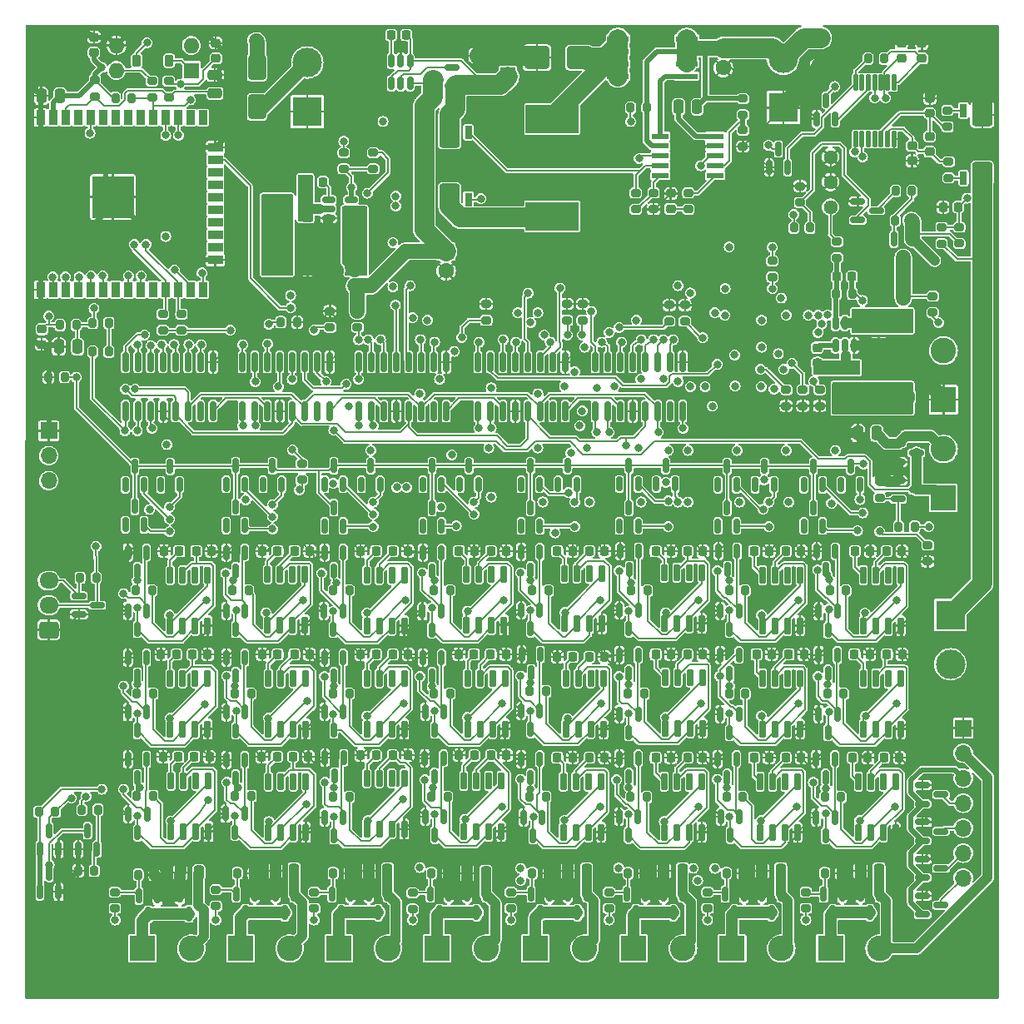
<source format=gbr>
G04 #@! TF.GenerationSoftware,KiCad,Pcbnew,7.0.8*
G04 #@! TF.CreationDate,2023-10-26T23:06:53+02:00*
G04 #@! TF.ProjectId,PlantCtrlESP32,506c616e-7443-4747-926c-45535033322e,rev?*
G04 #@! TF.SameCoordinates,Original*
G04 #@! TF.FileFunction,Copper,L4,Bot*
G04 #@! TF.FilePolarity,Positive*
%FSLAX46Y46*%
G04 Gerber Fmt 4.6, Leading zero omitted, Abs format (unit mm)*
G04 Created by KiCad (PCBNEW 7.0.8) date 2023-10-26 23:06:53*
%MOMM*%
%LPD*%
G01*
G04 APERTURE LIST*
G04 Aperture macros list*
%AMRoundRect*
0 Rectangle with rounded corners*
0 $1 Rounding radius*
0 $2 $3 $4 $5 $6 $7 $8 $9 X,Y pos of 4 corners*
0 Add a 4 corners polygon primitive as box body*
4,1,4,$2,$3,$4,$5,$6,$7,$8,$9,$2,$3,0*
0 Add four circle primitives for the rounded corners*
1,1,$1+$1,$2,$3*
1,1,$1+$1,$4,$5*
1,1,$1+$1,$6,$7*
1,1,$1+$1,$8,$9*
0 Add four rect primitives between the rounded corners*
20,1,$1+$1,$2,$3,$4,$5,0*
20,1,$1+$1,$4,$5,$6,$7,0*
20,1,$1+$1,$6,$7,$8,$9,0*
20,1,$1+$1,$8,$9,$2,$3,0*%
G04 Aperture macros list end*
G04 #@! TA.AperFunction,ComponentPad*
%ADD10R,3.000000X3.000000*%
G04 #@! TD*
G04 #@! TA.AperFunction,ComponentPad*
%ADD11C,3.000000*%
G04 #@! TD*
G04 #@! TA.AperFunction,ComponentPad*
%ADD12R,2.600000X2.600000*%
G04 #@! TD*
G04 #@! TA.AperFunction,ComponentPad*
%ADD13C,2.600000*%
G04 #@! TD*
G04 #@! TA.AperFunction,ComponentPad*
%ADD14R,1.600000X1.600000*%
G04 #@! TD*
G04 #@! TA.AperFunction,ComponentPad*
%ADD15O,1.600000X1.600000*%
G04 #@! TD*
G04 #@! TA.AperFunction,ComponentPad*
%ADD16RoundRect,0.250000X0.725000X-0.600000X0.725000X0.600000X-0.725000X0.600000X-0.725000X-0.600000X0*%
G04 #@! TD*
G04 #@! TA.AperFunction,ComponentPad*
%ADD17O,1.950000X1.700000*%
G04 #@! TD*
G04 #@! TA.AperFunction,ComponentPad*
%ADD18R,1.700000X1.700000*%
G04 #@! TD*
G04 #@! TA.AperFunction,ComponentPad*
%ADD19O,1.700000X1.700000*%
G04 #@! TD*
G04 #@! TA.AperFunction,ComponentPad*
%ADD20C,1.600000*%
G04 #@! TD*
G04 #@! TA.AperFunction,ComponentPad*
%ADD21C,1.440000*%
G04 #@! TD*
G04 #@! TA.AperFunction,SMDPad,CuDef*
%ADD22RoundRect,0.150000X-0.150000X0.587500X-0.150000X-0.587500X0.150000X-0.587500X0.150000X0.587500X0*%
G04 #@! TD*
G04 #@! TA.AperFunction,SMDPad,CuDef*
%ADD23RoundRect,0.250000X-1.075000X0.375000X-1.075000X-0.375000X1.075000X-0.375000X1.075000X0.375000X0*%
G04 #@! TD*
G04 #@! TA.AperFunction,SMDPad,CuDef*
%ADD24RoundRect,0.150000X0.150000X-0.725000X0.150000X0.725000X-0.150000X0.725000X-0.150000X-0.725000X0*%
G04 #@! TD*
G04 #@! TA.AperFunction,SMDPad,CuDef*
%ADD25RoundRect,0.225000X0.225000X0.250000X-0.225000X0.250000X-0.225000X-0.250000X0.225000X-0.250000X0*%
G04 #@! TD*
G04 #@! TA.AperFunction,SMDPad,CuDef*
%ADD26RoundRect,0.150000X0.150000X-0.587500X0.150000X0.587500X-0.150000X0.587500X-0.150000X-0.587500X0*%
G04 #@! TD*
G04 #@! TA.AperFunction,SMDPad,CuDef*
%ADD27RoundRect,0.225000X-0.250000X0.225000X-0.250000X-0.225000X0.250000X-0.225000X0.250000X0.225000X0*%
G04 #@! TD*
G04 #@! TA.AperFunction,SMDPad,CuDef*
%ADD28RoundRect,0.200000X0.275000X-0.200000X0.275000X0.200000X-0.275000X0.200000X-0.275000X-0.200000X0*%
G04 #@! TD*
G04 #@! TA.AperFunction,SMDPad,CuDef*
%ADD29RoundRect,0.250000X-0.475000X0.250000X-0.475000X-0.250000X0.475000X-0.250000X0.475000X0.250000X0*%
G04 #@! TD*
G04 #@! TA.AperFunction,SMDPad,CuDef*
%ADD30RoundRect,0.200000X0.200000X0.275000X-0.200000X0.275000X-0.200000X-0.275000X0.200000X-0.275000X0*%
G04 #@! TD*
G04 #@! TA.AperFunction,SMDPad,CuDef*
%ADD31RoundRect,0.225000X-0.225000X-0.250000X0.225000X-0.250000X0.225000X0.250000X-0.225000X0.250000X0*%
G04 #@! TD*
G04 #@! TA.AperFunction,SMDPad,CuDef*
%ADD32RoundRect,0.250000X0.250000X0.475000X-0.250000X0.475000X-0.250000X-0.475000X0.250000X-0.475000X0*%
G04 #@! TD*
G04 #@! TA.AperFunction,SMDPad,CuDef*
%ADD33RoundRect,0.200000X-0.200000X-0.275000X0.200000X-0.275000X0.200000X0.275000X-0.200000X0.275000X0*%
G04 #@! TD*
G04 #@! TA.AperFunction,SMDPad,CuDef*
%ADD34RoundRect,0.150000X-0.587500X-0.150000X0.587500X-0.150000X0.587500X0.150000X-0.587500X0.150000X0*%
G04 #@! TD*
G04 #@! TA.AperFunction,SMDPad,CuDef*
%ADD35RoundRect,0.200000X-0.275000X0.200000X-0.275000X-0.200000X0.275000X-0.200000X0.275000X0.200000X0*%
G04 #@! TD*
G04 #@! TA.AperFunction,SMDPad,CuDef*
%ADD36R,0.900000X1.500000*%
G04 #@! TD*
G04 #@! TA.AperFunction,SMDPad,CuDef*
%ADD37R,1.500000X0.900000*%
G04 #@! TD*
G04 #@! TA.AperFunction,SMDPad,CuDef*
%ADD38R,1.050000X1.050000*%
G04 #@! TD*
G04 #@! TA.AperFunction,HeatsinkPad*
%ADD39C,0.600000*%
G04 #@! TD*
G04 #@! TA.AperFunction,SMDPad,CuDef*
%ADD40R,4.200000X4.200000*%
G04 #@! TD*
G04 #@! TA.AperFunction,SMDPad,CuDef*
%ADD41RoundRect,0.150000X-0.150000X0.850000X-0.150000X-0.850000X0.150000X-0.850000X0.150000X0.850000X0*%
G04 #@! TD*
G04 #@! TA.AperFunction,SMDPad,CuDef*
%ADD42RoundRect,0.243600X-0.771400X0.901400X-0.771400X-0.901400X0.771400X-0.901400X0.771400X0.901400X0*%
G04 #@! TD*
G04 #@! TA.AperFunction,SMDPad,CuDef*
%ADD43RoundRect,0.091200X-0.288800X0.608800X-0.288800X-0.608800X0.288800X-0.608800X0.288800X0.608800X0*%
G04 #@! TD*
G04 #@! TA.AperFunction,SMDPad,CuDef*
%ADD44RoundRect,0.190000X-0.190000X0.510000X-0.190000X-0.510000X0.190000X-0.510000X0.190000X0.510000X0*%
G04 #@! TD*
G04 #@! TA.AperFunction,SMDPad,CuDef*
%ADD45RoundRect,0.250000X-0.325000X-0.650000X0.325000X-0.650000X0.325000X0.650000X-0.325000X0.650000X0*%
G04 #@! TD*
G04 #@! TA.AperFunction,SMDPad,CuDef*
%ADD46RoundRect,0.150000X0.587500X0.150000X-0.587500X0.150000X-0.587500X-0.150000X0.587500X-0.150000X0*%
G04 #@! TD*
G04 #@! TA.AperFunction,SMDPad,CuDef*
%ADD47RoundRect,0.250000X0.325000X0.650000X-0.325000X0.650000X-0.325000X-0.650000X0.325000X-0.650000X0*%
G04 #@! TD*
G04 #@! TA.AperFunction,SMDPad,CuDef*
%ADD48RoundRect,0.250000X0.375000X1.075000X-0.375000X1.075000X-0.375000X-1.075000X0.375000X-1.075000X0*%
G04 #@! TD*
G04 #@! TA.AperFunction,SMDPad,CuDef*
%ADD49RoundRect,0.243600X0.771400X-0.901400X0.771400X0.901400X-0.771400X0.901400X-0.771400X-0.901400X0*%
G04 #@! TD*
G04 #@! TA.AperFunction,SMDPad,CuDef*
%ADD50RoundRect,0.091200X0.288800X-0.608800X0.288800X0.608800X-0.288800X0.608800X-0.288800X-0.608800X0*%
G04 #@! TD*
G04 #@! TA.AperFunction,SMDPad,CuDef*
%ADD51RoundRect,0.190000X0.190000X-0.510000X0.190000X0.510000X-0.190000X0.510000X-0.190000X-0.510000X0*%
G04 #@! TD*
G04 #@! TA.AperFunction,SMDPad,CuDef*
%ADD52RoundRect,0.225000X0.250000X-0.225000X0.250000X0.225000X-0.250000X0.225000X-0.250000X-0.225000X0*%
G04 #@! TD*
G04 #@! TA.AperFunction,SMDPad,CuDef*
%ADD53RoundRect,0.225000X-0.225000X-0.375000X0.225000X-0.375000X0.225000X0.375000X-0.225000X0.375000X0*%
G04 #@! TD*
G04 #@! TA.AperFunction,SMDPad,CuDef*
%ADD54RoundRect,0.250000X0.650000X-0.325000X0.650000X0.325000X-0.650000X0.325000X-0.650000X-0.325000X0*%
G04 #@! TD*
G04 #@! TA.AperFunction,SMDPad,CuDef*
%ADD55R,2.200000X0.600000*%
G04 #@! TD*
G04 #@! TA.AperFunction,SMDPad,CuDef*
%ADD56RoundRect,0.250000X-0.650000X0.325000X-0.650000X-0.325000X0.650000X-0.325000X0.650000X0.325000X0*%
G04 #@! TD*
G04 #@! TA.AperFunction,SMDPad,CuDef*
%ADD57RoundRect,0.250000X-0.250000X-0.475000X0.250000X-0.475000X0.250000X0.475000X-0.250000X0.475000X0*%
G04 #@! TD*
G04 #@! TA.AperFunction,SMDPad,CuDef*
%ADD58RoundRect,0.150000X-0.150000X0.512500X-0.150000X-0.512500X0.150000X-0.512500X0.150000X0.512500X0*%
G04 #@! TD*
G04 #@! TA.AperFunction,SMDPad,CuDef*
%ADD59RoundRect,0.020500X-0.184500X0.764500X-0.184500X-0.764500X0.184500X-0.764500X0.184500X0.764500X0*%
G04 #@! TD*
G04 #@! TA.AperFunction,SMDPad,CuDef*
%ADD60R,1.750000X0.600000*%
G04 #@! TD*
G04 #@! TA.AperFunction,SMDPad,CuDef*
%ADD61R,5.400000X2.900000*%
G04 #@! TD*
G04 #@! TA.AperFunction,SMDPad,CuDef*
%ADD62RoundRect,0.250000X1.000000X0.900000X-1.000000X0.900000X-1.000000X-0.900000X1.000000X-0.900000X0*%
G04 #@! TD*
G04 #@! TA.AperFunction,SMDPad,CuDef*
%ADD63RoundRect,0.250000X-0.650000X1.000000X-0.650000X-1.000000X0.650000X-1.000000X0.650000X1.000000X0*%
G04 #@! TD*
G04 #@! TA.AperFunction,SMDPad,CuDef*
%ADD64RoundRect,0.150000X0.512500X0.150000X-0.512500X0.150000X-0.512500X-0.150000X0.512500X-0.150000X0*%
G04 #@! TD*
G04 #@! TA.AperFunction,ViaPad*
%ADD65C,0.800000*%
G04 #@! TD*
G04 #@! TA.AperFunction,ViaPad*
%ADD66C,4.000000*%
G04 #@! TD*
G04 #@! TA.AperFunction,Conductor*
%ADD67C,0.200000*%
G04 #@! TD*
G04 #@! TA.AperFunction,Conductor*
%ADD68C,1.000000*%
G04 #@! TD*
G04 #@! TA.AperFunction,Conductor*
%ADD69C,2.000000*%
G04 #@! TD*
G04 #@! TA.AperFunction,Conductor*
%ADD70C,1.500000*%
G04 #@! TD*
G04 #@! TA.AperFunction,Conductor*
%ADD71C,1.200000*%
G04 #@! TD*
G04 #@! TA.AperFunction,Conductor*
%ADD72C,0.500000*%
G04 #@! TD*
G04 APERTURE END LIST*
D10*
X247280000Y-49070000D03*
D11*
X247280000Y-44070000D03*
D10*
X264280000Y-100670000D03*
D11*
X264280000Y-105670000D03*
D12*
X232080000Y-134575000D03*
D13*
X237080000Y-134575000D03*
D12*
X242080000Y-134575000D03*
D13*
X247080000Y-134575000D03*
D12*
X263580000Y-88770000D03*
D13*
X263580000Y-83770000D03*
D14*
X187080000Y-45270000D03*
D15*
X187080000Y-42730000D03*
X179460000Y-42730000D03*
X179460000Y-45270000D03*
D16*
X172580000Y-102170000D03*
D17*
X172580000Y-99670000D03*
X172580000Y-97170000D03*
D18*
X265580000Y-112170000D03*
D19*
X265580000Y-114710000D03*
X265580000Y-117250000D03*
X265580000Y-119790000D03*
X265580000Y-122330000D03*
X265580000Y-124870000D03*
X265580000Y-127410000D03*
D12*
X222080000Y-134575000D03*
D13*
X227080000Y-134575000D03*
D12*
X212080000Y-134575000D03*
D13*
X217080000Y-134575000D03*
D12*
X192080000Y-134575000D03*
D13*
X197080000Y-134575000D03*
D12*
X252080000Y-134575000D03*
D13*
X257080000Y-134575000D03*
D14*
X219280000Y-45770000D03*
D20*
X219280000Y-43770000D03*
D14*
X212980000Y-63670000D03*
D20*
X212980000Y-65670000D03*
D12*
X263580000Y-78770000D03*
D13*
X263580000Y-73770000D03*
D21*
X252080000Y-54090000D03*
X252080000Y-56630000D03*
X252080000Y-59170000D03*
D14*
X241180000Y-43014887D03*
D20*
X241180000Y-45014887D03*
D18*
X172580000Y-81920000D03*
D19*
X172580000Y-84460000D03*
X172580000Y-87000000D03*
D12*
X182080000Y-134575000D03*
D13*
X187080000Y-134575000D03*
D12*
X202080000Y-134575000D03*
D13*
X207080000Y-134575000D03*
D10*
X198880000Y-49470000D03*
D11*
X198880000Y-44470000D03*
D22*
X215130000Y-129045000D03*
X217030000Y-129045000D03*
X216080000Y-130920000D03*
X210630000Y-104982500D03*
X212530000Y-104982500D03*
X211580000Y-106857500D03*
X211380000Y-129045000D03*
X213280000Y-129045000D03*
X212330000Y-130920000D03*
D23*
X253740000Y-75595000D03*
X253740000Y-78395000D03*
D24*
X198735000Y-122745000D03*
X197465000Y-122745000D03*
X196195000Y-122745000D03*
X194925000Y-122745000D03*
X194925000Y-117595000D03*
X196195000Y-117595000D03*
X197465000Y-117595000D03*
X198735000Y-117595000D03*
D25*
X255880000Y-115170000D03*
X254330000Y-115170000D03*
D26*
X192530000Y-87357500D03*
X190630000Y-87357500D03*
X191580000Y-85482500D03*
D27*
X177180000Y-41895000D03*
X177180000Y-43445000D03*
D28*
X184180000Y-71695000D03*
X184180000Y-70045000D03*
D29*
X189480000Y-45720000D03*
X189480000Y-47620000D03*
D30*
X257555000Y-44070000D03*
X255905000Y-44070000D03*
D24*
X238985000Y-101495000D03*
X237715000Y-101495000D03*
X236445000Y-101495000D03*
X235175000Y-101495000D03*
X235175000Y-96345000D03*
X236445000Y-96345000D03*
X237715000Y-96345000D03*
X238985000Y-96345000D03*
D25*
X256130000Y-94170000D03*
X254580000Y-94170000D03*
D28*
X250980000Y-79395000D03*
X250980000Y-77745000D03*
D22*
X190580000Y-120870000D03*
X192480000Y-120870000D03*
X191530000Y-122745000D03*
D31*
X247555000Y-94170000D03*
X249105000Y-94170000D03*
X204305000Y-104670000D03*
X205855000Y-104670000D03*
D32*
X197530000Y-126670000D03*
X195630000Y-126670000D03*
D33*
X221755000Y-126920000D03*
X223405000Y-126920000D03*
D22*
X220880000Y-121232500D03*
X222780000Y-121232500D03*
X221830000Y-123107500D03*
X220630000Y-115295000D03*
X222530000Y-115295000D03*
X221580000Y-117170000D03*
D31*
X257805000Y-94170000D03*
X259355000Y-94170000D03*
D34*
X261455000Y-123620000D03*
X261455000Y-121720000D03*
X263330000Y-122670000D03*
D28*
X219580000Y-130495000D03*
X219580000Y-128845000D03*
D35*
X237630000Y-57745000D03*
X237630000Y-59395000D03*
D28*
X184780000Y-47995000D03*
X184780000Y-46345000D03*
D26*
X182280000Y-91482500D03*
X180380000Y-91482500D03*
X181330000Y-89607500D03*
D22*
X200630000Y-94295000D03*
X202530000Y-94295000D03*
X201580000Y-96170000D03*
D36*
X171765000Y-50075000D03*
X173035000Y-50075000D03*
X174305000Y-50075000D03*
X175575000Y-50075000D03*
X176845000Y-50075000D03*
X178115000Y-50075000D03*
X179385000Y-50075000D03*
X180655000Y-50075000D03*
X181925000Y-50075000D03*
X183195000Y-50075000D03*
X184465000Y-50075000D03*
X185735000Y-50075000D03*
X187005000Y-50075000D03*
X188275000Y-50075000D03*
D37*
X189525000Y-53115000D03*
X189525000Y-54385000D03*
X189525000Y-55655000D03*
X189525000Y-56925000D03*
X189525000Y-58195000D03*
X189525000Y-59465000D03*
X189525000Y-60735000D03*
X189525000Y-62005000D03*
X189525000Y-63275000D03*
X189525000Y-64545000D03*
D36*
X188275000Y-67575000D03*
X187005000Y-67575000D03*
X185735000Y-67575000D03*
X184465000Y-67575000D03*
X183195000Y-67575000D03*
X181925000Y-67575000D03*
X180655000Y-67575000D03*
X179385000Y-67575000D03*
X178115000Y-67575000D03*
X176845000Y-67575000D03*
X175575000Y-67575000D03*
X174305000Y-67575000D03*
X173035000Y-67575000D03*
X171765000Y-67575000D03*
D38*
X180630000Y-56620000D03*
D39*
X179867500Y-56620000D03*
D38*
X179105000Y-56620000D03*
D39*
X178342500Y-56620000D03*
D38*
X177580000Y-56620000D03*
D39*
X180630000Y-57382500D03*
X179105000Y-57382500D03*
X177580000Y-57382500D03*
D38*
X180630000Y-58145000D03*
D39*
X179867500Y-58145000D03*
D38*
X179105000Y-58145000D03*
D40*
X179105000Y-58145000D03*
D39*
X178342500Y-58145000D03*
D38*
X177580000Y-58145000D03*
D39*
X180630000Y-58907500D03*
X179105000Y-58907500D03*
X177580000Y-58907500D03*
D38*
X180630000Y-59670000D03*
D39*
X179867500Y-59670000D03*
D38*
X179105000Y-59670000D03*
D39*
X178342500Y-59670000D03*
D38*
X177580000Y-59670000D03*
D25*
X235855000Y-94170000D03*
X234305000Y-94170000D03*
D31*
X227555000Y-94170000D03*
X229105000Y-94170000D03*
D26*
X206280000Y-87357500D03*
X204380000Y-87357500D03*
X205330000Y-85482500D03*
D30*
X193180000Y-119070000D03*
X191530000Y-119070000D03*
D25*
X265080000Y-59170000D03*
X263530000Y-59170000D03*
D41*
X192255000Y-74920000D03*
X193525000Y-74920000D03*
X194795000Y-74920000D03*
X196065000Y-74920000D03*
X197335000Y-74920000D03*
X198605000Y-74920000D03*
X199875000Y-74920000D03*
X201145000Y-74920000D03*
X201145000Y-79920000D03*
X199875000Y-79920000D03*
X198605000Y-79920000D03*
X197335000Y-79920000D03*
X196065000Y-79920000D03*
X194795000Y-79920000D03*
X193525000Y-79920000D03*
X192255000Y-79920000D03*
D28*
X179305000Y-130495000D03*
X179305000Y-128845000D03*
D31*
X214305000Y-114920000D03*
X215855000Y-114920000D03*
X247830000Y-104670000D03*
X249380000Y-104670000D03*
D25*
X215855000Y-94170000D03*
X214305000Y-94170000D03*
D42*
X267515000Y-49785000D03*
D43*
X265610000Y-49340000D03*
D44*
X265610000Y-56200000D03*
D42*
X267515000Y-55755000D03*
D35*
X235680000Y-69145000D03*
X235680000Y-70795000D03*
D31*
X197555000Y-104670000D03*
X199105000Y-104670000D03*
D41*
X180385000Y-74920000D03*
X181655000Y-74920000D03*
X182925000Y-74920000D03*
X184195000Y-74920000D03*
X185465000Y-74920000D03*
X186735000Y-74920000D03*
X188005000Y-74920000D03*
X189275000Y-74920000D03*
X189275000Y-79920000D03*
X188005000Y-79920000D03*
X186735000Y-79920000D03*
X185465000Y-79920000D03*
X184195000Y-79920000D03*
X182925000Y-79920000D03*
X181655000Y-79920000D03*
X180385000Y-79920000D03*
D22*
X240880000Y-100232500D03*
X242780000Y-100232500D03*
X241830000Y-102107500D03*
X235130000Y-129045000D03*
X237030000Y-129045000D03*
X236080000Y-130920000D03*
D26*
X222530000Y-87357500D03*
X220630000Y-87357500D03*
X221580000Y-85482500D03*
D45*
X195967500Y-65120000D03*
X198917500Y-65120000D03*
D33*
X201505000Y-126920000D03*
X203155000Y-126920000D03*
D34*
X261455000Y-131120000D03*
X261455000Y-129220000D03*
X263330000Y-130170000D03*
D26*
X222530000Y-91607500D03*
X220630000Y-91607500D03*
X221580000Y-89732500D03*
D46*
X213580000Y-44970000D03*
X213580000Y-46870000D03*
X211705000Y-45920000D03*
D30*
X223155000Y-108420000D03*
X221505000Y-108420000D03*
D32*
X256780000Y-82170000D03*
X254880000Y-82170000D03*
D30*
X213405000Y-98170000D03*
X211755000Y-98170000D03*
X243405000Y-98170000D03*
X241755000Y-98170000D03*
D28*
X257080000Y-88745000D03*
X257080000Y-87095000D03*
D30*
X177205000Y-126670000D03*
X175555000Y-126670000D03*
D22*
X250630000Y-121232500D03*
X252530000Y-121232500D03*
X251580000Y-123107500D03*
D24*
X238985000Y-122745000D03*
X237715000Y-122745000D03*
X236445000Y-122745000D03*
X235175000Y-122745000D03*
X235175000Y-117595000D03*
X236445000Y-117595000D03*
X237715000Y-117595000D03*
X238985000Y-117595000D03*
D34*
X261455000Y-119870000D03*
X261455000Y-117970000D03*
X263330000Y-118920000D03*
D22*
X231380000Y-129045000D03*
X233280000Y-129045000D03*
X232330000Y-130920000D03*
D24*
X218890000Y-101670000D03*
X217620000Y-101670000D03*
X216350000Y-101670000D03*
X215080000Y-101670000D03*
X215080000Y-96520000D03*
X216350000Y-96520000D03*
X217620000Y-96520000D03*
X218890000Y-96520000D03*
D31*
X227555000Y-104920000D03*
X229105000Y-104920000D03*
D30*
X223405000Y-98170000D03*
X221755000Y-98170000D03*
D28*
X189580000Y-130245000D03*
X189580000Y-128595000D03*
X203692500Y-67195000D03*
X203692500Y-65545000D03*
D30*
X250005000Y-61270000D03*
X248355000Y-61270000D03*
D24*
X208735000Y-112245000D03*
X207465000Y-112245000D03*
X206195000Y-112245000D03*
X204925000Y-112245000D03*
X204925000Y-107095000D03*
X206195000Y-107095000D03*
X207465000Y-107095000D03*
X208735000Y-107095000D03*
D32*
X227280000Y-126670000D03*
X225380000Y-126670000D03*
D35*
X246180000Y-64645000D03*
X246180000Y-66295000D03*
D28*
X247580000Y-79395000D03*
X247580000Y-77745000D03*
D26*
X173580000Y-124470000D03*
X171680000Y-124470000D03*
X172630000Y-122595000D03*
D47*
X203917500Y-62620000D03*
X200967500Y-62620000D03*
D48*
X198842500Y-59370000D03*
X196042500Y-59370000D03*
D49*
X213345000Y-57955000D03*
D50*
X215250000Y-58400000D03*
D51*
X215250000Y-51540000D03*
D49*
X213345000Y-51985000D03*
D30*
X253155000Y-119170000D03*
X251505000Y-119170000D03*
D33*
X181680000Y-127070000D03*
X183330000Y-127070000D03*
D22*
X220630000Y-110420000D03*
X222530000Y-110420000D03*
X221580000Y-112295000D03*
D41*
X216235000Y-74920000D03*
X217505000Y-74920000D03*
X218775000Y-74920000D03*
X220045000Y-74920000D03*
X221315000Y-74920000D03*
X222585000Y-74920000D03*
X223855000Y-74920000D03*
X225125000Y-74920000D03*
X225125000Y-79920000D03*
X223855000Y-79920000D03*
X222585000Y-79920000D03*
X221315000Y-79920000D03*
X220045000Y-79920000D03*
X218775000Y-79920000D03*
X217505000Y-79920000D03*
X216235000Y-79920000D03*
D26*
X185880000Y-87420000D03*
X183980000Y-87420000D03*
X184930000Y-85545000D03*
D35*
X232280000Y-57745000D03*
X232280000Y-59395000D03*
D28*
X261980000Y-95220000D03*
X261980000Y-93570000D03*
D41*
X204125000Y-74920000D03*
X205395000Y-74920000D03*
X206665000Y-74920000D03*
X207935000Y-74920000D03*
X209205000Y-74920000D03*
X210475000Y-74920000D03*
X211745000Y-74920000D03*
X213015000Y-74920000D03*
X213015000Y-79920000D03*
X211745000Y-79920000D03*
X210475000Y-79920000D03*
X209205000Y-79920000D03*
X207935000Y-79920000D03*
X206665000Y-79920000D03*
X205395000Y-79920000D03*
X204125000Y-79920000D03*
D35*
X263380000Y-61245000D03*
X263380000Y-62895000D03*
D24*
X228985000Y-112245000D03*
X227715000Y-112245000D03*
X226445000Y-112245000D03*
X225175000Y-112245000D03*
X225175000Y-107095000D03*
X226445000Y-107095000D03*
X227715000Y-107095000D03*
X228985000Y-107095000D03*
D22*
X251380000Y-129045000D03*
X253280000Y-129045000D03*
X252330000Y-130920000D03*
D33*
X251505000Y-126920000D03*
X253155000Y-126920000D03*
D24*
X218985000Y-112245000D03*
X217715000Y-112245000D03*
X216445000Y-112245000D03*
X215175000Y-112245000D03*
X215175000Y-107095000D03*
X216445000Y-107095000D03*
X217715000Y-107095000D03*
X218985000Y-107095000D03*
D32*
X238530000Y-48970000D03*
X236630000Y-48970000D03*
D22*
X230580000Y-121170000D03*
X232480000Y-121170000D03*
X231530000Y-123045000D03*
D34*
X175642500Y-100620000D03*
X175642500Y-98720000D03*
X177517500Y-99670000D03*
D31*
X187380000Y-115070000D03*
X188930000Y-115070000D03*
D24*
X198735000Y-112245000D03*
X197465000Y-112245000D03*
X196195000Y-112245000D03*
X194925000Y-112245000D03*
X194925000Y-107095000D03*
X196195000Y-107095000D03*
X197465000Y-107095000D03*
X198735000Y-107095000D03*
D30*
X178705000Y-73870000D03*
X177055000Y-73870000D03*
D26*
X251280000Y-87407500D03*
X249380000Y-87407500D03*
X250330000Y-85532500D03*
D22*
X180680000Y-120920000D03*
X182580000Y-120920000D03*
X181630000Y-122795000D03*
D31*
X257555000Y-115170000D03*
X259105000Y-115170000D03*
D22*
X230630000Y-110732500D03*
X232530000Y-110732500D03*
X231580000Y-112607500D03*
D52*
X235830000Y-59345000D03*
X235830000Y-57795000D03*
D22*
X221630000Y-129045000D03*
X223530000Y-129045000D03*
X222580000Y-130920000D03*
X241380000Y-129045000D03*
X243280000Y-129045000D03*
X242330000Y-130920000D03*
D31*
X194305000Y-94170000D03*
X195855000Y-94170000D03*
D28*
X209580000Y-130570000D03*
X209580000Y-128920000D03*
D22*
X185892500Y-129170000D03*
X187792500Y-129170000D03*
X186842500Y-131045000D03*
D24*
X259235000Y-112245000D03*
X257965000Y-112245000D03*
X256695000Y-112245000D03*
X255425000Y-112245000D03*
X255425000Y-107095000D03*
X256695000Y-107095000D03*
X257965000Y-107095000D03*
X259235000Y-107095000D03*
D31*
X217530000Y-104670000D03*
X219080000Y-104670000D03*
D30*
X177605000Y-120470000D03*
X175955000Y-120470000D03*
D28*
X183080000Y-47995000D03*
X183080000Y-46345000D03*
D33*
X211505000Y-126920000D03*
X213155000Y-126920000D03*
D30*
X253655000Y-98170000D03*
X252005000Y-98170000D03*
D24*
X208735000Y-101745000D03*
X207465000Y-101745000D03*
X206195000Y-101745000D03*
X204925000Y-101745000D03*
X204925000Y-96595000D03*
X206195000Y-96595000D03*
X207465000Y-96595000D03*
X208735000Y-96595000D03*
D30*
X260655000Y-91670000D03*
X259005000Y-91670000D03*
D52*
X171880000Y-73145000D03*
X171880000Y-71595000D03*
D32*
X257030000Y-126670000D03*
X255130000Y-126670000D03*
D30*
X203155000Y-119170000D03*
X201505000Y-119170000D03*
D24*
X188735000Y-112245000D03*
X187465000Y-112245000D03*
X186195000Y-112245000D03*
X184925000Y-112245000D03*
X184925000Y-107095000D03*
X186195000Y-107095000D03*
X187465000Y-107095000D03*
X188735000Y-107095000D03*
D33*
X179355000Y-48070000D03*
X181005000Y-48070000D03*
D52*
X259280000Y-44070000D03*
X259280000Y-42520000D03*
D53*
X181530000Y-44270000D03*
X184830000Y-44270000D03*
D22*
X190630000Y-104982500D03*
X192530000Y-104982500D03*
X191580000Y-106857500D03*
D26*
X182280000Y-87420000D03*
X180380000Y-87420000D03*
X181330000Y-85545000D03*
D24*
X258735000Y-122745000D03*
X257465000Y-122745000D03*
X256195000Y-122745000D03*
X254925000Y-122745000D03*
X254925000Y-117595000D03*
X256195000Y-117595000D03*
X257465000Y-117595000D03*
X258735000Y-117595000D03*
D33*
X175755000Y-96870000D03*
X177405000Y-96870000D03*
D22*
X230630000Y-100170000D03*
X232530000Y-100170000D03*
X231580000Y-102045000D03*
D26*
X242530000Y-91607500D03*
X240630000Y-91607500D03*
X241580000Y-89732500D03*
D31*
X207555000Y-114920000D03*
X209105000Y-114920000D03*
D26*
X251280000Y-91607500D03*
X249380000Y-91607500D03*
X250330000Y-89732500D03*
D22*
X200630000Y-104982500D03*
X202530000Y-104982500D03*
X201580000Y-106857500D03*
D41*
X228175000Y-74920000D03*
X229445000Y-74920000D03*
X230715000Y-74920000D03*
X231985000Y-74920000D03*
X233255000Y-74920000D03*
X234525000Y-74920000D03*
X235795000Y-74920000D03*
X237065000Y-74920000D03*
X237065000Y-79920000D03*
X235795000Y-79920000D03*
X234525000Y-79920000D03*
X233255000Y-79920000D03*
X231985000Y-79920000D03*
X230715000Y-79920000D03*
X229445000Y-79920000D03*
X228175000Y-79920000D03*
D54*
X256990000Y-78470000D03*
X256990000Y-75520000D03*
D30*
X213155000Y-119170000D03*
X211505000Y-119170000D03*
D31*
X224305000Y-104920000D03*
X225855000Y-104920000D03*
D22*
X200580000Y-100232500D03*
X202480000Y-100232500D03*
X201530000Y-102107500D03*
X230630000Y-115232500D03*
X232530000Y-115232500D03*
X231580000Y-117107500D03*
D32*
X173730000Y-47870000D03*
X171830000Y-47870000D03*
D22*
X240880000Y-110732500D03*
X242780000Y-110732500D03*
X241830000Y-112607500D03*
D55*
X230480000Y-42065000D03*
X230480000Y-43335000D03*
X230480000Y-44605000D03*
X230480000Y-45875000D03*
X237480000Y-45875000D03*
X237480000Y-42065000D03*
X237480000Y-43335000D03*
X237480000Y-44605000D03*
D22*
X180630000Y-94295000D03*
X182530000Y-94295000D03*
X181580000Y-96170000D03*
D30*
X233405000Y-49070000D03*
X231755000Y-49070000D03*
D24*
X248735000Y-122745000D03*
X247465000Y-122745000D03*
X246195000Y-122745000D03*
X244925000Y-122745000D03*
X244925000Y-117595000D03*
X246195000Y-117595000D03*
X247465000Y-117595000D03*
X248735000Y-117595000D03*
D22*
X191630000Y-129045000D03*
X193530000Y-129045000D03*
X192580000Y-130920000D03*
D30*
X203155000Y-108670000D03*
X201505000Y-108670000D03*
D35*
X203980000Y-69745000D03*
X203980000Y-71395000D03*
D22*
X240680000Y-94170000D03*
X242580000Y-94170000D03*
X241630000Y-96045000D03*
D52*
X261380000Y-44070000D03*
X261380000Y-42520000D03*
D35*
X234080000Y-57745000D03*
X234080000Y-59395000D03*
D22*
X180630000Y-100232500D03*
X182530000Y-100232500D03*
X181580000Y-102107500D03*
D33*
X258665000Y-60545000D03*
X260315000Y-60545000D03*
D22*
X190630000Y-110545000D03*
X192530000Y-110545000D03*
X191580000Y-112420000D03*
D26*
X255080000Y-87407500D03*
X253180000Y-87407500D03*
X254130000Y-85532500D03*
D31*
X184205000Y-115070000D03*
X185755000Y-115070000D03*
D34*
X254865000Y-60495000D03*
X254865000Y-58595000D03*
X256740000Y-59545000D03*
X258955000Y-85120000D03*
X258955000Y-83220000D03*
X260830000Y-84170000D03*
D24*
X208735000Y-122420000D03*
X207465000Y-122420000D03*
X206195000Y-122420000D03*
X204925000Y-122420000D03*
X204925000Y-117270000D03*
X206195000Y-117270000D03*
X207465000Y-117270000D03*
X208735000Y-117270000D03*
D22*
X180630000Y-115332500D03*
X182530000Y-115332500D03*
X181580000Y-117207500D03*
D28*
X249580000Y-130495000D03*
X249580000Y-128845000D03*
D56*
X251080000Y-41970000D03*
X251080000Y-44920000D03*
D31*
X237555000Y-104670000D03*
X239105000Y-104670000D03*
D26*
X236280000Y-87345000D03*
X234380000Y-87345000D03*
X235330000Y-85470000D03*
D22*
X225380000Y-129045000D03*
X227280000Y-129045000D03*
X226330000Y-130920000D03*
X200630000Y-110482500D03*
X202530000Y-110482500D03*
X201580000Y-112357500D03*
X255130000Y-129045000D03*
X257030000Y-129045000D03*
X256080000Y-130920000D03*
D26*
X202530000Y-91607500D03*
X200630000Y-91607500D03*
X201580000Y-89732500D03*
D22*
X190630000Y-100232500D03*
X192530000Y-100232500D03*
X191580000Y-102107500D03*
D33*
X241505000Y-126920000D03*
X243155000Y-126920000D03*
D24*
X248985000Y-101745000D03*
X247715000Y-101745000D03*
X246445000Y-101745000D03*
X245175000Y-101745000D03*
X245175000Y-96595000D03*
X246445000Y-96595000D03*
X247715000Y-96595000D03*
X248985000Y-96595000D03*
D30*
X183180000Y-108670000D03*
X181530000Y-108670000D03*
D24*
X248985000Y-112245000D03*
X247715000Y-112245000D03*
X246445000Y-112245000D03*
X245175000Y-112245000D03*
X245175000Y-107095000D03*
X246445000Y-107095000D03*
X247715000Y-107095000D03*
X248985000Y-107095000D03*
X239100000Y-112170000D03*
X237830000Y-112170000D03*
X236560000Y-112170000D03*
X235290000Y-112170000D03*
X235290000Y-107020000D03*
X236560000Y-107020000D03*
X237830000Y-107020000D03*
X239100000Y-107020000D03*
D28*
X229580000Y-130495000D03*
X229580000Y-128845000D03*
D35*
X262480000Y-68245000D03*
X262480000Y-69895000D03*
D22*
X181755000Y-129232500D03*
X183655000Y-129232500D03*
X182705000Y-131107500D03*
D25*
X245855000Y-115170000D03*
X244305000Y-115170000D03*
D30*
X193155000Y-108670000D03*
X191505000Y-108670000D03*
D24*
X228830000Y-101570000D03*
X227560000Y-101570000D03*
X226290000Y-101570000D03*
X225020000Y-101570000D03*
X225020000Y-96420000D03*
X226290000Y-96420000D03*
X227560000Y-96420000D03*
X228830000Y-96420000D03*
D25*
X256080000Y-104670000D03*
X254530000Y-104670000D03*
X225855000Y-94170000D03*
X224305000Y-94170000D03*
D35*
X217080000Y-69045000D03*
X217080000Y-70695000D03*
D27*
X260380000Y-52920000D03*
X260380000Y-54470000D03*
D57*
X173605000Y-73370000D03*
X175505000Y-73370000D03*
D26*
X252580000Y-50195000D03*
X250680000Y-50195000D03*
X251630000Y-48320000D03*
D31*
X227555000Y-115170000D03*
X229105000Y-115170000D03*
D30*
X213405000Y-108670000D03*
X211755000Y-108670000D03*
D24*
X198640000Y-101670000D03*
X197370000Y-101670000D03*
X196100000Y-101670000D03*
X194830000Y-101670000D03*
X194830000Y-96520000D03*
X196100000Y-96520000D03*
X197370000Y-96520000D03*
X198640000Y-96520000D03*
D25*
X235855000Y-104670000D03*
X234305000Y-104670000D03*
D22*
X195630000Y-129045000D03*
X197530000Y-129045000D03*
X196580000Y-130920000D03*
D30*
X192905000Y-98170000D03*
X191255000Y-98170000D03*
D22*
X230680000Y-94170000D03*
X232580000Y-94170000D03*
X231630000Y-96045000D03*
D58*
X252590000Y-70970000D03*
X253540000Y-70970000D03*
X254490000Y-70970000D03*
X254490000Y-73245000D03*
X253540000Y-73245000D03*
X252590000Y-73245000D03*
D22*
X210880000Y-121170000D03*
X212780000Y-121170000D03*
X211830000Y-123045000D03*
X201380000Y-129045000D03*
X203280000Y-129045000D03*
X202330000Y-130920000D03*
D35*
X237280000Y-69145000D03*
X237280000Y-70795000D03*
D25*
X235855000Y-115170000D03*
X234305000Y-115170000D03*
X245855000Y-94170000D03*
X244305000Y-94170000D03*
D31*
X257830000Y-104670000D03*
X259380000Y-104670000D03*
D35*
X243180000Y-48145000D03*
X243180000Y-49795000D03*
D26*
X247730000Y-55145000D03*
X245830000Y-55145000D03*
X246780000Y-53270000D03*
D30*
X173230000Y-120670000D03*
X171580000Y-120670000D03*
D28*
X199580000Y-130495000D03*
X199580000Y-128845000D03*
D22*
X250680000Y-94170000D03*
X252580000Y-94170000D03*
X251630000Y-96045000D03*
X200630000Y-121232500D03*
X202530000Y-121232500D03*
X201580000Y-123107500D03*
X190630000Y-94295000D03*
X192530000Y-94295000D03*
X191580000Y-96170000D03*
D30*
X233155000Y-108670000D03*
X231505000Y-108670000D03*
D27*
X262180000Y-51995000D03*
X262180000Y-53545000D03*
D30*
X254315000Y-67995000D03*
X252665000Y-67995000D03*
D34*
X258967500Y-88870000D03*
X258967500Y-86970000D03*
X260842500Y-87920000D03*
D22*
X205130000Y-129045000D03*
X207030000Y-129045000D03*
X206080000Y-130920000D03*
D26*
X216280000Y-87357500D03*
X214380000Y-87357500D03*
X215330000Y-85482500D03*
D31*
X237555000Y-115170000D03*
X239105000Y-115170000D03*
D28*
X201180000Y-71395000D03*
X201180000Y-69745000D03*
D32*
X247030000Y-126670000D03*
X245130000Y-126670000D03*
D24*
X218600000Y-122670000D03*
X217330000Y-122670000D03*
X216060000Y-122670000D03*
X214790000Y-122670000D03*
X214790000Y-117520000D03*
X216060000Y-117520000D03*
X217330000Y-117520000D03*
X218600000Y-117520000D03*
D52*
X262180000Y-49645000D03*
X262180000Y-48095000D03*
D22*
X240630000Y-115295000D03*
X242530000Y-115295000D03*
X241580000Y-117170000D03*
D28*
X252740000Y-64320000D03*
X252740000Y-62670000D03*
D22*
X240880000Y-104732500D03*
X242780000Y-104732500D03*
X241830000Y-106607500D03*
D32*
X217030000Y-126920000D03*
X215130000Y-126920000D03*
D30*
X183080000Y-98170000D03*
X181430000Y-98170000D03*
D22*
X210630000Y-94295000D03*
X212530000Y-94295000D03*
X211580000Y-96170000D03*
D24*
X228735000Y-122745000D03*
X227465000Y-122745000D03*
X226195000Y-122745000D03*
X224925000Y-122745000D03*
X224925000Y-117595000D03*
X226195000Y-117595000D03*
X227465000Y-117595000D03*
X228735000Y-117595000D03*
D31*
X217555000Y-114920000D03*
X219105000Y-114920000D03*
D35*
X198330000Y-85270000D03*
X198330000Y-86920000D03*
D26*
X232530000Y-87345000D03*
X230630000Y-87345000D03*
X231580000Y-85470000D03*
D31*
X184305000Y-94170000D03*
X185855000Y-94170000D03*
D24*
X188830000Y-122670000D03*
X187560000Y-122670000D03*
X186290000Y-122670000D03*
X185020000Y-122670000D03*
X185020000Y-117520000D03*
X186290000Y-117520000D03*
X187560000Y-117520000D03*
X188830000Y-117520000D03*
D22*
X230630000Y-104732500D03*
X232530000Y-104732500D03*
X231580000Y-106607500D03*
D26*
X196280000Y-87357500D03*
X194380000Y-87357500D03*
X195330000Y-85482500D03*
D31*
X204305000Y-114920000D03*
X205855000Y-114920000D03*
D30*
X203155000Y-98170000D03*
X201505000Y-98170000D03*
D22*
X210880000Y-110482500D03*
X212780000Y-110482500D03*
X211830000Y-112357500D03*
X220630000Y-94232500D03*
X222530000Y-94232500D03*
X221580000Y-96107500D03*
D56*
X256990000Y-70270000D03*
X256990000Y-73220000D03*
D24*
X259235000Y-101745000D03*
X257965000Y-101745000D03*
X256695000Y-101745000D03*
X255425000Y-101745000D03*
X255425000Y-96595000D03*
X256695000Y-96595000D03*
X257965000Y-96595000D03*
X259235000Y-96595000D03*
D22*
X250630000Y-115295000D03*
X252530000Y-115295000D03*
X251580000Y-117170000D03*
D28*
X186080000Y-71695000D03*
X186080000Y-70045000D03*
D32*
X237030000Y-126670000D03*
X235130000Y-126670000D03*
D22*
X245130000Y-129045000D03*
X247030000Y-129045000D03*
X246080000Y-130920000D03*
D59*
X254630000Y-46500000D03*
X255280000Y-46500000D03*
X255930000Y-46500000D03*
X256580000Y-46500000D03*
X257230000Y-46500000D03*
X257880000Y-46500000D03*
X258530000Y-46500000D03*
X258530000Y-52240000D03*
X257880000Y-52240000D03*
X257230000Y-52240000D03*
X256580000Y-52240000D03*
X255930000Y-52240000D03*
X255280000Y-52240000D03*
X254630000Y-52240000D03*
D32*
X207030000Y-126670000D03*
X205130000Y-126670000D03*
D31*
X187580000Y-94170000D03*
X189130000Y-94170000D03*
D26*
X212530000Y-87357500D03*
X210630000Y-87357500D03*
X211580000Y-85482500D03*
D24*
X188735000Y-101745000D03*
X187465000Y-101745000D03*
X186195000Y-101745000D03*
X184925000Y-101745000D03*
X184925000Y-96595000D03*
X186195000Y-96595000D03*
X187465000Y-96595000D03*
X188735000Y-96595000D03*
D25*
X208955000Y-41670000D03*
X207405000Y-41670000D03*
D35*
X226880000Y-69045000D03*
X226880000Y-70695000D03*
D31*
X204305000Y-94170000D03*
X205855000Y-94170000D03*
D30*
X243155000Y-119170000D03*
X241505000Y-119170000D03*
D22*
X220680000Y-104670000D03*
X222580000Y-104670000D03*
X221630000Y-106545000D03*
D31*
X197580000Y-94170000D03*
X199130000Y-94170000D03*
D30*
X243405000Y-108670000D03*
X241755000Y-108670000D03*
D28*
X239580000Y-130495000D03*
X239580000Y-128845000D03*
D22*
X250880000Y-104732500D03*
X252780000Y-104732500D03*
X251830000Y-106607500D03*
D26*
X242530000Y-87407500D03*
X240630000Y-87407500D03*
X241580000Y-85532500D03*
D22*
X180630000Y-110532500D03*
X182530000Y-110532500D03*
X181580000Y-112407500D03*
X190630000Y-115395000D03*
X192530000Y-115395000D03*
X191580000Y-117270000D03*
D28*
X243180000Y-52995000D03*
X243180000Y-51345000D03*
D27*
X250740000Y-73470000D03*
X250740000Y-75020000D03*
D28*
X265180000Y-62870000D03*
X265180000Y-61220000D03*
D22*
X258540000Y-62420000D03*
X260440000Y-62420000D03*
X259490000Y-64295000D03*
D26*
X232530000Y-91607500D03*
X230630000Y-91607500D03*
X231580000Y-89732500D03*
D25*
X254265000Y-66245000D03*
X252715000Y-66245000D03*
D22*
X210580000Y-100295000D03*
X212480000Y-100295000D03*
X211530000Y-102170000D03*
D26*
X212530000Y-91607500D03*
X210630000Y-91607500D03*
X211580000Y-89732500D03*
D60*
X240380000Y-51970000D03*
X240380000Y-52970000D03*
X240380000Y-53970000D03*
X240380000Y-54970000D03*
X240380000Y-55970000D03*
X234780000Y-55970000D03*
X234780000Y-54970000D03*
X234780000Y-53970000D03*
X234780000Y-52970000D03*
X234780000Y-51970000D03*
D22*
X200680000Y-115170000D03*
X202580000Y-115170000D03*
X201630000Y-117045000D03*
D31*
X194305000Y-104670000D03*
X195855000Y-104670000D03*
D58*
X207430000Y-44332500D03*
X208380000Y-44332500D03*
X209330000Y-44332500D03*
X209330000Y-46607500D03*
X208380000Y-46607500D03*
X207430000Y-46607500D03*
D26*
X202530000Y-87357500D03*
X200630000Y-87357500D03*
X201580000Y-85482500D03*
D30*
X233480000Y-98170000D03*
X231830000Y-98170000D03*
D35*
X259490000Y-68420000D03*
X259490000Y-70070000D03*
D30*
X223155000Y-119170000D03*
X221505000Y-119170000D03*
D61*
X223780000Y-50220000D03*
X223780000Y-60120000D03*
D22*
X250880000Y-100295000D03*
X252780000Y-100295000D03*
X251830000Y-102170000D03*
D31*
X247555000Y-115170000D03*
X249105000Y-115170000D03*
D30*
X233405000Y-119170000D03*
X231755000Y-119170000D03*
D22*
X220630000Y-100170000D03*
X222530000Y-100170000D03*
X221580000Y-102045000D03*
D30*
X253405000Y-108670000D03*
X251755000Y-108670000D03*
D26*
X192530000Y-91545000D03*
X190630000Y-91545000D03*
X191580000Y-89670000D03*
D35*
X205580000Y-53645000D03*
X205580000Y-55295000D03*
D30*
X175380000Y-71170000D03*
X173730000Y-71170000D03*
D62*
X226530000Y-43970000D03*
X222230000Y-43970000D03*
D26*
X173580000Y-128807500D03*
X171680000Y-128807500D03*
X172630000Y-126932500D03*
D54*
X216380000Y-46720000D03*
X216380000Y-43770000D03*
D28*
X249280000Y-79395000D03*
X249280000Y-77745000D03*
D25*
X225855000Y-115170000D03*
X224305000Y-115170000D03*
D31*
X184005000Y-104670000D03*
X185555000Y-104670000D03*
D26*
X246330000Y-87407500D03*
X244430000Y-87407500D03*
X245380000Y-85532500D03*
D31*
X237555000Y-94170000D03*
X239105000Y-94170000D03*
D35*
X264080000Y-54545000D03*
X264080000Y-56195000D03*
D28*
X263980000Y-50995000D03*
X263980000Y-49345000D03*
D25*
X200467500Y-56620000D03*
X198917500Y-56620000D03*
D27*
X189580000Y-42495000D03*
X189580000Y-44045000D03*
D35*
X202580000Y-53645000D03*
X202580000Y-55295000D03*
D22*
X180630000Y-104995000D03*
X182530000Y-104995000D03*
X181580000Y-106870000D03*
X210830000Y-115232500D03*
X212730000Y-115232500D03*
X211780000Y-117107500D03*
D31*
X214280000Y-104670000D03*
X215830000Y-104670000D03*
D34*
X261455000Y-127370000D03*
X261455000Y-125470000D03*
X263330000Y-126420000D03*
D26*
X177480000Y-124470000D03*
X175580000Y-124470000D03*
X176530000Y-122595000D03*
D31*
X217555000Y-94170000D03*
X219105000Y-94170000D03*
D28*
X177280000Y-47895000D03*
X177280000Y-46245000D03*
D63*
X193780000Y-44970000D03*
X193780000Y-48970000D03*
D31*
X187180000Y-104670000D03*
X188730000Y-104670000D03*
D35*
X225280000Y-69045000D03*
X225280000Y-70695000D03*
D64*
X203330000Y-58420000D03*
X203330000Y-59370000D03*
X203330000Y-60320000D03*
X201055000Y-60320000D03*
X201055000Y-59370000D03*
X201055000Y-58420000D03*
D54*
X259740000Y-78470000D03*
X259740000Y-75520000D03*
D32*
X187855000Y-126870000D03*
X185955000Y-126870000D03*
D31*
X207580000Y-104670000D03*
X209130000Y-104670000D03*
D30*
X197830000Y-70870000D03*
X196180000Y-70870000D03*
D22*
X250880000Y-110732500D03*
X252780000Y-110732500D03*
X251830000Y-112607500D03*
X240930000Y-121170000D03*
X242830000Y-121170000D03*
X241880000Y-123045000D03*
D31*
X197430000Y-115070000D03*
X198980000Y-115070000D03*
X207555000Y-94170000D03*
X209105000Y-94170000D03*
D30*
X174205000Y-76470000D03*
X172555000Y-76470000D03*
D25*
X246105000Y-104670000D03*
X244555000Y-104670000D03*
D33*
X191755000Y-126920000D03*
X193405000Y-126920000D03*
D28*
X248980000Y-58695000D03*
X248980000Y-57045000D03*
D45*
X195967500Y-62620000D03*
X198917500Y-62620000D03*
D30*
X183180000Y-119070000D03*
X181530000Y-119070000D03*
D26*
X226280000Y-87357500D03*
X224380000Y-87357500D03*
X225330000Y-85482500D03*
D30*
X260365000Y-57545000D03*
X258715000Y-57545000D03*
D33*
X177055000Y-70970000D03*
X178705000Y-70970000D03*
X231505000Y-126920000D03*
X233155000Y-126920000D03*
D31*
X194230000Y-115070000D03*
X195780000Y-115070000D03*
D65*
X177180000Y-69470000D03*
X188180000Y-65870000D03*
X262680000Y-64620000D03*
X246180000Y-63270000D03*
D66*
X265430000Y-44450000D03*
D65*
X262580000Y-125420000D03*
D66*
X173990000Y-135636000D03*
X265430000Y-135636000D03*
D65*
X217080000Y-65645000D03*
X220080000Y-82070000D03*
X171765000Y-58270000D03*
X196080000Y-81420000D03*
X201855000Y-65645000D03*
X208080000Y-81420000D03*
X243830000Y-65645000D03*
X232080000Y-81670000D03*
X259130000Y-53970000D03*
X186029500Y-81920000D03*
X257669252Y-124759252D03*
X208380000Y-42969500D03*
X225330000Y-65645000D03*
X238680000Y-53070000D03*
X174980000Y-128670000D03*
D66*
X174180000Y-44670000D03*
D65*
X235580000Y-65645000D03*
X181580000Y-110670000D03*
X197180000Y-69420000D03*
X226080000Y-91670000D03*
X228679500Y-120170000D03*
X200629500Y-106920000D03*
X216330000Y-81670000D03*
X240580000Y-96170000D03*
X191047463Y-71687463D03*
X210330000Y-106920000D03*
X203380000Y-57170000D03*
X180180500Y-98470000D03*
X250830000Y-106920000D03*
X210830000Y-117420000D03*
X250330000Y-117670000D03*
X220580000Y-106870000D03*
X240580000Y-117370000D03*
X180180500Y-107870000D03*
X200679500Y-117670000D03*
X220580000Y-117370000D03*
X230580000Y-96170000D03*
X180180500Y-118370000D03*
X200330000Y-96420000D03*
X177980000Y-44970000D03*
X230330000Y-117420000D03*
X228330000Y-82070000D03*
X204080000Y-81420000D03*
X257680000Y-48070000D03*
X180330000Y-81920000D03*
X210580000Y-96370000D03*
X230580000Y-106920000D03*
X190580000Y-96420000D03*
X190680500Y-117670000D03*
X192330000Y-81420000D03*
X240830000Y-106870000D03*
X177989266Y-118379266D03*
X220580000Y-96370000D03*
X190680500Y-106870000D03*
X250780000Y-96070000D03*
X196942500Y-61120000D03*
X185380000Y-65570000D03*
X177380000Y-93670000D03*
X181580000Y-99920000D03*
X228679500Y-99170000D03*
X226080000Y-89170000D03*
X220580000Y-126420000D03*
X222330000Y-69920000D03*
X172980000Y-66270000D03*
X262080000Y-91670000D03*
X176780000Y-51670000D03*
X174880000Y-119270000D03*
X222979500Y-72170000D03*
X220580000Y-127670000D03*
X232330000Y-70670000D03*
X230541426Y-126408029D03*
X210330000Y-126344500D03*
X211080000Y-70670000D03*
X240330000Y-69920000D03*
X238129500Y-126415333D03*
X245080000Y-70670000D03*
X238580000Y-127670000D03*
X249830000Y-70170000D03*
X251790500Y-70159280D03*
X237080000Y-81670000D03*
X178080000Y-66170000D03*
X181380000Y-77670000D03*
X234580000Y-82070000D03*
X180380000Y-77670000D03*
X174280000Y-66270000D03*
X231330000Y-83420000D03*
X176880000Y-66170000D03*
X175680000Y-66270000D03*
X172580000Y-70270000D03*
X254550572Y-53562143D03*
X181280000Y-62970000D03*
X255353042Y-54069679D03*
X182480000Y-62970000D03*
X235580000Y-89070000D03*
X238880500Y-109670000D03*
X194980000Y-71070000D03*
X204080000Y-72670000D03*
X201580000Y-81870000D03*
X236580000Y-89170000D03*
X238679500Y-99170000D03*
X185980000Y-46670000D03*
X228780000Y-109670000D03*
X225429500Y-88219500D03*
X179330000Y-131670000D03*
X181580000Y-81920000D03*
X238679500Y-120170000D03*
X235580000Y-91670000D03*
X199580000Y-131670000D03*
X193580000Y-76920000D03*
X248679500Y-120170000D03*
X245830000Y-91670000D03*
X209580000Y-131670000D03*
X210330000Y-78170000D03*
X200780000Y-76920000D03*
X219580000Y-131670000D03*
X220280500Y-69920000D03*
X207830000Y-69170000D03*
X216330000Y-72920000D03*
X229580000Y-71920000D03*
X229580000Y-131670000D03*
X239580000Y-131670000D03*
X223580000Y-72920000D03*
X239330000Y-77420000D03*
X240330000Y-126420000D03*
X230830000Y-72920000D03*
X241330000Y-70170000D03*
X249580000Y-131670000D03*
X185330000Y-73170000D03*
X189580000Y-131670000D03*
X181980000Y-66170000D03*
X255449622Y-85300378D03*
X175380000Y-76470000D03*
X183080000Y-81670000D03*
X180680000Y-66170000D03*
X182830000Y-89920000D03*
X185020000Y-121607570D03*
X181580000Y-73170000D03*
X217580000Y-88670000D03*
X184580000Y-83319500D03*
X182980000Y-73270000D03*
X217330000Y-83670000D03*
X184925000Y-111146396D03*
X217580000Y-77570500D03*
X184080000Y-73170000D03*
X184879500Y-100670000D03*
X192605353Y-88934597D03*
X188080000Y-73170000D03*
X194980000Y-121670000D03*
X222830000Y-89170000D03*
X193580000Y-81420000D03*
X194925000Y-111146396D03*
X222330500Y-83670500D03*
X194680500Y-100420000D03*
X192330000Y-73170000D03*
X222330000Y-78170000D03*
X227580000Y-89170000D03*
X205049434Y-121568263D03*
X201529500Y-87270500D03*
X195930500Y-77420000D03*
X204930500Y-110920000D03*
X227330000Y-83670000D03*
X203080000Y-79420000D03*
X197330000Y-76670000D03*
X226830000Y-79920000D03*
X204930500Y-100455698D03*
X228330000Y-77570500D03*
X202830000Y-77170000D03*
X204080000Y-76670000D03*
X212479500Y-89670000D03*
X232830000Y-89170000D03*
X212330000Y-76670000D03*
X214938174Y-121426893D03*
X215180500Y-111080698D03*
X205080000Y-72670000D03*
X232580000Y-83670000D03*
X205330000Y-83920000D03*
X213580000Y-84370000D03*
X206330000Y-72670000D03*
X213830209Y-73853672D03*
X215180000Y-100270000D03*
X230080000Y-77420000D03*
X210380500Y-72670000D03*
X237580000Y-89170000D03*
X225037402Y-77377402D03*
X224080000Y-92307000D03*
X225037402Y-121549644D03*
X226080000Y-75920000D03*
X211830000Y-72920000D03*
X225686902Y-84170000D03*
X237580000Y-83920000D03*
X225330000Y-111170000D03*
X217580000Y-81670000D03*
X226580000Y-81420000D03*
X225075698Y-100415698D03*
X240080000Y-79420000D03*
X218780000Y-72670000D03*
X235175000Y-121646396D03*
X242830000Y-89170000D03*
X235330000Y-87170000D03*
X232780000Y-76677402D03*
X235080000Y-76670000D03*
X220080000Y-72920000D03*
X242580000Y-83920000D03*
X235290000Y-111071396D03*
X235580000Y-83920000D03*
X237830000Y-67920000D03*
X221330000Y-67920000D03*
X237830000Y-77420000D03*
X235330000Y-100420000D03*
X246330000Y-77670000D03*
X247830000Y-89170000D03*
X229580000Y-82070000D03*
X245330000Y-86920000D03*
X245049434Y-121568263D03*
X247580000Y-70170000D03*
X227780000Y-69782000D03*
X247580000Y-83920000D03*
X245080000Y-110920000D03*
X245080000Y-100670000D03*
X228830000Y-72920000D03*
X242389554Y-77360521D03*
X242330000Y-74219500D03*
X247330000Y-75670000D03*
X234080000Y-72670000D03*
X255049434Y-121568263D03*
X252191628Y-89308372D03*
X250830000Y-70170000D03*
X252580000Y-83920000D03*
X250830000Y-71920000D03*
X235080000Y-72670000D03*
X255640698Y-110930698D03*
X255580000Y-100470000D03*
X236080000Y-72670000D03*
X245030500Y-77420000D03*
X251198684Y-71045001D03*
X245080000Y-73420000D03*
X197380000Y-83870000D03*
X197180000Y-68170000D03*
X199580000Y-71670000D03*
X191488113Y-121102361D03*
X191630500Y-110420000D03*
X191680500Y-100170000D03*
X201580000Y-121170000D03*
X201527536Y-110722464D03*
X201522500Y-100282000D03*
X211830000Y-120920000D03*
X211830000Y-110420000D03*
X211580000Y-99920000D03*
X221929500Y-121170000D03*
X221580000Y-110420000D03*
X214580000Y-72420000D03*
X225330000Y-72170000D03*
X226830000Y-72170000D03*
X230580000Y-71420000D03*
X239080000Y-72469500D03*
X244980000Y-75670000D03*
X248180000Y-75070000D03*
X250380000Y-76894500D03*
X221580000Y-100170000D03*
X231580000Y-120920000D03*
X231580000Y-110670000D03*
X231522500Y-100282000D03*
X241830000Y-121170000D03*
X241830000Y-110670000D03*
X241830000Y-100170000D03*
X251580000Y-120870000D03*
X251930500Y-110470000D03*
X251930500Y-100070000D03*
X181580000Y-121070000D03*
X181830000Y-118170000D03*
X181580000Y-107670000D03*
X181580000Y-97170000D03*
X191830000Y-118170000D03*
X191505000Y-107920000D03*
X191330000Y-97170000D03*
X201580000Y-118170000D03*
X201580000Y-107920000D03*
X201789225Y-97378807D03*
X211680500Y-118170000D03*
X211580000Y-107920000D03*
X211830000Y-97170000D03*
X221580000Y-118420000D03*
X221580000Y-107519500D03*
X221580000Y-97170000D03*
X231580000Y-118170000D03*
X231580000Y-107670000D03*
X231830000Y-97420000D03*
X241580000Y-118170000D03*
X241830000Y-107920000D03*
X241755000Y-97170000D03*
X251580000Y-118270000D03*
X251780000Y-107670000D03*
X251931000Y-97070000D03*
X245229500Y-89905494D03*
X248830500Y-109670000D03*
X245830000Y-89170000D03*
X248830000Y-99170000D03*
X254830000Y-92070000D03*
X258679500Y-120170000D03*
X258830000Y-109670000D03*
X255380000Y-90270000D03*
X258830000Y-99170000D03*
X255080000Y-88920000D03*
X188480000Y-109770000D03*
X184880000Y-90920000D03*
X188580000Y-99170000D03*
X184880000Y-89670000D03*
X198780000Y-119870000D03*
X195330000Y-91920000D03*
X198830000Y-109420000D03*
X195330000Y-90670000D03*
X184880000Y-92170000D03*
X188780000Y-119470000D03*
X195330000Y-89420000D03*
X198429500Y-99170000D03*
X205580000Y-91670000D03*
X208635500Y-119420000D03*
X186980000Y-48270000D03*
X182580000Y-42470000D03*
X193680000Y-42279500D03*
X208679500Y-109670000D03*
X205580000Y-90420000D03*
X208830000Y-99170000D03*
X205580000Y-89170000D03*
X214029500Y-91607500D03*
X218679500Y-120170000D03*
X215830000Y-90420000D03*
X218679500Y-109670000D03*
X218830000Y-99170000D03*
X215830000Y-89170000D03*
X209580000Y-70420000D03*
X182330000Y-72170000D03*
X186830000Y-73170000D03*
X221580000Y-70920000D03*
X227080000Y-73420000D03*
X194830000Y-73069500D03*
X205580000Y-81420000D03*
X209330000Y-67170000D03*
X236580000Y-76920000D03*
X236580000Y-67170000D03*
X240580000Y-75170000D03*
X247080000Y-68420000D03*
X246780000Y-74089503D03*
X224580000Y-67420000D03*
X232830000Y-72670000D03*
X246180000Y-67470000D03*
X257080000Y-92170000D03*
X184480000Y-51870000D03*
X184480000Y-62170000D03*
X248330000Y-59920000D03*
X207580000Y-62770500D03*
X263080000Y-70920000D03*
X255330000Y-68670000D03*
X255490000Y-78470000D03*
X207580000Y-67270000D03*
X241780000Y-63220000D03*
X207980000Y-87670000D03*
X241380000Y-67470000D03*
X238880000Y-54970000D03*
X206580000Y-50470000D03*
X231780000Y-50470000D03*
X208980000Y-87670000D03*
X216530000Y-58320000D03*
X232630000Y-54220000D03*
X198080000Y-87920000D03*
X172630000Y-126070000D03*
X185780000Y-51870000D03*
X176380000Y-119120000D03*
X265965500Y-58270000D03*
X256580000Y-48070000D03*
X207880000Y-59070000D03*
X252530000Y-46920000D03*
X204980000Y-57770000D03*
X245780000Y-52870000D03*
X207880000Y-58070000D03*
X202580000Y-52470000D03*
D67*
X175380000Y-71170000D02*
X176855000Y-71170000D01*
X188275000Y-65965000D02*
X188180000Y-65870000D01*
X175505000Y-73370000D02*
X175505000Y-71295000D01*
X177180000Y-69470000D02*
X177180000Y-70845000D01*
X188275000Y-67575000D02*
X188275000Y-65965000D01*
X184130000Y-47345000D02*
X180618604Y-47345000D01*
X184780000Y-47995000D02*
X184130000Y-47345000D01*
X177280000Y-47895000D02*
X178230000Y-48845000D01*
X179762107Y-48845000D02*
X180355000Y-48252107D01*
X174660000Y-48770000D02*
X176405000Y-48770000D01*
X185380000Y-47470000D02*
X189330000Y-47470000D01*
X184855000Y-47995000D02*
X185380000Y-47470000D01*
X178230000Y-48845000D02*
X179762107Y-48845000D01*
X180355000Y-48252107D02*
X180355000Y-47608604D01*
X180355000Y-47608604D02*
X180618604Y-47345000D01*
X174305000Y-49125000D02*
X174660000Y-48770000D01*
X174305000Y-50075000D02*
X174305000Y-49125000D01*
X176405000Y-48770000D02*
X177280000Y-47895000D01*
D68*
X217080000Y-134575000D02*
X217992500Y-133662500D01*
D69*
X210780000Y-61470000D02*
X212980000Y-63670000D01*
D68*
X227080000Y-134575000D02*
X227992500Y-133662500D01*
X187792500Y-129170000D02*
X187792500Y-130156522D01*
D67*
X265180000Y-62870000D02*
X264205000Y-61895000D01*
D68*
X268080000Y-117210000D02*
X268080000Y-127359582D01*
X247742500Y-133912500D02*
X247742500Y-129757500D01*
X258955000Y-83220000D02*
X259705000Y-82470000D01*
X227992500Y-133662500D02*
X227992500Y-129757500D01*
X260864582Y-134575000D02*
X257080000Y-134575000D01*
X247742500Y-129757500D02*
X247030000Y-129045000D01*
X257742500Y-133912500D02*
X257742500Y-129757500D01*
X265580000Y-114710000D02*
X268080000Y-117210000D01*
X198380000Y-129895000D02*
X198380000Y-133275000D01*
X247080000Y-134575000D02*
X247742500Y-133912500D01*
X197530000Y-129045000D02*
X198380000Y-129895000D01*
X217992500Y-133662500D02*
X217992500Y-130007500D01*
X227280000Y-126670000D02*
X227280000Y-129045000D01*
X217030000Y-126920000D02*
X217030000Y-129045000D01*
X257030000Y-129045000D02*
X257030000Y-126670000D01*
X217030000Y-129045000D02*
X217992500Y-130007500D01*
X207080000Y-134575000D02*
X207867500Y-133787500D01*
X207030000Y-126670000D02*
X207030000Y-129045000D01*
X237080000Y-134575000D02*
X237867500Y-133787500D01*
D70*
X203980000Y-67482500D02*
X203692500Y-67195000D01*
D69*
X211642500Y-48007500D02*
X210780000Y-48870000D01*
D68*
X257742500Y-129757500D02*
X257030000Y-129045000D01*
D69*
X211705000Y-46270000D02*
X211642500Y-46270000D01*
D67*
X264205000Y-61895000D02*
X260965000Y-61895000D01*
D68*
X207867500Y-133787500D02*
X207867500Y-129882500D01*
X268080000Y-127359582D02*
X260864582Y-134575000D01*
D70*
X205352424Y-67195000D02*
X208877424Y-63670000D01*
X203980000Y-69745000D02*
X203980000Y-67482500D01*
D68*
X258955000Y-83220000D02*
X257830000Y-83220000D01*
X237030000Y-126670000D02*
X237030000Y-129045000D01*
D67*
X246180000Y-64645000D02*
X246180000Y-63270000D01*
D68*
X187792500Y-129170000D02*
X187792500Y-126932500D01*
X207030000Y-129045000D02*
X207867500Y-129882500D01*
X237867500Y-133787500D02*
X237867500Y-129882500D01*
X262280000Y-82470000D02*
X263580000Y-83770000D01*
X188330000Y-133325000D02*
X187080000Y-134575000D01*
X197530000Y-126670000D02*
X197530000Y-129045000D01*
D69*
X211642500Y-46270000D02*
X211642500Y-48007500D01*
D70*
X203692500Y-67195000D02*
X205352424Y-67195000D01*
D68*
X260480000Y-62420000D02*
X262680000Y-64620000D01*
X187792500Y-130156522D02*
X188330000Y-130694022D01*
D67*
X260965000Y-61895000D02*
X260440000Y-62420000D01*
D70*
X260440000Y-62420000D02*
X260440000Y-60670000D01*
D68*
X260440000Y-62420000D02*
X260480000Y-62420000D01*
X257080000Y-134575000D02*
X257742500Y-133912500D01*
D69*
X210780000Y-48870000D02*
X210780000Y-61470000D01*
D68*
X198380000Y-133275000D02*
X197080000Y-134575000D01*
X187792500Y-126932500D02*
X187855000Y-126870000D01*
D70*
X208877424Y-63670000D02*
X212980000Y-63670000D01*
D67*
X211017500Y-46607500D02*
X211705000Y-45920000D01*
D68*
X259705000Y-82470000D02*
X262280000Y-82470000D01*
X188330000Y-130694022D02*
X188330000Y-133325000D01*
D70*
X260440000Y-60670000D02*
X260315000Y-60545000D01*
D68*
X257830000Y-83220000D02*
X256780000Y-82170000D01*
X247030000Y-129045000D02*
X247030000Y-126670000D01*
D67*
X209330000Y-46607500D02*
X211017500Y-46607500D01*
D68*
X227992500Y-129757500D02*
X227280000Y-129045000D01*
X237867500Y-129882500D02*
X237030000Y-129045000D01*
D67*
X190630000Y-110545000D02*
X190630000Y-112773185D01*
X245130000Y-54445000D02*
X245130000Y-51220000D01*
D71*
X183655000Y-127395000D02*
X183330000Y-127070000D01*
D67*
X189980000Y-109895000D02*
X189980000Y-105632500D01*
X218330000Y-93395000D02*
X219105000Y-94170000D01*
X188830000Y-122911396D02*
X187096396Y-124645000D01*
X208367500Y-114182500D02*
X206592500Y-114182500D01*
X199979500Y-105633000D02*
X199979500Y-109832000D01*
X251617500Y-114307500D02*
X250630000Y-115295000D01*
X208735000Y-124990000D02*
X208580000Y-125145000D01*
X190630000Y-94295000D02*
X189255000Y-94295000D01*
X259235000Y-112245000D02*
X260135000Y-111345000D01*
X240930000Y-123398185D02*
X242101815Y-124570000D01*
X222564315Y-125145000D02*
X220880000Y-123460685D01*
X200630000Y-113045000D02*
X201717500Y-114132500D01*
X246580000Y-114445000D02*
X245855000Y-115170000D01*
X236580000Y-69145000D02*
X237280000Y-69145000D01*
X188930000Y-115070000D02*
X190305000Y-115070000D01*
X259105000Y-112375000D02*
X259105000Y-115170000D01*
D68*
X245107208Y-82170000D02*
X243830000Y-80892792D01*
D67*
X229930000Y-99470000D02*
X229930000Y-94920000D01*
X219679500Y-120584214D02*
X219765286Y-120670000D01*
X216630000Y-93395000D02*
X218330000Y-93395000D01*
X258735000Y-122745000D02*
X259730000Y-121750000D01*
X258530000Y-52240000D02*
X258560000Y-52240000D01*
D71*
X253080000Y-125145000D02*
X252380000Y-125145000D01*
D67*
X216295685Y-125145000D02*
X214830000Y-125145000D01*
D69*
X252130000Y-44920000D02*
X251080000Y-44920000D01*
D67*
X240000000Y-105595026D02*
X240000000Y-111270000D01*
D70*
X260499924Y-75520000D02*
X259740000Y-75520000D01*
D67*
X211976815Y-124495000D02*
X216955000Y-124495000D01*
X255880000Y-115170000D02*
X256655000Y-114395000D01*
X180630000Y-94295000D02*
X181667500Y-93257500D01*
X199992500Y-110482500D02*
X199930000Y-110420000D01*
X237445685Y-113995000D02*
X231655000Y-113995000D01*
X184195000Y-80286396D02*
X185828604Y-81920000D01*
X241667500Y-93182500D02*
X240680000Y-94170000D01*
X210180000Y-115882500D02*
X210830000Y-115232500D01*
X250680000Y-50195000D02*
X249555000Y-49070000D01*
D69*
X222230000Y-43970000D02*
X222030000Y-43770000D01*
D67*
X200580000Y-102460685D02*
X202064315Y-103945000D01*
X210830000Y-115232500D02*
X211867500Y-114195000D01*
X249430000Y-101745000D02*
X248985000Y-101745000D01*
X248980000Y-57045000D02*
X247730000Y-57045000D01*
X175642500Y-100620000D02*
X180242500Y-100620000D01*
X261455000Y-125996104D02*
X262492500Y-127033604D01*
X245855000Y-94170000D02*
X246580000Y-93445000D01*
X248735000Y-122745000D02*
X249679500Y-121800500D01*
X236505000Y-69220000D02*
X236580000Y-69145000D01*
X248655000Y-103945000D02*
X249380000Y-104670000D01*
X241867500Y-103745000D02*
X240880000Y-104732500D01*
X249885000Y-105175000D02*
X249380000Y-104670000D01*
X230680000Y-94170000D02*
X229105000Y-94170000D01*
D72*
X177680000Y-128670000D02*
X181130000Y-125220000D01*
D67*
X224305000Y-104920000D02*
X225080000Y-104145000D01*
X225855000Y-115170000D02*
X226580000Y-114445000D01*
X218890000Y-102610000D02*
X218890000Y-101670000D01*
X250630000Y-123460685D02*
X252314315Y-125145000D01*
X180630000Y-104995000D02*
X180630000Y-100232500D01*
X208735000Y-122420000D02*
X208735000Y-124990000D01*
X250680000Y-94170000D02*
X250130000Y-94720000D01*
D72*
X174980000Y-128670000D02*
X177680000Y-128670000D01*
X173580000Y-124470000D02*
X173580000Y-128807500D01*
D67*
X238349974Y-103945000D02*
X240000000Y-105595026D01*
D72*
X174980000Y-128670000D02*
X174980000Y-127245000D01*
D67*
X240630000Y-115295000D02*
X239930000Y-115995000D01*
X199680000Y-95245000D02*
X200630000Y-94295000D01*
X226505685Y-125145000D02*
X222564315Y-125145000D01*
D71*
X183655000Y-129232500D02*
X183655000Y-127395000D01*
D67*
X240380000Y-52970000D02*
X239505000Y-52970000D01*
D72*
X178625000Y-41895000D02*
X179460000Y-42730000D01*
D67*
X224992500Y-114307500D02*
X221617500Y-114307500D01*
X183292500Y-103957500D02*
X181667500Y-103957500D01*
X221730000Y-103620000D02*
X220680000Y-104670000D01*
X255476751Y-115170000D02*
X254614251Y-114307500D01*
D71*
X215130000Y-129045000D02*
X215130000Y-125445000D01*
X185955000Y-125345000D02*
X186080000Y-125220000D01*
D67*
X179480000Y-109070000D02*
X179480000Y-106145000D01*
X180317500Y-115332500D02*
X180630000Y-115332500D01*
D68*
X257080000Y-87095000D02*
X257080000Y-84538502D01*
D67*
X229680000Y-115745000D02*
X229680000Y-121800000D01*
D71*
X193330000Y-125220000D02*
X186080000Y-125220000D01*
X233280000Y-129045000D02*
X235130000Y-129045000D01*
D67*
X230630000Y-110732500D02*
X229930000Y-110032500D01*
X219830000Y-120670000D02*
X220392500Y-121232500D01*
X249885000Y-100845000D02*
X248985000Y-101745000D01*
X227124974Y-103620000D02*
X228830000Y-101914974D01*
X174180000Y-44170000D02*
X174180000Y-41570000D01*
D71*
X195630000Y-125270000D02*
X195580000Y-125220000D01*
D67*
X211676815Y-103620000D02*
X217880000Y-103620000D01*
X236580000Y-114445000D02*
X238380000Y-114445000D01*
X214942500Y-93257500D02*
X215855000Y-94170000D01*
X258330000Y-114395000D02*
X259105000Y-115170000D01*
X214305000Y-114920000D02*
X215030000Y-114195000D01*
D70*
X201855000Y-65645000D02*
X200880000Y-64582500D01*
D67*
X229680000Y-121800000D02*
X228735000Y-122745000D01*
D71*
X215130000Y-125445000D02*
X214830000Y-125145000D01*
D67*
X247580000Y-79395000D02*
X249280000Y-79395000D01*
X215855000Y-94170000D02*
X216630000Y-93395000D01*
D71*
X237080000Y-125145000D02*
X235080000Y-125145000D01*
D67*
X231717500Y-93132500D02*
X230680000Y-94170000D01*
D71*
X205130000Y-125195000D02*
X205080000Y-125145000D01*
D67*
X240880000Y-100232500D02*
X239930000Y-99282500D01*
D71*
X185955000Y-126870000D02*
X185955000Y-125345000D01*
D68*
X262180000Y-48095000D02*
X262180000Y-47700000D01*
X246830000Y-82170000D02*
X245107208Y-82170000D01*
D67*
X214305000Y-114920000D02*
X215105000Y-114120000D01*
X223005000Y-103620000D02*
X224305000Y-104920000D01*
X200630000Y-110482500D02*
X199992500Y-110482500D01*
X209105000Y-94170000D02*
X208330000Y-93395000D01*
X181667500Y-93257500D02*
X183392500Y-93257500D01*
D71*
X213280000Y-129045000D02*
X215130000Y-129045000D01*
D67*
X194305000Y-94170000D02*
X193442500Y-93307500D01*
X174092500Y-102170000D02*
X175642500Y-100620000D01*
D71*
X258735000Y-122745000D02*
X258735000Y-123693503D01*
D67*
X235855000Y-115170000D02*
X236580000Y-114445000D01*
X203442500Y-93307500D02*
X204305000Y-94170000D01*
X220392500Y-121232500D02*
X220880000Y-121232500D01*
X261455000Y-121720000D02*
X261455000Y-122246104D01*
X217080000Y-69045000D02*
X217080000Y-65645000D01*
X188730000Y-104670000D02*
X190317500Y-104670000D01*
X240880000Y-112960685D02*
X241989315Y-114070000D01*
X210880000Y-110482500D02*
X210880000Y-112710685D01*
X239930000Y-95270000D02*
X239930000Y-100550000D01*
D68*
X179080500Y-123170500D02*
X181130000Y-125220000D01*
D72*
X171980000Y-41570000D02*
X173880000Y-41570000D01*
D67*
X209130000Y-104670000D02*
X208405000Y-103945000D01*
X221617500Y-93245000D02*
X220630000Y-94232500D01*
X246830000Y-103945000D02*
X248655000Y-103945000D01*
X215055000Y-103895000D02*
X218305000Y-103895000D01*
D69*
X255380000Y-41670000D02*
X252130000Y-44920000D01*
D72*
X171765000Y-53070000D02*
X171765000Y-50075000D01*
D67*
X256080000Y-104670000D02*
X256805000Y-103945000D01*
D68*
X254880000Y-82170000D02*
X246830000Y-82170000D01*
D67*
X179180000Y-119570000D02*
X179180000Y-116470000D01*
X221981104Y-114070000D02*
X220630000Y-112718896D01*
X238380000Y-114445000D02*
X239105000Y-115170000D01*
X189130000Y-94170000D02*
X188355000Y-93395000D01*
D72*
X174180000Y-41570000D02*
X176855000Y-41570000D01*
D67*
X244867500Y-93182500D02*
X241667500Y-93182500D01*
D72*
X171765000Y-67575000D02*
X171765000Y-69385000D01*
D67*
X239930000Y-115995000D02*
X239930000Y-120170000D01*
X190630000Y-110545000D02*
X189980000Y-109895000D01*
D71*
X235130000Y-125195000D02*
X235080000Y-125145000D01*
D67*
X230630000Y-112970000D02*
X230630000Y-110732500D01*
X220630000Y-112718896D02*
X220630000Y-110420000D01*
D72*
X190780000Y-44420000D02*
X190780000Y-43695000D01*
D68*
X257080000Y-87095000D02*
X258842500Y-87095000D01*
D72*
X176855000Y-41570000D02*
X177180000Y-41895000D01*
D67*
X193455000Y-114295000D02*
X191080000Y-114295000D01*
D71*
X225580000Y-125145000D02*
X223330000Y-125145000D01*
D68*
X257080000Y-84538502D02*
X256895749Y-84354251D01*
D67*
X248985000Y-112245000D02*
X249885000Y-111345000D01*
X186926396Y-114295000D02*
X182093604Y-114295000D01*
X200630000Y-94295000D02*
X201226815Y-94295000D01*
X239105000Y-104670000D02*
X238380000Y-103945000D01*
X199930000Y-110420000D02*
X199930000Y-111050000D01*
D72*
X180660000Y-41530000D02*
X188615000Y-41530000D01*
D67*
X210880000Y-110482500D02*
X210880000Y-112781396D01*
X210880000Y-112781396D02*
X212293604Y-114195000D01*
X239617500Y-101495000D02*
X240880000Y-100232500D01*
X249280000Y-79395000D02*
X250980000Y-79395000D01*
X182155000Y-114295000D02*
X183430000Y-114295000D01*
D71*
X225380000Y-125345000D02*
X225580000Y-125145000D01*
D72*
X179460000Y-42730000D02*
X180660000Y-41530000D01*
D67*
X254045000Y-58595000D02*
X252080000Y-56630000D01*
X213630000Y-114245000D02*
X214305000Y-114920000D01*
X229680000Y-116182500D02*
X230630000Y-115232500D01*
D68*
X256990000Y-73220000D02*
X255990000Y-73220000D01*
D67*
X255155000Y-103745000D02*
X256080000Y-104670000D01*
X178730000Y-119120000D02*
X179555000Y-119945000D01*
X239100000Y-112340685D02*
X237445685Y-113995000D01*
X247580000Y-79395000D02*
X247580000Y-81420000D01*
X239105000Y-94170000D02*
X240080000Y-94170000D01*
X209130000Y-104670000D02*
X209130000Y-102140000D01*
X250630000Y-115295000D02*
X249680000Y-116245000D01*
X239930000Y-100550000D02*
X238985000Y-101495000D01*
X189980000Y-120270000D02*
X189980000Y-116045000D01*
D71*
X258735000Y-123693503D02*
X257669252Y-124759252D01*
D67*
X236630000Y-93395000D02*
X235855000Y-94170000D01*
X218600000Y-122670000D02*
X219765286Y-121504714D01*
X199540000Y-94580000D02*
X199130000Y-94170000D01*
X190580000Y-120870000D02*
X189980000Y-120270000D01*
X194230000Y-115070000D02*
X193455000Y-114295000D01*
X258530000Y-52240000D02*
X258530000Y-53370000D01*
X182093604Y-114295000D02*
X180630000Y-112831396D01*
D72*
X171830000Y-47870000D02*
X171280000Y-47320000D01*
D67*
X200630000Y-121232500D02*
X200630000Y-124695000D01*
X180530000Y-120920000D02*
X179555000Y-119945000D01*
X180630000Y-112831396D02*
X180630000Y-110532500D01*
X209105000Y-114920000D02*
X210517500Y-114920000D01*
D72*
X175555000Y-126670000D02*
X175555000Y-124495000D01*
D67*
X188155000Y-114295000D02*
X184980000Y-114295000D01*
X180680000Y-123370000D02*
X180680000Y-120920000D01*
X201180000Y-69745000D02*
X201180000Y-66320000D01*
X260135000Y-94950000D02*
X259355000Y-94170000D01*
D71*
X245080000Y-125145000D02*
X243330000Y-125145000D01*
D67*
X197130000Y-124720000D02*
X198735000Y-123115000D01*
X200630000Y-124695000D02*
X201080000Y-125145000D01*
D72*
X190655000Y-51985000D02*
X190655000Y-46895000D01*
D71*
X195630000Y-129045000D02*
X195630000Y-125270000D01*
D67*
X190580000Y-123168896D02*
X192131104Y-124720000D01*
D71*
X245130000Y-129045000D02*
X245130000Y-125195000D01*
D67*
X179555000Y-119945000D02*
X179180000Y-119570000D01*
X191789315Y-103620000D02*
X190630000Y-102460685D01*
X231617500Y-114245000D02*
X234930000Y-114245000D01*
X201145000Y-74920000D02*
X201955000Y-74110000D01*
D68*
X183380000Y-125220000D02*
X186080000Y-125220000D01*
D67*
X250880000Y-100295000D02*
X249430000Y-101745000D01*
X210630000Y-104982500D02*
X209442500Y-104982500D01*
D71*
X203280000Y-129045000D02*
X203280000Y-125195000D01*
D67*
X210880000Y-123398185D02*
X211976815Y-124495000D01*
D71*
X245130000Y-125195000D02*
X245080000Y-125145000D01*
D70*
X263580000Y-78600076D02*
X260499924Y-75520000D01*
D72*
X171765000Y-50075000D02*
X171765000Y-47935000D01*
D71*
X185892500Y-126932500D02*
X185955000Y-126870000D01*
D67*
X234930000Y-103745000D02*
X231617500Y-103745000D01*
X199680000Y-99332500D02*
X199680000Y-95245000D01*
X201180000Y-66320000D02*
X201855000Y-65645000D01*
D68*
X179080500Y-95844500D02*
X180630000Y-94295000D01*
D67*
X202064315Y-103945000D02*
X206705685Y-103945000D01*
X245830000Y-55145000D02*
X243830000Y-57145000D01*
X228985000Y-112486396D02*
X227401396Y-114070000D01*
D72*
X171280000Y-47320000D02*
X171280000Y-42270000D01*
D67*
X219080000Y-104670000D02*
X219080000Y-101860000D01*
X181117500Y-115332500D02*
X182155000Y-114295000D01*
X219679500Y-116245500D02*
X219679500Y-120584214D01*
X210580000Y-102523185D02*
X211676815Y-103620000D01*
D69*
X262650000Y-41670000D02*
X255380000Y-41670000D01*
D67*
X262580000Y-123371104D02*
X262580000Y-124345000D01*
X255880000Y-115170000D02*
X255476751Y-115170000D01*
D71*
X223530000Y-125345000D02*
X223330000Y-125145000D01*
D67*
X230580000Y-121170000D02*
X229680000Y-120270000D01*
X189735000Y-95190000D02*
X190630000Y-94295000D01*
D68*
X258955000Y-86957500D02*
X258967500Y-86970000D01*
D70*
X264241000Y-136825000D02*
X265430000Y-135636000D01*
D67*
X204305000Y-104670000D02*
X203630000Y-103995000D01*
X198640000Y-101670000D02*
X199540000Y-100770000D01*
D71*
X185892500Y-128920000D02*
X185892500Y-126932500D01*
D67*
X262492500Y-127033604D02*
X262492500Y-128182500D01*
X247730000Y-57045000D02*
X245830000Y-55145000D01*
X187955000Y-103895000D02*
X184780000Y-103895000D01*
X187096396Y-124645000D02*
X181955000Y-124645000D01*
X194305000Y-104670000D02*
X195080000Y-103895000D01*
X240880000Y-102460685D02*
X240880000Y-100232500D01*
X215030000Y-114195000D02*
X218380000Y-114195000D01*
D71*
X245130000Y-129045000D02*
X243280000Y-129045000D01*
D67*
X229105000Y-115170000D02*
X229680000Y-115745000D01*
D71*
X253280000Y-129045000D02*
X253280000Y-125345000D01*
D67*
X254865000Y-58595000D02*
X254045000Y-58595000D01*
X217880000Y-103620000D02*
X218890000Y-102610000D01*
X212414315Y-114245000D02*
X213630000Y-114245000D01*
X190630000Y-112843896D02*
X191856104Y-114070000D01*
X209130000Y-101745000D02*
X210580000Y-100295000D01*
X237080000Y-125145000D02*
X238985000Y-123240000D01*
X225855000Y-94170000D02*
X226580000Y-93445000D01*
X258655000Y-103945000D02*
X259380000Y-104670000D01*
X183392500Y-93257500D02*
X184305000Y-94170000D01*
X210880000Y-112710685D02*
X212414315Y-114245000D01*
X244992500Y-114307500D02*
X241617500Y-114307500D01*
X209679500Y-111300500D02*
X209679500Y-105219500D01*
X257680000Y-103570000D02*
X259235000Y-102015000D01*
X198735000Y-113115000D02*
X198735000Y-112245000D01*
X248380000Y-114445000D02*
X246580000Y-114445000D01*
D72*
X185505000Y-64545000D02*
X180630000Y-59670000D01*
D67*
X190317500Y-104670000D02*
X190630000Y-104982500D01*
D71*
X254830000Y-125145000D02*
X253080000Y-125145000D01*
D67*
X240180000Y-110032500D02*
X240880000Y-110732500D01*
X209130000Y-102140000D02*
X208735000Y-101745000D01*
X241989315Y-103570000D02*
X240880000Y-102460685D01*
D72*
X170780000Y-70370000D02*
X170780000Y-72370000D01*
D67*
X259235000Y-101745000D02*
X260135000Y-100845000D01*
X228830000Y-101570000D02*
X229230000Y-101570000D01*
X195005000Y-114295000D02*
X194230000Y-115070000D01*
X199980000Y-116070000D02*
X199980000Y-116420000D01*
X226580000Y-114445000D02*
X228380000Y-114445000D01*
X249105000Y-94170000D02*
X249885000Y-94950000D01*
X259630000Y-54470000D02*
X259130000Y-53970000D01*
X256805000Y-103945000D02*
X258655000Y-103945000D01*
X260135000Y-100845000D02*
X260135000Y-94950000D01*
X199980000Y-116420000D02*
X199980000Y-121500000D01*
X195433249Y-93445000D02*
X198405000Y-93445000D01*
D71*
X257669252Y-124759252D02*
X257283503Y-125145000D01*
D67*
X232326815Y-125145000D02*
X237080000Y-125145000D01*
D68*
X258955000Y-85120000D02*
X258955000Y-86957500D01*
D67*
X250180000Y-110032500D02*
X250880000Y-110732500D01*
X226080000Y-69045000D02*
X226880000Y-69045000D01*
X191667500Y-103945000D02*
X190630000Y-104982500D01*
X228380000Y-93445000D02*
X229105000Y-94170000D01*
X241989315Y-114070000D02*
X247330685Y-114070000D01*
D72*
X174842500Y-128807500D02*
X174980000Y-128670000D01*
D67*
X230580000Y-121170000D02*
X230580000Y-123398185D01*
D72*
X170780000Y-72370000D02*
X171555000Y-73145000D01*
D67*
X263530000Y-57620000D02*
X260380000Y-54470000D01*
D71*
X243330000Y-125145000D02*
X237080000Y-125145000D01*
D69*
X265430000Y-44450000D02*
X262650000Y-41670000D01*
D72*
X173580000Y-128807500D02*
X174842500Y-128807500D01*
D69*
X216380000Y-43770000D02*
X219280000Y-43770000D01*
D67*
X211667500Y-93257500D02*
X214942500Y-93257500D01*
X230630000Y-115232500D02*
X229167500Y-115232500D01*
D71*
X205130000Y-129045000D02*
X205130000Y-125195000D01*
D67*
X199980000Y-121500000D02*
X198735000Y-122745000D01*
X259730000Y-121750000D02*
X259730000Y-115795000D01*
D71*
X235130000Y-129045000D02*
X235130000Y-125195000D01*
X225380000Y-129045000D02*
X225380000Y-125345000D01*
D67*
X188735000Y-112486396D02*
X186926396Y-114295000D01*
X249679500Y-121800500D02*
X249679500Y-115744500D01*
X261455000Y-122246104D02*
X262580000Y-123371104D01*
X210630000Y-94295000D02*
X210330000Y-94295000D01*
X240880000Y-110732500D02*
X240880000Y-112960685D01*
D71*
X233280000Y-125345000D02*
X233080000Y-125145000D01*
D67*
X252314315Y-125145000D02*
X252380000Y-125145000D01*
X240380000Y-52970000D02*
X238780000Y-52970000D01*
X196860685Y-103620000D02*
X191789315Y-103620000D01*
D72*
X171765000Y-66247500D02*
X171765000Y-67575000D01*
D67*
X234817500Y-93132500D02*
X231717500Y-93132500D01*
X199979500Y-109832000D02*
X200630000Y-110482500D01*
X185080000Y-93395000D02*
X184305000Y-94170000D01*
D71*
X225380000Y-129045000D02*
X223530000Y-129045000D01*
D67*
X218890000Y-101670000D02*
X219130000Y-101670000D01*
X230630000Y-105045000D02*
X229930000Y-105745000D01*
X201955000Y-72420000D02*
X201955000Y-70520000D01*
X245830000Y-55145000D02*
X245130000Y-54445000D01*
X219765286Y-121504714D02*
X219765286Y-120670000D01*
X218600000Y-122840685D02*
X216295685Y-125145000D01*
D71*
X205080000Y-125145000D02*
X203330000Y-125145000D01*
D67*
X260930000Y-94170000D02*
X261980000Y-95220000D01*
X259355000Y-94170000D02*
X260930000Y-94170000D01*
X198205000Y-114295000D02*
X195005000Y-114295000D01*
D71*
X233280000Y-129045000D02*
X233280000Y-125345000D01*
D67*
X199540000Y-100770000D02*
X199540000Y-94580000D01*
X225855000Y-115170000D02*
X224992500Y-114307500D01*
X248380000Y-93445000D02*
X249105000Y-94170000D01*
X216955000Y-124495000D02*
X218600000Y-122850000D01*
X258530000Y-53370000D02*
X259130000Y-53970000D01*
X219930000Y-105420000D02*
X220680000Y-104670000D01*
D69*
X222030000Y-43770000D02*
X219280000Y-43770000D01*
D68*
X183330000Y-125270000D02*
X183380000Y-125220000D01*
D67*
X228735000Y-122915685D02*
X226505685Y-125145000D01*
X245180000Y-103745000D02*
X241867500Y-103745000D01*
X229930000Y-110032500D02*
X229930000Y-105745000D01*
X210517500Y-114920000D02*
X210830000Y-115232500D01*
X201226815Y-94295000D02*
X202214315Y-93307500D01*
X209735000Y-115550000D02*
X209735000Y-121420000D01*
X210630000Y-104982500D02*
X211667500Y-103945000D01*
X221851815Y-103620000D02*
X227124974Y-103620000D01*
D71*
X213280000Y-129045000D02*
X213280000Y-125195000D01*
D67*
X240080000Y-94170000D02*
X240680000Y-94170000D01*
X180630000Y-115332500D02*
X180630000Y-113270000D01*
D72*
X177180000Y-41895000D02*
X178625000Y-41895000D01*
D67*
X231617500Y-103745000D02*
X230630000Y-104732500D01*
X190630000Y-102460685D02*
X190630000Y-100232500D01*
X234230000Y-59395000D02*
X235830000Y-57795000D01*
X210330000Y-94295000D02*
X209230000Y-94295000D01*
X179480500Y-99083000D02*
X179480500Y-98069500D01*
D72*
X189525000Y-53115000D02*
X190655000Y-51985000D01*
D67*
X185828604Y-81920000D02*
X186029500Y-81920000D01*
X262492500Y-119533604D02*
X262492500Y-120682500D01*
X200630000Y-94295000D02*
X199255000Y-94295000D01*
D72*
X188615000Y-41530000D02*
X189580000Y-42495000D01*
D67*
X191775000Y-72420000D02*
X201955000Y-72420000D01*
X243905000Y-52270000D02*
X243905000Y-46989887D01*
X179480500Y-98069500D02*
X180380000Y-97170000D01*
X202214315Y-93307500D02*
X203442500Y-93307500D01*
X184980000Y-114295000D02*
X184205000Y-115070000D01*
D71*
X208580000Y-125145000D02*
X205080000Y-125145000D01*
D67*
X197580000Y-70845000D02*
X200080000Y-70845000D01*
X245855000Y-94170000D02*
X244867500Y-93182500D01*
X225280000Y-69045000D02*
X226080000Y-69045000D01*
X192131104Y-124720000D02*
X197130000Y-124720000D01*
X239105000Y-94170000D02*
X238330000Y-93395000D01*
X239505000Y-52970000D02*
X235830000Y-56645000D01*
X195080000Y-103895000D02*
X198330000Y-103895000D01*
X219930000Y-109720000D02*
X219930000Y-105420000D01*
X208735000Y-112245000D02*
X209679500Y-111300500D01*
X190580000Y-120870000D02*
X190580000Y-123168896D01*
X211667500Y-103945000D02*
X213555000Y-103945000D01*
X229117500Y-112245000D02*
X230630000Y-110732500D01*
D72*
X171810000Y-53115000D02*
X171765000Y-53070000D01*
D67*
X239930000Y-115995000D02*
X239930000Y-121800000D01*
X209105000Y-114920000D02*
X208367500Y-114182500D01*
D72*
X190655000Y-46895000D02*
X189480000Y-45720000D01*
D67*
X240000000Y-111270000D02*
X239100000Y-112170000D01*
D71*
X183655000Y-129232500D02*
X185580000Y-129232500D01*
D67*
X228330000Y-104145000D02*
X229105000Y-104920000D01*
X229680000Y-120270000D02*
X229680000Y-116182500D01*
X184005000Y-104670000D02*
X183292500Y-103957500D01*
X205030000Y-114195000D02*
X204305000Y-114920000D01*
D72*
X173880000Y-41570000D02*
X174180000Y-41570000D01*
D67*
X219765286Y-120670000D02*
X219830000Y-120670000D01*
X250180000Y-105432500D02*
X250180000Y-110032500D01*
X230630000Y-104732500D02*
X230630000Y-100170000D01*
X213015000Y-74920000D02*
X213015000Y-65710000D01*
X180242500Y-100620000D02*
X180630000Y-100232500D01*
X240930000Y-121170000D02*
X240930000Y-123398185D01*
X254614251Y-114307500D02*
X251617500Y-114307500D01*
X194708249Y-94170000D02*
X195433249Y-93445000D01*
X188830000Y-122620000D02*
X190580000Y-120870000D01*
D71*
X203280000Y-129045000D02*
X205130000Y-129045000D01*
D67*
X249680000Y-116245000D02*
X249680000Y-120282500D01*
X263530000Y-59170000D02*
X263530000Y-57620000D01*
X241617500Y-114307500D02*
X240630000Y-115295000D01*
X209105000Y-114920000D02*
X209735000Y-115550000D01*
X199980000Y-115870000D02*
X199980000Y-116420000D01*
X200080000Y-70845000D02*
X201180000Y-69745000D01*
D69*
X267515000Y-46535000D02*
X265430000Y-44450000D01*
D72*
X171765000Y-69385000D02*
X170780000Y-70370000D01*
D67*
X190630000Y-112773185D02*
X192026815Y-114170000D01*
X218305000Y-103895000D02*
X219080000Y-104670000D01*
D72*
X171555000Y-73145000D02*
X171880000Y-73145000D01*
D67*
X239930000Y-94320000D02*
X240080000Y-94170000D01*
X230630000Y-100170000D02*
X229930000Y-99470000D01*
D69*
X267515000Y-49785000D02*
X267515000Y-46535000D01*
D67*
X188930000Y-115070000D02*
X188155000Y-114295000D01*
D72*
X172580000Y-81920000D02*
X172580000Y-73845000D01*
D67*
X225280000Y-69045000D02*
X225280000Y-65695000D01*
X200630000Y-110482500D02*
X200630000Y-113045000D01*
X243830000Y-57145000D02*
X243830000Y-65645000D01*
X188730000Y-104670000D02*
X188730000Y-101750000D01*
X213580000Y-114195000D02*
X214305000Y-114920000D01*
X225125000Y-74920000D02*
X226080000Y-73965000D01*
X235855000Y-104670000D02*
X236580000Y-103945000D01*
X260135000Y-105425000D02*
X259380000Y-104670000D01*
D72*
X178342500Y-53277500D02*
X178180000Y-53115000D01*
D67*
X188730000Y-104670000D02*
X187955000Y-103895000D01*
X239930000Y-120170000D02*
X240930000Y-121170000D01*
X246105000Y-104670000D02*
X246830000Y-103945000D01*
X191080000Y-114295000D02*
X190305000Y-115070000D01*
X238985000Y-101495000D02*
X239617500Y-101495000D01*
D68*
X257661497Y-85120000D02*
X258955000Y-85120000D01*
D67*
X179180000Y-116470000D02*
X180317500Y-115332500D01*
X235680000Y-65745000D02*
X235580000Y-65645000D01*
D72*
X189480000Y-45720000D02*
X190780000Y-44420000D01*
X174980000Y-127245000D02*
X175555000Y-126670000D01*
D67*
X240880000Y-104732500D02*
X240180000Y-105432500D01*
X221717500Y-103757500D02*
X220680000Y-104795000D01*
X249885000Y-111345000D02*
X249885000Y-105175000D01*
X259730000Y-115795000D02*
X259105000Y-115170000D01*
X250880000Y-104732500D02*
X251867500Y-103745000D01*
X217380000Y-114120000D02*
X218985000Y-112515000D01*
X207935000Y-81275000D02*
X208080000Y-81420000D01*
X230630000Y-102420000D02*
X230630000Y-100170000D01*
X256130000Y-94170000D02*
X255726751Y-94170000D01*
D71*
X243280000Y-125195000D02*
X243330000Y-125145000D01*
X255130000Y-129045000D02*
X255130000Y-125445000D01*
D67*
X225855000Y-94170000D02*
X224930000Y-93245000D01*
X187280000Y-103720000D02*
X188735000Y-102265000D01*
X215105000Y-114120000D02*
X217380000Y-114120000D01*
X247580000Y-81420000D02*
X246830000Y-82170000D01*
X218380000Y-114195000D02*
X219105000Y-114920000D01*
D71*
X196770076Y-125220000D02*
X195580000Y-125220000D01*
D67*
X208735000Y-101745000D02*
X209130000Y-101745000D01*
X228830000Y-101570000D02*
X228830000Y-104645000D01*
X238780000Y-52970000D02*
X238680000Y-53070000D01*
X189980000Y-116045000D02*
X190630000Y-115395000D01*
X228380000Y-114445000D02*
X229105000Y-115170000D01*
X199930000Y-111050000D02*
X198735000Y-112245000D01*
D72*
X172580000Y-73845000D02*
X171880000Y-73145000D01*
D68*
X258842500Y-87095000D02*
X258967500Y-86970000D01*
D67*
X219130000Y-101670000D02*
X220630000Y-100170000D01*
X181818604Y-103720000D02*
X187280000Y-103720000D01*
X197680000Y-114170000D02*
X198735000Y-113115000D01*
X208380000Y-44332500D02*
X208380000Y-42969500D01*
D71*
X223330000Y-125145000D02*
X214830000Y-125145000D01*
D68*
X198917500Y-65120000D02*
X198917500Y-62620000D01*
D67*
X201955000Y-70520000D02*
X201180000Y-69745000D01*
D71*
X193530000Y-129045000D02*
X195630000Y-129045000D01*
D67*
X206705685Y-103945000D02*
X208735000Y-101915685D01*
X250130000Y-94720000D02*
X250130000Y-99545000D01*
D72*
X171765000Y-58270000D02*
X171765000Y-53070000D01*
D68*
X255990000Y-73220000D02*
X254540000Y-73220000D01*
D67*
X198330000Y-103895000D02*
X199105000Y-104670000D01*
X230580000Y-123398185D02*
X232326815Y-125145000D01*
X235680000Y-69145000D02*
X235680000Y-65745000D01*
D68*
X181130000Y-125220000D02*
X183380000Y-125220000D01*
D67*
X200680000Y-115170000D02*
X199980000Y-115870000D01*
X249105000Y-115170000D02*
X248380000Y-114445000D01*
X220630000Y-102398185D02*
X221851815Y-103620000D01*
X211867500Y-114195000D02*
X213580000Y-114195000D01*
X205030000Y-103945000D02*
X204305000Y-104670000D01*
X239930000Y-121800000D02*
X238985000Y-122745000D01*
X226080000Y-73965000D02*
X226080000Y-69045000D01*
D72*
X171765000Y-67575000D02*
X171765000Y-58270000D01*
D67*
X198640000Y-101840685D02*
X196860685Y-103620000D01*
X200580000Y-100232500D02*
X200580000Y-102460685D01*
X260380000Y-54470000D02*
X259630000Y-54470000D01*
X194305000Y-94170000D02*
X194708249Y-94170000D01*
X238330000Y-93395000D02*
X236630000Y-93395000D01*
X201955000Y-74110000D02*
X201955000Y-72420000D01*
X218985000Y-112065000D02*
X220630000Y-110420000D01*
X189735000Y-99725000D02*
X189735000Y-95190000D01*
X208735000Y-112415685D02*
X206955685Y-114195000D01*
X256655000Y-114395000D02*
X258330000Y-114395000D01*
X193580000Y-103945000D02*
X191667500Y-103945000D01*
X188355000Y-93395000D02*
X185080000Y-93395000D01*
X190305000Y-115070000D02*
X190630000Y-115395000D01*
X230630000Y-115232500D02*
X231617500Y-114245000D01*
X180630000Y-115332500D02*
X181117500Y-115332500D01*
X231985000Y-81575000D02*
X232080000Y-81670000D01*
D68*
X256990000Y-75520000D02*
X256990000Y-73220000D01*
D67*
X190630000Y-110545000D02*
X190630000Y-112843896D01*
X220045000Y-81635000D02*
X220045000Y-79920000D01*
X172580000Y-102170000D02*
X174092500Y-102170000D01*
X196065000Y-79920000D02*
X196065000Y-81405000D01*
D71*
X213330000Y-125145000D02*
X208580000Y-125145000D01*
D67*
X250880000Y-102523185D02*
X251926815Y-103570000D01*
X229230000Y-101570000D02*
X230630000Y-100170000D01*
X250880000Y-100295000D02*
X250880000Y-102523185D01*
X259380000Y-104670000D02*
X259380000Y-101890000D01*
X249885000Y-94950000D02*
X249885000Y-100845000D01*
D70*
X265400000Y-44420000D02*
X265430000Y-44450000D01*
D67*
X180630000Y-100232500D02*
X179480500Y-99083000D01*
X261455000Y-125470000D02*
X262530000Y-125470000D01*
D71*
X223530000Y-129045000D02*
X223530000Y-125345000D01*
D67*
X208330000Y-93395000D02*
X205080000Y-93395000D01*
X248985000Y-101915685D02*
X247330685Y-103570000D01*
X231580000Y-103370000D02*
X230630000Y-102420000D01*
D68*
X262180000Y-47700000D02*
X265430000Y-44450000D01*
D67*
X245855000Y-115170000D02*
X244992500Y-114307500D01*
X224930000Y-93245000D02*
X221617500Y-93245000D01*
D72*
X171880000Y-73145000D02*
X173380000Y-73145000D01*
D67*
X234930000Y-114245000D02*
X235855000Y-115170000D01*
D68*
X183330000Y-127070000D02*
X183330000Y-125270000D01*
D67*
X249680000Y-120282500D02*
X250630000Y-121232500D01*
X211817500Y-114245000D02*
X213630000Y-114245000D01*
X250880000Y-104732500D02*
X250180000Y-105432500D01*
X262530000Y-125470000D02*
X262580000Y-125420000D01*
X240180000Y-105432500D02*
X240180000Y-110032500D01*
X243180000Y-52995000D02*
X243905000Y-52270000D01*
D68*
X200967500Y-62620000D02*
X200967500Y-60407500D01*
D71*
X201080000Y-125145000D02*
X196845076Y-125145000D01*
D68*
X198917500Y-62620000D02*
X200967500Y-62620000D01*
D67*
X210880000Y-121170000D02*
X210180000Y-120470000D01*
X247174975Y-124570000D02*
X248735000Y-123009975D01*
X203517500Y-114132500D02*
X204305000Y-114920000D01*
X235830000Y-56645000D02*
X235830000Y-57795000D01*
D72*
X171280000Y-42270000D02*
X171980000Y-41570000D01*
D67*
X249555000Y-49070000D02*
X247280000Y-49070000D01*
X199930000Y-105495000D02*
X199930000Y-110420000D01*
D68*
X254540000Y-73220000D02*
X254540000Y-73245000D01*
D72*
X189525000Y-53115000D02*
X178180000Y-53115000D01*
D67*
X210830000Y-115232500D02*
X211817500Y-114245000D01*
X238985000Y-101665685D02*
X237280685Y-103370000D01*
X262580000Y-124345000D02*
X261455000Y-125470000D01*
D68*
X201005000Y-60370000D02*
X201055000Y-60370000D01*
D70*
X173990000Y-135636000D02*
X175179000Y-136825000D01*
D67*
X183430000Y-114295000D02*
X184205000Y-115070000D01*
D71*
X233080000Y-125145000D02*
X225580000Y-125145000D01*
D67*
X261455000Y-117970000D02*
X261455000Y-118496104D01*
X229930000Y-105745000D02*
X229105000Y-104920000D01*
X219080000Y-104670000D02*
X220680000Y-104670000D01*
X220880000Y-123460685D02*
X220880000Y-121232500D01*
D71*
X255130000Y-129045000D02*
X253280000Y-129045000D01*
X196845076Y-125145000D02*
X196770076Y-125220000D01*
D67*
X236580000Y-103945000D02*
X238380000Y-103945000D01*
X190242500Y-100232500D02*
X189735000Y-99725000D01*
X255726751Y-94170000D02*
X254739251Y-93182500D01*
X201717500Y-114132500D02*
X203517500Y-114132500D01*
X220630000Y-115295000D02*
X219679500Y-116245500D01*
D71*
X193530000Y-125420000D02*
X193330000Y-125220000D01*
D67*
X198980000Y-115070000D02*
X199980000Y-116070000D01*
X250130000Y-99545000D02*
X250880000Y-100295000D01*
X205080000Y-93395000D02*
X204305000Y-94170000D01*
X181667500Y-103957500D02*
X180630000Y-104995000D01*
X210180000Y-120470000D02*
X210180000Y-115882500D01*
X239105000Y-115170000D02*
X239930000Y-115995000D01*
D70*
X200880000Y-64582500D02*
X198917500Y-62620000D01*
D67*
X237065000Y-71762107D02*
X236505000Y-71202107D01*
X210880000Y-121170000D02*
X210880000Y-123398185D01*
D72*
X178342500Y-56620000D02*
X178342500Y-53277500D01*
D67*
X200580000Y-100232500D02*
X199680000Y-99332500D01*
X226580000Y-93445000D02*
X228380000Y-93445000D01*
X219105000Y-94170000D02*
X220567500Y-94170000D01*
X246580000Y-93445000D02*
X248380000Y-93445000D01*
X206592500Y-114182500D02*
X206580000Y-114195000D01*
D71*
X213280000Y-125195000D02*
X213330000Y-125145000D01*
X185580000Y-129232500D02*
X185892500Y-128920000D01*
X185892500Y-129170000D02*
X185892500Y-128920000D01*
D67*
X206955685Y-114195000D02*
X206580000Y-114195000D01*
X191617500Y-93307500D02*
X190630000Y-94295000D01*
X250630000Y-121232500D02*
X250630000Y-123460685D01*
X249679500Y-115744500D02*
X249105000Y-115170000D01*
X261455000Y-118496104D02*
X262492500Y-119533604D01*
D71*
X253280000Y-125345000D02*
X253080000Y-125145000D01*
D67*
X239105000Y-94445000D02*
X239930000Y-95270000D01*
X220630000Y-100170000D02*
X220630000Y-102398185D01*
X180380000Y-94545000D02*
X180380000Y-97170000D01*
X225280000Y-65695000D02*
X225330000Y-65645000D01*
X210580000Y-94545000D02*
X210330000Y-94295000D01*
D69*
X251080000Y-45270000D02*
X247280000Y-49070000D01*
D68*
X243830000Y-80892792D02*
X243830000Y-65645000D01*
D67*
X231655000Y-113995000D02*
X230630000Y-112970000D01*
X251867500Y-103745000D02*
X255155000Y-103745000D01*
X223005000Y-103620000D02*
X221730000Y-103620000D01*
X189275000Y-74920000D02*
X191775000Y-72420000D01*
D69*
X251080000Y-44920000D02*
X251080000Y-45270000D01*
D67*
X220630000Y-110420000D02*
X219930000Y-109720000D01*
X235855000Y-94170000D02*
X234817500Y-93132500D01*
X251667500Y-93182500D02*
X250680000Y-94170000D01*
X243905000Y-46989887D02*
X241930000Y-45014887D01*
X209679500Y-105219500D02*
X209130000Y-104670000D01*
X184780000Y-103895000D02*
X184005000Y-104670000D01*
X213555000Y-103945000D02*
X214280000Y-104670000D01*
X196065000Y-81405000D02*
X196080000Y-81420000D01*
X247330685Y-103570000D02*
X241989315Y-103570000D01*
X225080000Y-104145000D02*
X228330000Y-104145000D01*
X221617500Y-114307500D02*
X220630000Y-115295000D01*
X246105000Y-104670000D02*
X245180000Y-103745000D01*
X198980000Y-115070000D02*
X198205000Y-114295000D01*
X235680000Y-69145000D02*
X236580000Y-69145000D01*
X238380000Y-103945000D02*
X238349974Y-103945000D01*
X208405000Y-103945000D02*
X205030000Y-103945000D01*
X206580000Y-114195000D02*
X205030000Y-114195000D01*
D72*
X178342500Y-59670000D02*
X171765000Y-66247500D01*
D67*
X262492500Y-120682500D02*
X261455000Y-121720000D01*
X214280000Y-104670000D02*
X215055000Y-103895000D01*
X242101815Y-124570000D02*
X247174975Y-124570000D01*
D68*
X254880000Y-82338503D02*
X256895749Y-84354251D01*
D67*
X180630000Y-113270000D02*
X180630000Y-110532500D01*
X192026815Y-114170000D02*
X197680000Y-114170000D01*
D71*
X203330000Y-125145000D02*
X201080000Y-125145000D01*
D67*
X237280685Y-103370000D02*
X231580000Y-103370000D01*
X201617500Y-103995000D02*
X200630000Y-104982500D01*
X181955000Y-124645000D02*
X180680000Y-123370000D01*
X199105000Y-104670000D02*
X199930000Y-105495000D01*
X261455000Y-125470000D02*
X261455000Y-125996104D01*
X200630000Y-104982500D02*
X199979500Y-105633000D01*
X194305000Y-104670000D02*
X193580000Y-103945000D01*
X203630000Y-103995000D02*
X201617500Y-103995000D01*
D71*
X193530000Y-129045000D02*
X193530000Y-125420000D01*
D67*
X220080000Y-82070000D02*
X220045000Y-81635000D01*
X219105000Y-114920000D02*
X220255000Y-114920000D01*
D70*
X175179000Y-136825000D02*
X264241000Y-136825000D01*
D67*
X252080000Y-56630000D02*
X252080000Y-54090000D01*
X200680000Y-115170000D02*
X201717500Y-114132500D01*
X254739251Y-93182500D02*
X251667500Y-93182500D01*
X193442500Y-93307500D02*
X191617500Y-93307500D01*
X235855000Y-104670000D02*
X234930000Y-103745000D01*
X230630000Y-104732500D02*
X229292500Y-104732500D01*
X198405000Y-93445000D02*
X199130000Y-94170000D01*
D72*
X189525000Y-64545000D02*
X185505000Y-64545000D01*
D68*
X179080500Y-123170500D02*
X179080500Y-95844500D01*
D71*
X195580000Y-125220000D02*
X193330000Y-125220000D01*
D68*
X259740000Y-75520000D02*
X256990000Y-75520000D01*
D67*
X262492500Y-128182500D02*
X261455000Y-129220000D01*
D71*
X214830000Y-125145000D02*
X213330000Y-125145000D01*
D67*
X210580000Y-100295000D02*
X210580000Y-102523185D01*
D71*
X203280000Y-125195000D02*
X203330000Y-125145000D01*
D67*
X180630000Y-100232500D02*
X180630000Y-102531396D01*
X179480000Y-109382500D02*
X179480000Y-109070000D01*
X209735000Y-121420000D02*
X208735000Y-122420000D01*
D72*
X178180000Y-53115000D02*
X171810000Y-53115000D01*
D67*
X189980000Y-105632500D02*
X190630000Y-104982500D01*
X247330685Y-114070000D02*
X248985000Y-112415685D01*
D71*
X252380000Y-125145000D02*
X245080000Y-125145000D01*
X235080000Y-125145000D02*
X233080000Y-125145000D01*
D67*
X173980000Y-44370000D02*
X174180000Y-44170000D01*
X188735000Y-114875000D02*
X188735000Y-112245000D01*
X237065000Y-74920000D02*
X237065000Y-71762107D01*
X227401396Y-114070000D02*
X221981104Y-114070000D01*
X251926815Y-103570000D02*
X257680000Y-103570000D01*
X210630000Y-94295000D02*
X211667500Y-93257500D01*
D71*
X257283503Y-125145000D02*
X254830000Y-125145000D01*
D72*
X190780000Y-43695000D02*
X189580000Y-42495000D01*
D67*
X207935000Y-79920000D02*
X207935000Y-81275000D01*
X180630000Y-110532500D02*
X179480000Y-109382500D01*
X190630000Y-100232500D02*
X190242500Y-100232500D01*
X236505000Y-71202107D02*
X236505000Y-69220000D01*
D71*
X243280000Y-129045000D02*
X243280000Y-125195000D01*
D68*
X200967500Y-60407500D02*
X201005000Y-60370000D01*
D67*
X229930000Y-94920000D02*
X230680000Y-94170000D01*
X231985000Y-79920000D02*
X231985000Y-81575000D01*
X245130000Y-51220000D02*
X247280000Y-49070000D01*
X239930000Y-99282500D02*
X239930000Y-94320000D01*
X220255000Y-114920000D02*
X220630000Y-115295000D01*
X179480000Y-106145000D02*
X180630000Y-104995000D01*
X180630000Y-94295000D02*
X180380000Y-94545000D01*
D71*
X255130000Y-125445000D02*
X254830000Y-125145000D01*
D67*
X180630000Y-102531396D02*
X181818604Y-103720000D01*
D68*
X256895749Y-84354251D02*
X257661497Y-85120000D01*
D67*
X260135000Y-111345000D02*
X260135000Y-105425000D01*
X189580000Y-106428604D02*
X189580000Y-109888604D01*
X186380000Y-113870000D02*
X187465000Y-112785000D01*
X189071396Y-105920000D02*
X189580000Y-106428604D01*
X186195000Y-106853604D02*
X187128604Y-105920000D01*
X187180000Y-104670000D02*
X187180000Y-105868604D01*
X181580000Y-112407500D02*
X181580000Y-110670000D01*
X187128604Y-105920000D02*
X189071396Y-105920000D01*
X187180000Y-105868604D02*
X187128604Y-105920000D01*
X181580000Y-112407500D02*
X183042500Y-113870000D01*
X183042500Y-113870000D02*
X186380000Y-113870000D01*
X189580000Y-109888604D02*
X187465000Y-112003604D01*
X184925000Y-105300000D02*
X184925000Y-107095000D01*
X185555000Y-104670000D02*
X184925000Y-105300000D01*
X196080000Y-69420000D02*
X193080000Y-66420000D01*
X193080000Y-66420000D02*
X193080000Y-56990000D01*
X197180000Y-69420000D02*
X196080000Y-69420000D01*
X193080000Y-56990000D02*
X190475000Y-54385000D01*
X190475000Y-54385000D02*
X189525000Y-54385000D01*
X225240685Y-123870000D02*
X224530000Y-123870000D01*
X226017500Y-91607500D02*
X226080000Y-91670000D01*
X226195000Y-122503604D02*
X228528604Y-120170000D01*
X226195000Y-122915685D02*
X225240685Y-123870000D01*
X224530000Y-123870000D02*
X223330000Y-122670000D01*
X228528604Y-120170000D02*
X228679500Y-120170000D01*
X223330000Y-122670000D02*
X223330000Y-119345000D01*
X222530000Y-91607500D02*
X226017500Y-91607500D01*
X175642500Y-98720000D02*
X175642500Y-96982500D01*
X257580000Y-45470000D02*
X258980000Y-44070000D01*
X177055000Y-73870000D02*
X177055000Y-78645000D01*
X205580000Y-55295000D02*
X202580000Y-55295000D01*
D72*
X260267500Y-128557500D02*
X260267500Y-129932500D01*
D67*
X220580000Y-119356396D02*
X220580000Y-117370000D01*
X171680000Y-120770000D02*
X171580000Y-120670000D01*
D72*
X203380000Y-58370000D02*
X203330000Y-58420000D01*
D67*
X252780000Y-94370000D02*
X252780000Y-100295000D01*
X250330000Y-119220000D02*
X250330000Y-117670000D01*
X202206104Y-110482500D02*
X202530000Y-110482500D01*
X202456104Y-100232500D02*
X200330000Y-98106396D01*
X212530000Y-94295000D02*
X212530000Y-100245000D01*
X180385000Y-81365000D02*
X180385000Y-79920000D01*
X202505000Y-94320000D02*
X202505000Y-100207500D01*
X252505000Y-115320000D02*
X252505000Y-121207500D01*
X181492500Y-109495000D02*
X181105000Y-109495000D01*
X216235000Y-81575000D02*
X216330000Y-81670000D01*
X228330000Y-82070000D02*
X228175000Y-81515000D01*
X252780000Y-100000261D02*
X251674739Y-98895000D01*
X203380000Y-57170000D02*
X203380000Y-56095000D01*
X202330000Y-115420000D02*
X202330000Y-121032500D01*
X180180500Y-118370000D02*
X180180500Y-118902607D01*
X192480000Y-120870000D02*
X191455000Y-119845000D01*
X212530000Y-110232500D02*
X212780000Y-110482500D01*
X190680500Y-109027607D02*
X190680500Y-106870000D01*
X242099239Y-110020000D02*
X242780000Y-110700761D01*
X211493604Y-120270000D02*
X212355000Y-120270000D01*
D72*
X177280000Y-45670000D02*
X177980000Y-44970000D01*
D67*
X184180000Y-71695000D02*
X186080000Y-71695000D01*
X192255000Y-79920000D02*
X192255000Y-81345000D01*
X182480000Y-120820000D02*
X182480000Y-118520000D01*
D72*
X177180000Y-44170000D02*
X177980000Y-44970000D01*
D67*
X182530000Y-110532500D02*
X181492500Y-109495000D01*
X220580000Y-108920000D02*
X220580000Y-106870000D01*
D72*
X260267500Y-124807500D02*
X260267500Y-126182500D01*
D67*
X240830000Y-108856396D02*
X241993604Y-110020000D01*
X200629500Y-108905896D02*
X202206104Y-110482500D01*
X182530000Y-118470000D02*
X182530000Y-115332500D01*
X230580000Y-106920000D02*
X230580000Y-109388198D01*
X192255000Y-94570000D02*
X192255000Y-99170000D01*
D72*
X264730000Y-116400000D02*
X261350000Y-116400000D01*
X261455000Y-119870000D02*
X260267500Y-121057500D01*
D67*
X228175000Y-81515000D02*
X228175000Y-79920000D01*
X204125000Y-81375000D02*
X204080000Y-81420000D01*
X212355000Y-120270000D02*
X212780000Y-120695000D01*
X171580000Y-120670000D02*
X173870734Y-118379266D01*
X250780000Y-98070000D02*
X250780000Y-96070000D01*
X202580000Y-115170000D02*
X202330000Y-115420000D01*
X242580000Y-94170000D02*
X242580000Y-100032500D01*
X231330000Y-119920000D02*
X230330000Y-118920000D01*
X202530000Y-120620000D02*
X202080000Y-120170000D01*
X240830000Y-106304315D02*
X240830000Y-106870000D01*
X211368604Y-109395000D02*
X210330000Y-108356396D01*
X222780000Y-121101261D02*
X221573739Y-119895000D01*
X251699239Y-120070000D02*
X251180000Y-120070000D01*
X258980000Y-44070000D02*
X259280000Y-44070000D01*
X242505000Y-115320000D02*
X242505000Y-120845000D01*
D68*
X195967500Y-65120000D02*
X195967500Y-62620000D01*
D67*
X222530000Y-100170000D02*
X222530000Y-94232500D01*
X220580000Y-96370000D02*
X220580000Y-98106396D01*
X251774739Y-109395000D02*
X251305000Y-109395000D01*
X216235000Y-79920000D02*
X216235000Y-81575000D01*
X220580000Y-98106396D02*
X222530000Y-100056396D01*
X180655500Y-98945000D02*
X180180500Y-98470000D01*
D72*
X173730000Y-47870000D02*
X175655000Y-47870000D01*
X260267500Y-126182500D02*
X261455000Y-127370000D01*
D67*
X189755000Y-71695000D02*
X186080000Y-71695000D01*
X212505000Y-115457500D02*
X212505000Y-120895000D01*
D72*
X260267500Y-129932500D02*
X261455000Y-131120000D01*
D67*
X242401815Y-104732500D02*
X240830000Y-106304315D01*
X171680000Y-124470000D02*
X171680000Y-120770000D01*
X232530000Y-100170000D02*
X230580000Y-98220000D01*
X230330000Y-118920000D02*
X230330000Y-117420000D01*
X221118604Y-119895000D02*
X220580000Y-119356396D01*
X251305000Y-109395000D02*
X250830000Y-108920000D01*
X232530000Y-115232500D02*
X232530000Y-121120000D01*
X222214369Y-120535631D02*
X222780000Y-121101261D01*
X190580000Y-98606396D02*
X190580000Y-96420000D01*
X173870734Y-118379266D02*
X177989266Y-118379266D01*
X231499239Y-119920000D02*
X231330000Y-119920000D01*
X211393604Y-98920000D02*
X210580000Y-98106396D01*
X191455000Y-119845000D02*
X191055000Y-119845000D01*
D72*
X173035000Y-48565000D02*
X173730000Y-47870000D01*
D67*
X212780000Y-110450761D02*
X211724239Y-109395000D01*
X202505000Y-105007500D02*
X202505000Y-110457500D01*
X192480000Y-120870000D02*
X192480000Y-118509950D01*
X242505000Y-120845000D02*
X242830000Y-121170000D01*
D72*
X261455000Y-127370000D02*
X260267500Y-128557500D01*
X171680000Y-128807500D02*
X171680000Y-124470000D01*
D67*
X257580000Y-46500000D02*
X257580000Y-47970000D01*
X191055000Y-119845000D02*
X190680500Y-119470500D01*
X180180500Y-118902607D02*
X181522893Y-120245000D01*
X192530000Y-118459950D02*
X192530000Y-115395000D01*
X232505000Y-104757500D02*
X232505000Y-110707500D01*
X232480000Y-120900761D02*
X231499239Y-119920000D01*
X210830000Y-119606396D02*
X211493604Y-120270000D01*
X175642500Y-98720000D02*
X174092500Y-97170000D01*
X257880000Y-47870000D02*
X257680000Y-48070000D01*
X192530000Y-99445000D02*
X192255000Y-99170000D01*
X222214369Y-118999235D02*
X222214369Y-120535631D01*
X182380000Y-100082500D02*
X182380000Y-94445000D01*
X192255000Y-99170000D02*
X191143604Y-99170000D01*
X240580000Y-98170000D02*
X240580000Y-96170000D01*
D68*
X195967500Y-62620000D02*
X195967500Y-61070000D01*
D67*
X242780000Y-104732500D02*
X242401815Y-104732500D01*
X200330000Y-98106396D02*
X200330000Y-96420000D01*
X210830000Y-117420000D02*
X210830000Y-119606396D01*
D72*
X260267500Y-121057500D02*
X260267500Y-122432500D01*
D67*
X251180000Y-120070000D02*
X250330000Y-119220000D01*
X241305000Y-98895000D02*
X240580000Y-98170000D01*
D72*
X177280000Y-46245000D02*
X177280000Y-45670000D01*
D67*
X242780000Y-100200761D02*
X241474239Y-98895000D01*
D72*
X177180000Y-43445000D02*
X177180000Y-44170000D01*
D67*
X240830000Y-106870000D02*
X240830000Y-108856396D01*
X192455000Y-110470000D02*
X192455000Y-105057500D01*
X240580000Y-117370000D02*
X240580000Y-119516815D01*
D68*
X196892500Y-61070000D02*
X196942500Y-61120000D01*
D67*
X212530000Y-104982500D02*
X212530000Y-110232500D01*
X240580000Y-119516815D02*
X241583185Y-120520000D01*
X251605000Y-98895000D02*
X250780000Y-98070000D01*
X210580000Y-98106396D02*
X210580000Y-96370000D01*
D68*
X195967500Y-61070000D02*
X195967500Y-59445000D01*
D67*
X222530000Y-118683604D02*
X222214369Y-118999235D01*
X204125000Y-79920000D02*
X204125000Y-81375000D01*
X190680500Y-119470500D02*
X190680500Y-117670000D01*
X200629500Y-106920000D02*
X200629500Y-108905896D01*
X257580000Y-46500000D02*
X257580000Y-45470000D01*
X181837107Y-98945000D02*
X180655500Y-98945000D01*
X241474239Y-98895000D02*
X241305000Y-98895000D01*
D72*
X265580000Y-117250000D02*
X264730000Y-116400000D01*
D67*
X192530000Y-100232500D02*
X192530000Y-99445000D01*
X181905000Y-120245000D02*
X182580000Y-120920000D01*
X231467437Y-109638198D02*
X232530000Y-110700761D01*
X192255000Y-81345000D02*
X192330000Y-81420000D01*
X252780000Y-110400261D02*
X251774739Y-109395000D01*
X252755000Y-104757500D02*
X252755000Y-110707500D01*
D72*
X261455000Y-123620000D02*
X260267500Y-124807500D01*
D67*
X181105000Y-109495000D02*
X180180500Y-108570500D01*
X211499239Y-98920000D02*
X211393604Y-98920000D01*
X180330000Y-81920000D02*
X180385000Y-81365000D01*
X222530000Y-110420000D02*
X221530000Y-109420000D01*
X212730000Y-115232500D02*
X212505000Y-115457500D01*
X221573739Y-119895000D02*
X221118604Y-119895000D01*
X181522893Y-120245000D02*
X181905000Y-120245000D01*
X200941396Y-120170000D02*
X200679500Y-119908104D01*
X242180000Y-120520000D02*
X242830000Y-121170000D01*
D72*
X173035000Y-50075000D02*
X173035000Y-48565000D01*
D67*
X257580000Y-47970000D02*
X257680000Y-48070000D01*
X230580000Y-98220000D02*
X230580000Y-96170000D01*
X212480000Y-99900761D02*
X211499239Y-98920000D01*
X192530000Y-110329550D02*
X191645450Y-109445000D01*
X241993604Y-110020000D02*
X242099239Y-110020000D01*
X179105000Y-48070000D02*
X177280000Y-46245000D01*
X182480000Y-118520000D02*
X182530000Y-118470000D01*
X174092500Y-97170000D02*
X172580000Y-97170000D01*
D72*
X261350000Y-116400000D02*
X260267500Y-117482500D01*
D67*
X251674739Y-98895000D02*
X251605000Y-98895000D01*
D72*
X260267500Y-118682500D02*
X261455000Y-119870000D01*
D67*
X182480000Y-110482500D02*
X182480000Y-105045000D01*
D72*
X175655000Y-47870000D02*
X177280000Y-46245000D01*
D67*
X230580000Y-109388198D02*
X230830000Y-109638198D01*
X222530000Y-115295000D02*
X222530000Y-118683604D01*
X250830000Y-108920000D02*
X250830000Y-106920000D01*
X202080000Y-120170000D02*
X200941396Y-120170000D01*
X252530000Y-120900761D02*
X251699239Y-120070000D01*
X210330000Y-108356396D02*
X210330000Y-106920000D01*
X191097893Y-109445000D02*
X190680500Y-109027607D01*
X180180500Y-108570500D02*
X180180500Y-107870000D01*
X200679500Y-119908104D02*
X200679500Y-117670000D01*
X211724239Y-109395000D02*
X211368604Y-109395000D01*
X222505000Y-104745000D02*
X222505000Y-110395000D01*
X191645450Y-109445000D02*
X191097893Y-109445000D01*
X182530000Y-99637893D02*
X181837107Y-98945000D01*
X192530000Y-94295000D02*
X192255000Y-94570000D01*
X232580000Y-94170000D02*
X232580000Y-100120000D01*
X212505000Y-120895000D02*
X212780000Y-121170000D01*
X257580000Y-46500000D02*
X257880000Y-46500000D01*
X177055000Y-78645000D02*
X180330000Y-81920000D01*
X221080000Y-109420000D02*
X220580000Y-108920000D01*
X221530000Y-109420000D02*
X221080000Y-109420000D01*
X257230000Y-46500000D02*
X257580000Y-46500000D01*
D72*
X260267500Y-122432500D02*
X261455000Y-123620000D01*
D67*
X230830000Y-109638198D02*
X231467437Y-109638198D01*
X192480000Y-118509950D02*
X192530000Y-118459950D01*
D68*
X195967500Y-61070000D02*
X196892500Y-61070000D01*
D67*
X241583185Y-120520000D02*
X242180000Y-120520000D01*
X190580000Y-98606396D02*
X191143604Y-99170000D01*
X191047463Y-71687463D02*
X189755000Y-71695000D01*
D72*
X260267500Y-117482500D02*
X260267500Y-118682500D01*
D67*
X203380000Y-56095000D02*
X202580000Y-55295000D01*
D72*
X203380000Y-57170000D02*
X203380000Y-58370000D01*
D67*
X187005000Y-67195000D02*
X185380000Y-65570000D01*
X187005000Y-67575000D02*
X187005000Y-67195000D01*
X177380000Y-93670000D02*
X177405000Y-95695000D01*
X177405000Y-95695000D02*
X177405000Y-96870000D01*
X172580000Y-99670000D02*
X177517500Y-99670000D01*
X177517500Y-99670000D02*
X177517500Y-96982500D01*
X187465000Y-101503604D02*
X189335000Y-99633604D01*
X189071396Y-95420000D02*
X187580000Y-95420000D01*
X189335000Y-99633604D02*
X189335000Y-95683604D01*
X181580000Y-102107500D02*
X181580000Y-99920000D01*
X182792500Y-103320000D02*
X186131396Y-103320000D01*
X181580000Y-102107500D02*
X182792500Y-103320000D01*
X187580000Y-95420000D02*
X187128604Y-95420000D01*
X186131396Y-103320000D02*
X187465000Y-101986396D01*
X187580000Y-94170000D02*
X187580000Y-95420000D01*
X187128604Y-95420000D02*
X186195000Y-96353604D01*
X189335000Y-95683604D02*
X189071396Y-95420000D01*
X224830001Y-102920000D02*
X223405000Y-101494999D01*
X225110685Y-102920000D02*
X224830001Y-102920000D01*
X228448604Y-99170000D02*
X228679500Y-99170000D01*
X226290000Y-101328604D02*
X228448604Y-99170000D01*
X226280000Y-88970000D02*
X226080000Y-89170000D01*
X223405000Y-101494999D02*
X223405000Y-98170000D01*
X226280000Y-87357500D02*
X226280000Y-88970000D01*
X226290000Y-101740685D02*
X225110685Y-102920000D01*
X201055000Y-58420000D02*
X201055000Y-57207500D01*
X201055000Y-57207500D02*
X200467500Y-56620000D01*
D71*
X192080000Y-134575000D02*
X192080000Y-131420000D01*
X196580000Y-130920000D02*
X192580000Y-130920000D01*
X192080000Y-131420000D02*
X192580000Y-130920000D01*
D67*
X173035000Y-66325000D02*
X172980000Y-66270000D01*
X260655000Y-91670000D02*
X262080000Y-91670000D01*
X173035000Y-67575000D02*
X173035000Y-66325000D01*
X176845000Y-50075000D02*
X176845000Y-51605000D01*
X172630000Y-121270000D02*
X173230000Y-120670000D01*
X174630000Y-119270000D02*
X173230000Y-120670000D01*
X174880000Y-119270000D02*
X174630000Y-119270000D01*
X172630000Y-122595000D02*
X172630000Y-121270000D01*
X176845000Y-51605000D02*
X176780000Y-51670000D01*
D71*
X202080000Y-134575000D02*
X202080000Y-131170000D01*
X206080000Y-130920000D02*
X202330000Y-130920000D01*
X202080000Y-131170000D02*
X202330000Y-130920000D01*
X212080000Y-134575000D02*
X212080000Y-131170000D01*
X212080000Y-131170000D02*
X212330000Y-130920000D01*
X216080000Y-130920000D02*
X212330000Y-130920000D01*
X182080000Y-131732500D02*
X182705000Y-131107500D01*
X186842500Y-131045000D02*
X182767500Y-131045000D01*
X182767500Y-131045000D02*
X182705000Y-131107500D01*
X182080000Y-134575000D02*
X182080000Y-131732500D01*
X222080000Y-134575000D02*
X222080000Y-131420000D01*
X222080000Y-131420000D02*
X222580000Y-130920000D01*
X226330000Y-130920000D02*
X222580000Y-130920000D01*
X236080000Y-130920000D02*
X232330000Y-130920000D01*
X232080000Y-134575000D02*
X232080000Y-131170000D01*
X232080000Y-131170000D02*
X232330000Y-130920000D01*
X246080000Y-130920000D02*
X242330000Y-130920000D01*
X242080000Y-131170000D02*
X242330000Y-130920000D01*
X242080000Y-134575000D02*
X242080000Y-131170000D01*
X252330000Y-130920000D02*
X256080000Y-130920000D01*
X252080000Y-131170000D02*
X252330000Y-130920000D01*
X252080000Y-134575000D02*
X252080000Y-131170000D01*
D67*
X237065000Y-79920000D02*
X237065000Y-81655000D01*
X237065000Y-81655000D02*
X237080000Y-81670000D01*
X263670000Y-122330000D02*
X265580000Y-122330000D01*
X263330000Y-122670000D02*
X263670000Y-122330000D01*
X222585000Y-79553604D02*
X221251396Y-78220000D01*
X186735000Y-78025000D02*
X186380000Y-77670000D01*
X178115000Y-67575000D02*
X178115000Y-66205000D01*
X221251396Y-78220000D02*
X211780000Y-78220000D01*
X186380000Y-77670000D02*
X181380000Y-77670000D01*
X234580000Y-82070000D02*
X234525000Y-81615000D01*
X211780000Y-78220000D02*
X210475000Y-79525000D01*
X178115000Y-66205000D02*
X178080000Y-66170000D01*
X233191396Y-78220000D02*
X223530000Y-78220000D01*
X210475000Y-79553604D02*
X209141396Y-78220000D01*
X186735000Y-79553604D02*
X188068604Y-78220000D01*
X186735000Y-79920000D02*
X186735000Y-78025000D01*
X234525000Y-81615000D02*
X234525000Y-79920000D01*
X223530000Y-78220000D02*
X222585000Y-79165000D01*
X264030000Y-126420000D02*
X263330000Y-126420000D01*
X199530000Y-78220000D02*
X198605000Y-79145000D01*
X197271396Y-78220000D02*
X188068604Y-78220000D01*
X234525000Y-79553604D02*
X233191396Y-78220000D01*
X198605000Y-79553604D02*
X197271396Y-78220000D01*
X209141396Y-78220000D02*
X199530000Y-78220000D01*
X265580000Y-124870000D02*
X264030000Y-126420000D01*
X181080000Y-78370000D02*
X180380000Y-77670000D01*
X218130000Y-82420000D02*
X210080000Y-82420000D01*
X231330000Y-83420000D02*
X231330000Y-82620000D01*
X187298604Y-82120000D02*
X196369950Y-82120000D01*
X209205000Y-79920000D02*
X209205000Y-81214239D01*
X197335000Y-81154950D02*
X197335000Y-79920000D01*
X202780000Y-82070000D02*
X201880000Y-81170000D01*
X230380000Y-83020000D02*
X230780000Y-82620000D01*
X185280000Y-78370000D02*
X181080000Y-78370000D01*
X209205000Y-81214239D02*
X208349239Y-82070000D01*
X221315000Y-79920000D02*
X221315000Y-82735000D01*
X185465000Y-79920000D02*
X185465000Y-78555000D01*
X174305000Y-66295000D02*
X174280000Y-66270000D01*
X233255000Y-81484950D02*
X232119950Y-82620000D01*
X196369950Y-82120000D02*
X197335000Y-81154950D01*
X232119950Y-82620000D02*
X231330000Y-82620000D01*
X198289315Y-81170000D02*
X197335000Y-80215685D01*
X221315000Y-82735000D02*
X220580000Y-83470000D01*
X210080000Y-82420000D02*
X209205000Y-81545000D01*
X223540050Y-82620000D02*
X226180000Y-82620000D01*
X230780000Y-82620000D02*
X231330000Y-82620000D01*
X208349239Y-82070000D02*
X202780000Y-82070000D01*
X221315000Y-80394950D02*
X223540050Y-82620000D01*
X265580000Y-127410000D02*
X263330000Y-129660000D01*
X263330000Y-129660000D02*
X263330000Y-130170000D01*
X174305000Y-67575000D02*
X174305000Y-66295000D01*
X226580000Y-83020000D02*
X230380000Y-83020000D01*
X201880000Y-81170000D02*
X198289315Y-81170000D01*
X220580000Y-83470000D02*
X219180000Y-83470000D01*
X226180000Y-82620000D02*
X226580000Y-83020000D01*
X233255000Y-79920000D02*
X233255000Y-81484950D01*
X185465000Y-78555000D02*
X185280000Y-78370000D01*
X219180000Y-83470000D02*
X218130000Y-82420000D01*
X185465000Y-80286396D02*
X187298604Y-82120000D01*
X209205000Y-81545000D02*
X209205000Y-79920000D01*
X258967500Y-88870000D02*
X257205000Y-88870000D01*
X259005000Y-91670000D02*
X259005000Y-88907500D01*
X176845000Y-66205000D02*
X176880000Y-66170000D01*
X176845000Y-67575000D02*
X176845000Y-66205000D01*
X175680000Y-66270000D02*
X175680000Y-67470000D01*
X172580000Y-70270000D02*
X172580000Y-71170000D01*
X172580000Y-71170000D02*
X172305000Y-71170000D01*
X172305000Y-71170000D02*
X171880000Y-71595000D01*
X173730000Y-71170000D02*
X172580000Y-71170000D01*
X254550572Y-53562143D02*
X254550572Y-52319428D01*
X184465000Y-69760000D02*
X184180000Y-70045000D01*
X184465000Y-66655000D02*
X181280000Y-63470000D01*
X181280000Y-62970000D02*
X181280000Y-63470000D01*
X184465000Y-67575000D02*
X184465000Y-66655000D01*
X254550572Y-52319428D02*
X254630000Y-52240000D01*
X184465000Y-67575000D02*
X184465000Y-69760000D01*
X255280000Y-52240000D02*
X255280000Y-53996637D01*
X185735000Y-66844239D02*
X185735000Y-67575000D01*
X182480000Y-62970000D02*
X182480000Y-63589239D01*
X185680000Y-70045000D02*
X185735000Y-69990000D01*
X182480000Y-63589239D02*
X185735000Y-66844239D01*
X255330000Y-51882715D02*
X255250572Y-51962143D01*
X255280000Y-53996637D02*
X255353042Y-54069679D01*
X185735000Y-69990000D02*
X185735000Y-67575000D01*
X235580000Y-89070000D02*
X234255000Y-89070000D01*
X235605685Y-113295000D02*
X234955000Y-113295000D01*
X236560000Y-112340685D02*
X235605685Y-113295000D01*
X234255000Y-89070000D02*
X232530000Y-87345000D01*
X236560000Y-111990500D02*
X238880500Y-109670000D01*
X233155000Y-111495000D02*
X233155000Y-108670000D01*
X234955000Y-113295000D02*
X233155000Y-111495000D01*
X195180000Y-70870000D02*
X194980000Y-71070000D01*
X196155000Y-70870000D02*
X195180000Y-70870000D01*
X181367500Y-128845000D02*
X181755000Y-129232500D01*
X179305000Y-128845000D02*
X181367500Y-128845000D01*
X181755000Y-129232500D02*
X181755000Y-127145000D01*
X199580000Y-128845000D02*
X201180000Y-128845000D01*
X201505000Y-128920000D02*
X201505000Y-126920000D01*
X209580000Y-128920000D02*
X211255000Y-128920000D01*
X211380000Y-129045000D02*
X211380000Y-127045000D01*
X221755000Y-128920000D02*
X221755000Y-126920000D01*
X219580000Y-128845000D02*
X221430000Y-128845000D01*
X229580000Y-128845000D02*
X231180000Y-128845000D01*
X231505000Y-128920000D02*
X231505000Y-126920000D01*
X239580000Y-128845000D02*
X241180000Y-128845000D01*
X241505000Y-126920000D02*
X241505000Y-128920000D01*
X177205000Y-124745000D02*
X177480000Y-124470000D01*
X177205000Y-126670000D02*
X177205000Y-124745000D01*
X177605000Y-124345000D02*
X177605000Y-120470000D01*
X251380000Y-129045000D02*
X249780000Y-129045000D01*
X251505000Y-128920000D02*
X251505000Y-126920000D01*
X189580000Y-128595000D02*
X191180000Y-128595000D01*
X191755000Y-128920000D02*
X191755000Y-126920000D01*
X191180000Y-128595000D02*
X191630000Y-129045000D01*
X204080000Y-72670000D02*
X204080000Y-71495000D01*
X256099622Y-85031139D02*
X256099622Y-87389622D01*
X222080000Y-82970000D02*
X225580000Y-82970000D01*
X202680000Y-82970000D02*
X218080000Y-82970000D01*
X256630000Y-87920000D02*
X260842500Y-87920000D01*
D68*
X262730000Y-87920000D02*
X263580000Y-88770000D01*
D67*
X249070685Y-82970000D02*
X250880000Y-84779315D01*
X221180000Y-83870000D02*
X222080000Y-82970000D01*
D68*
X260830000Y-87907500D02*
X260842500Y-87920000D01*
X260842500Y-87920000D02*
X262730000Y-87920000D01*
D67*
X201580000Y-81870000D02*
X202680000Y-82970000D01*
X234199239Y-82970000D02*
X249070685Y-82970000D01*
X255613483Y-84545000D02*
X256099622Y-85031139D01*
X253814315Y-84545000D02*
X255613483Y-84545000D01*
X256099622Y-87389622D02*
X256630000Y-87920000D01*
D68*
X260830000Y-84170000D02*
X260830000Y-87907500D01*
D67*
X253580000Y-84779315D02*
X253814315Y-84545000D01*
X250880000Y-84779315D02*
X253580000Y-84779315D01*
X232849239Y-84320000D02*
X234199239Y-82970000D01*
X218080000Y-82970000D02*
X218980000Y-83870000D01*
X226930000Y-84320000D02*
X232849239Y-84320000D01*
X218980000Y-83870000D02*
X221180000Y-83870000D01*
X225580000Y-82970000D02*
X226930000Y-84320000D01*
X233480000Y-101240685D02*
X233480000Y-98170000D01*
X236445000Y-101253604D02*
X238528604Y-99170000D01*
X236580000Y-89170000D02*
X236280000Y-88470000D01*
X238528604Y-99170000D02*
X238679500Y-99170000D01*
X236280000Y-88470000D02*
X236280000Y-87345000D01*
X235440685Y-102670000D02*
X234909315Y-102670000D01*
X234909315Y-102670000D02*
X233480000Y-101240685D01*
X236445000Y-101665685D02*
X235440685Y-102670000D01*
X185980000Y-46670000D02*
X185105000Y-46670000D01*
X185105000Y-46670000D02*
X184780000Y-46345000D01*
X188280000Y-45345000D02*
X188280000Y-46170000D01*
X189580000Y-44045000D02*
X188280000Y-45345000D01*
X188280000Y-46170000D02*
X187780000Y-46670000D01*
X187780000Y-46670000D02*
X185980000Y-46670000D01*
X184925000Y-95100000D02*
X184925000Y-96595000D01*
X185855000Y-94170000D02*
X184925000Y-95100000D01*
X225490685Y-113370000D02*
X226445000Y-112415685D01*
X223155000Y-111665685D02*
X224859315Y-113370000D01*
X223155000Y-108420000D02*
X223155000Y-111665685D01*
X222530000Y-87357500D02*
X223517500Y-88345000D01*
X226445000Y-112005000D02*
X228780000Y-109670000D01*
X225304000Y-88345000D02*
X225429500Y-88219500D01*
X224859315Y-113370000D02*
X225490685Y-113370000D01*
X223517500Y-88345000D02*
X225304000Y-88345000D01*
X179305000Y-131645000D02*
X179330000Y-131670000D01*
X181655000Y-81845000D02*
X181580000Y-81920000D01*
X179305000Y-130495000D02*
X179305000Y-131645000D01*
X181655000Y-79920000D02*
X181655000Y-81845000D01*
X236445000Y-122404500D02*
X238679500Y-120170000D01*
X232530000Y-91607500D02*
X235517500Y-91607500D01*
X235440685Y-123920000D02*
X234580000Y-123920000D01*
X235517500Y-91607500D02*
X235580000Y-91670000D01*
X233405000Y-122745000D02*
X233405000Y-119170000D01*
X236445000Y-122915685D02*
X235440685Y-123920000D01*
X234580000Y-123920000D02*
X233405000Y-122745000D01*
X193525000Y-74920000D02*
X193525000Y-76865000D01*
X199580000Y-130495000D02*
X199580000Y-131670000D01*
X193525000Y-76865000D02*
X193580000Y-76920000D01*
X245767500Y-91607500D02*
X245830000Y-91670000D01*
X244080000Y-123420000D02*
X244080000Y-120095000D01*
X244080000Y-120095000D02*
X243155000Y-119170000D01*
X242530000Y-91607500D02*
X245767500Y-91607500D01*
X246195000Y-122915685D02*
X245240685Y-123870000D01*
X246195000Y-122503604D02*
X248528604Y-120170000D01*
X248528604Y-120170000D02*
X248679500Y-120170000D01*
X245240685Y-123870000D02*
X244530000Y-123870000D01*
X244530000Y-123870000D02*
X244080000Y-123420000D01*
X178705000Y-73870000D02*
X178705000Y-70970000D01*
X200780000Y-76920000D02*
X199875000Y-76015000D01*
X209580000Y-130570000D02*
X209580000Y-131670000D01*
X199875000Y-76015000D02*
X199875000Y-74920000D01*
X207935000Y-69275000D02*
X207830000Y-69170000D01*
X219580000Y-130495000D02*
X219580000Y-131670000D01*
X207935000Y-74920000D02*
X207935000Y-69275000D01*
X216235000Y-73015000D02*
X216330000Y-72920000D01*
X216235000Y-74920000D02*
X216235000Y-73015000D01*
X229580000Y-130495000D02*
X229580000Y-131670000D01*
X223580000Y-73420000D02*
X223580000Y-72920000D01*
X222585000Y-74415000D02*
X223580000Y-73420000D01*
X239580000Y-130495000D02*
X239580000Y-131670000D01*
X230715000Y-73285000D02*
X230715000Y-74920000D01*
X249580000Y-130495000D02*
X249580000Y-131670000D01*
X230830000Y-72920000D02*
X230715000Y-73285000D01*
X185465000Y-73305000D02*
X185330000Y-73170000D01*
X189580000Y-130245000D02*
X189580000Y-131670000D01*
X185465000Y-74920000D02*
X185465000Y-73305000D01*
X201092500Y-85970000D02*
X201580000Y-85482500D01*
X241580000Y-89732500D02*
X241580000Y-85532500D01*
X195817500Y-85970000D02*
X199980000Y-85970000D01*
X215330000Y-85482500D02*
X221580000Y-85482500D01*
X181925000Y-66225000D02*
X181980000Y-66170000D01*
X221580000Y-85482500D02*
X225330000Y-85482500D01*
X174205000Y-76470000D02*
X175380000Y-76470000D01*
X250330000Y-89732500D02*
X250330000Y-85532500D01*
X255449622Y-85300378D02*
X254362122Y-85300378D01*
X201580000Y-85482500D02*
X205330000Y-85482500D01*
X254362122Y-85300378D02*
X254130000Y-85532500D01*
X241580000Y-85532500D02*
X245380000Y-85532500D01*
X205330000Y-85482500D02*
X211580000Y-85482500D01*
X181330000Y-85545000D02*
X175380000Y-79595000D01*
X250330000Y-85532500D02*
X254130000Y-85532500D01*
X181925000Y-67575000D02*
X181925000Y-66225000D01*
X231580000Y-89732500D02*
X231580000Y-85470000D01*
X175380000Y-79595000D02*
X175380000Y-76470000D01*
X221580000Y-85482500D02*
X221580000Y-89732500D01*
X191580000Y-85482500D02*
X195330000Y-85482500D01*
X195330000Y-85482500D02*
X195817500Y-85970000D01*
X225330000Y-85482500D02*
X231567500Y-85482500D01*
X211580000Y-85482500D02*
X215330000Y-85482500D01*
X264200000Y-119790000D02*
X265580000Y-119790000D01*
X184930000Y-85545000D02*
X191517500Y-85545000D01*
X263330000Y-118920000D02*
X264200000Y-119790000D01*
X181330000Y-85545000D02*
X184930000Y-85545000D01*
X201580000Y-89732500D02*
X200080000Y-88232500D01*
X191580000Y-89670000D02*
X191580000Y-85482500D01*
X181330000Y-89607500D02*
X181330000Y-85545000D01*
X235330000Y-85470000D02*
X241517500Y-85470000D01*
X200080000Y-86070000D02*
X199980000Y-85970000D01*
X199980000Y-85970000D02*
X201092500Y-85970000D01*
X245380000Y-85532500D02*
X250330000Y-85532500D01*
X211580000Y-89732500D02*
X211580000Y-85482500D01*
X200080000Y-88232500D02*
X200080000Y-86070000D01*
X231580000Y-85470000D02*
X235330000Y-85470000D01*
X180655000Y-67575000D02*
X180655000Y-66195000D01*
X182925000Y-81515000D02*
X183080000Y-81670000D01*
X180655000Y-66195000D02*
X180680000Y-66170000D01*
X182925000Y-79920000D02*
X182925000Y-81515000D01*
X181655000Y-74920000D02*
X181655000Y-73245000D01*
X185020000Y-122670000D02*
X185020000Y-121607570D01*
X185020000Y-121607570D02*
X188830000Y-117797570D01*
X181655000Y-73245000D02*
X181580000Y-73170000D01*
X184925000Y-111146396D02*
X188735000Y-107336396D01*
X182925000Y-74920000D02*
X182925000Y-73325000D01*
X184925000Y-112245000D02*
X184925000Y-111146396D01*
X182925000Y-73325000D02*
X182980000Y-73270000D01*
X184925000Y-101503604D02*
X188735000Y-97693604D01*
X184195000Y-74920000D02*
X184195000Y-73285000D01*
X184925000Y-101745000D02*
X184925000Y-100715500D01*
X184925000Y-100715500D02*
X184879500Y-100670000D01*
X184195000Y-73285000D02*
X184080000Y-73170000D01*
X188735000Y-97693604D02*
X188735000Y-96595000D01*
X194925000Y-122745000D02*
X194925000Y-121725000D01*
X198735000Y-118693604D02*
X198735000Y-117595000D01*
X194925000Y-122503604D02*
X198735000Y-118693604D01*
X188005000Y-73245000D02*
X188080000Y-73170000D01*
X194925000Y-121725000D02*
X194980000Y-121670000D01*
X188005000Y-74920000D02*
X188005000Y-73245000D01*
X193525000Y-79920000D02*
X193525000Y-81365000D01*
X194925000Y-112245000D02*
X194925000Y-111146396D01*
X193525000Y-81365000D02*
X193580000Y-81420000D01*
X194925000Y-111146396D02*
X198735000Y-107336396D01*
X198640000Y-96520000D02*
X198640000Y-97618604D01*
X192255000Y-74920000D02*
X192255000Y-73245000D01*
X198640000Y-97618604D02*
X194830000Y-101428604D01*
X194830000Y-101670000D02*
X194830000Y-100569500D01*
X194830000Y-100569500D02*
X194680500Y-100420000D01*
X192255000Y-73245000D02*
X192330000Y-73170000D01*
X204925000Y-121692697D02*
X205049434Y-121568263D01*
X196065000Y-74920000D02*
X196065000Y-77285500D01*
X204925000Y-121646396D02*
X208735000Y-117836396D01*
X196065000Y-77285500D02*
X195930500Y-77420000D01*
X204925000Y-112245000D02*
X204925000Y-110925500D01*
X204930500Y-110920000D02*
X205080685Y-110920000D01*
X205080685Y-110920000D02*
X208735000Y-107265685D01*
X197330000Y-76670000D02*
X197330000Y-74925000D01*
X204925000Y-110925500D02*
X204930500Y-110920000D01*
X204925000Y-101745000D02*
X204925000Y-100646396D01*
X198605000Y-76695000D02*
X198605000Y-74920000D01*
X204925000Y-100646396D02*
X208735000Y-96836396D01*
X199480000Y-77570000D02*
X198605000Y-76695000D01*
X202830000Y-77170000D02*
X202430000Y-77570000D01*
X204925000Y-100461198D02*
X204930500Y-100455698D01*
X202430000Y-77570000D02*
X199480000Y-77570000D01*
X204925000Y-101745000D02*
X204925000Y-100461198D01*
X214790000Y-122670000D02*
X214790000Y-121571396D01*
X214790000Y-122670000D02*
X214790000Y-121575067D01*
X214790000Y-121571396D02*
X218600000Y-117761396D01*
X204080000Y-76670000D02*
X204080000Y-74965000D01*
X214790000Y-121575067D02*
X214938174Y-121426893D01*
X205395000Y-74920000D02*
X205395000Y-72985000D01*
X215175000Y-111146396D02*
X218985000Y-107336396D01*
X205395000Y-72985000D02*
X205080000Y-72670000D01*
X215175000Y-112245000D02*
X215175000Y-111146396D01*
X215175000Y-111086198D02*
X215180500Y-111080698D01*
X215175000Y-112245000D02*
X215175000Y-111086198D01*
X215080000Y-100370000D02*
X215180000Y-100270000D01*
X215080000Y-101670000D02*
X215080000Y-100370000D01*
X206665000Y-73005000D02*
X206330000Y-72670000D01*
X215310685Y-100270000D02*
X215180000Y-100270000D01*
X206665000Y-74920000D02*
X206665000Y-73005000D01*
X218890000Y-96690685D02*
X215310685Y-100270000D01*
X224925000Y-122745000D02*
X224925000Y-121662046D01*
X210380500Y-72670000D02*
X210475000Y-72764500D01*
X224925000Y-121646396D02*
X228735000Y-117836396D01*
X210475000Y-72764500D02*
X210475000Y-74920000D01*
X224925000Y-121662046D02*
X225037402Y-121549644D01*
X224925000Y-122745000D02*
X224925000Y-121646396D01*
X211745000Y-73005000D02*
X211830000Y-72920000D01*
X225175000Y-112003604D02*
X228985000Y-108193604D01*
X228985000Y-108193604D02*
X228985000Y-107095000D01*
X225175000Y-111325000D02*
X225330000Y-111170000D01*
X211745000Y-74920000D02*
X211745000Y-73005000D01*
X225175000Y-112245000D02*
X225175000Y-111325000D01*
X225020000Y-100471396D02*
X225075698Y-100415698D01*
X217505000Y-79920000D02*
X217505000Y-81595000D01*
X217505000Y-81595000D02*
X217580000Y-81670000D01*
X225020000Y-101570000D02*
X225020000Y-100471396D01*
X225075698Y-100415698D02*
X228830000Y-96661396D01*
X218775000Y-72975000D02*
X218775000Y-74920000D01*
X218780000Y-72670000D02*
X218775000Y-72975000D01*
X235175000Y-121646396D02*
X238985000Y-117836396D01*
X235175000Y-122745000D02*
X235175000Y-121646396D01*
X235290000Y-112170000D02*
X235290000Y-111071396D01*
X235290000Y-111071396D02*
X239100000Y-107261396D01*
X220045000Y-72955000D02*
X220080000Y-72920000D01*
X220045000Y-74920000D02*
X220045000Y-72955000D01*
X221315000Y-74920000D02*
X221315000Y-72935000D01*
X220930000Y-68320000D02*
X221330000Y-67920000D01*
X235175000Y-101495000D02*
X235175000Y-100575000D01*
X220930000Y-72550000D02*
X220930000Y-68320000D01*
X238985000Y-97443604D02*
X238985000Y-96345000D01*
X221315000Y-72935000D02*
X220930000Y-72550000D01*
X235175000Y-100575000D02*
X235330000Y-100420000D01*
X235175000Y-101253604D02*
X238985000Y-97443604D01*
X244925000Y-121692697D02*
X245049434Y-121568263D01*
X244925000Y-122745000D02*
X244925000Y-121646396D01*
X244925000Y-122745000D02*
X244925000Y-121692697D01*
X229580000Y-82070000D02*
X229445000Y-81535000D01*
X244925000Y-121646396D02*
X248735000Y-117836396D01*
X229445000Y-81535000D02*
X229445000Y-79920000D01*
X227780000Y-72930000D02*
X228175000Y-73325000D01*
X228175000Y-73325000D02*
X228175000Y-74920000D01*
X245175000Y-111015000D02*
X245080000Y-110920000D01*
X245175000Y-112003604D02*
X248985000Y-108193604D01*
X245175000Y-112245000D02*
X245175000Y-111015000D01*
X227780000Y-69782000D02*
X227780000Y-72930000D01*
X248985000Y-108193604D02*
X248985000Y-107095000D01*
X245175000Y-101503604D02*
X248985000Y-97693604D01*
X228830000Y-72920000D02*
X229445000Y-73305000D01*
X229445000Y-73305000D02*
X229445000Y-74920000D01*
X245175000Y-100765000D02*
X245080000Y-100670000D01*
X245175000Y-101745000D02*
X245175000Y-100765000D01*
X248985000Y-97693604D02*
X248985000Y-96595000D01*
X233255000Y-73245000D02*
X233255000Y-74920000D01*
X254925000Y-121692697D02*
X255049434Y-121568263D01*
X234080000Y-72670000D02*
X233255000Y-73245000D01*
X254925000Y-122745000D02*
X254925000Y-121692697D01*
X254925000Y-121646396D02*
X258735000Y-117836396D01*
X254925000Y-122745000D02*
X254925000Y-121646396D01*
X255425000Y-111146396D02*
X255640698Y-110930698D01*
X255640698Y-110930698D02*
X259235000Y-107336396D01*
X255425000Y-112245000D02*
X255425000Y-111146396D01*
X234525000Y-73225000D02*
X234525000Y-74920000D01*
X235080000Y-72670000D02*
X234525000Y-73225000D01*
X255425000Y-100625000D02*
X255580000Y-100470000D01*
X255425000Y-101745000D02*
X255425000Y-100625000D01*
X259235000Y-97693604D02*
X259235000Y-96595000D01*
X236080000Y-72670000D02*
X235795000Y-73205000D01*
X255425000Y-101503604D02*
X259235000Y-97693604D01*
X235795000Y-73205000D02*
X235795000Y-74920000D01*
X198330000Y-85270000D02*
X198330000Y-84820000D01*
X198330000Y-84820000D02*
X197380000Y-83870000D01*
D70*
X193780000Y-48970000D02*
X194380000Y-48970000D01*
X194380000Y-48970000D02*
X198880000Y-44470000D01*
D67*
X199855000Y-71395000D02*
X199580000Y-71670000D01*
X201180000Y-71395000D02*
X199855000Y-71395000D01*
X191530000Y-121144248D02*
X191488113Y-121102361D01*
X197465000Y-122174950D02*
X199580000Y-120059950D01*
X197580000Y-116420000D02*
X197128604Y-116420000D01*
X191530000Y-122745000D02*
X191530000Y-121144248D01*
X197430000Y-115070000D02*
X197430000Y-116270000D01*
X191530000Y-122745000D02*
X193105000Y-124320000D01*
X193105000Y-124320000D02*
X196131396Y-124320000D01*
X199580000Y-116928604D02*
X199071396Y-116420000D01*
X196131396Y-124320000D02*
X197465000Y-122986396D01*
X199071396Y-116420000D02*
X197580000Y-116420000D01*
X199580000Y-120059950D02*
X199580000Y-116928604D01*
X197430000Y-116270000D02*
X197580000Y-116420000D01*
X197128604Y-116420000D02*
X196195000Y-117353604D01*
X195780000Y-115070000D02*
X194925000Y-115925000D01*
X194925000Y-115925000D02*
X194925000Y-117595000D01*
X196131396Y-113820000D02*
X192980000Y-113820000D01*
X192980000Y-113820000D02*
X191580000Y-112420000D01*
X197465000Y-112486396D02*
X196131396Y-113820000D01*
X199530000Y-109938604D02*
X197465000Y-112003604D01*
X196195000Y-107095000D02*
X196195000Y-106030000D01*
X199530000Y-106370000D02*
X199530000Y-109938604D01*
X197128604Y-105920000D02*
X199080000Y-105920000D01*
X196195000Y-106853604D02*
X197128604Y-105920000D01*
X191630500Y-110420000D02*
X191630500Y-112369500D01*
X196195000Y-106030000D02*
X197555000Y-104670000D01*
X199080000Y-105920000D02*
X199530000Y-106370000D01*
X194925000Y-105600000D02*
X194925000Y-107095000D01*
X195855000Y-104670000D02*
X194925000Y-105600000D01*
X185755000Y-115070000D02*
X185020000Y-115805000D01*
X185020000Y-115805000D02*
X185020000Y-117520000D01*
X191580000Y-100270500D02*
X191680500Y-100170000D01*
X197370000Y-101840685D02*
X195940685Y-103270000D01*
X196100000Y-95650000D02*
X196100000Y-96520000D01*
X192742500Y-103270000D02*
X191580000Y-102107500D01*
X191580000Y-102107500D02*
X191580000Y-100270500D01*
X199190000Y-99560000D02*
X197370000Y-101380000D01*
X199055000Y-95395000D02*
X199190000Y-95530000D01*
X195940685Y-103270000D02*
X192742500Y-103270000D01*
X197580000Y-94170000D02*
X196100000Y-95650000D01*
X196100000Y-96349315D02*
X197054315Y-95395000D01*
X197054315Y-95395000D02*
X199055000Y-95395000D01*
X199190000Y-95530000D02*
X199190000Y-99560000D01*
X194830000Y-95195000D02*
X195855000Y-94170000D01*
X194830000Y-96520000D02*
X194830000Y-95195000D01*
X206195000Y-116280000D02*
X207555000Y-114920000D01*
X207465000Y-122035000D02*
X209335000Y-120165000D01*
X206281396Y-124170000D02*
X202642500Y-124170000D01*
X207465000Y-122986396D02*
X206281396Y-124170000D01*
X206195000Y-117270000D02*
X206195000Y-116280000D01*
X208830000Y-115695000D02*
X208330000Y-115695000D01*
X202642500Y-124170000D02*
X201580000Y-123107500D01*
X209335000Y-116200000D02*
X208830000Y-115695000D01*
X208330000Y-115695000D02*
X207555000Y-114920000D01*
X201580000Y-121170000D02*
X201580000Y-123107500D01*
X209335000Y-120165000D02*
X209335000Y-116200000D01*
X204925000Y-115850000D02*
X205855000Y-114920000D01*
X204925000Y-117270000D02*
X204925000Y-115850000D01*
X207465000Y-112486396D02*
X206131396Y-113820000D01*
X209329500Y-106248815D02*
X209329500Y-110209815D01*
X201527536Y-110722464D02*
X201527536Y-112305036D01*
X206195000Y-106055000D02*
X206195000Y-107095000D01*
X207580000Y-104670000D02*
X206195000Y-106055000D01*
X206131396Y-113820000D02*
X203770686Y-113820000D01*
X209000685Y-105920000D02*
X209329500Y-106248815D01*
X202308186Y-112357500D02*
X201580000Y-112357500D01*
X206195000Y-106924315D02*
X207199315Y-105920000D01*
X203770686Y-113820000D02*
X202308186Y-112357500D01*
X207199315Y-105920000D02*
X209000685Y-105920000D01*
X209329500Y-110209815D02*
X207465000Y-112074315D01*
X205855000Y-104670000D02*
X204925000Y-105600000D01*
X204925000Y-105600000D02*
X204925000Y-107095000D01*
X209480000Y-95820000D02*
X209480000Y-99439239D01*
X202842500Y-103420000D02*
X201530000Y-102107500D01*
X207555000Y-94170000D02*
X206195000Y-95530000D01*
X207465000Y-101915685D02*
X205960685Y-103420000D01*
X209480000Y-99439239D02*
X207465000Y-101454239D01*
X205960685Y-103420000D02*
X202842500Y-103420000D01*
X206195000Y-95530000D02*
X206195000Y-96595000D01*
X206195000Y-96424315D02*
X207149315Y-95470000D01*
X201530000Y-100289500D02*
X201522500Y-100282000D01*
X201530000Y-102107500D02*
X201530000Y-100289500D01*
X209130000Y-95470000D02*
X209480000Y-95820000D01*
X207149315Y-95470000D02*
X209130000Y-95470000D01*
X204925000Y-96595000D02*
X204925000Y-95100000D01*
X204925000Y-95100000D02*
X205855000Y-94170000D01*
X217555000Y-114920000D02*
X216060000Y-116415000D01*
X217555000Y-114920000D02*
X219329500Y-116694500D01*
X211830000Y-120920000D02*
X211830000Y-123045000D01*
X216060000Y-116415000D02*
X216060000Y-117520000D01*
X219329500Y-116694500D02*
X219329500Y-120439239D01*
X216025685Y-124145000D02*
X212930000Y-124145000D01*
X217330000Y-122840685D02*
X216025685Y-124145000D01*
X212930000Y-124145000D02*
X211830000Y-123045000D01*
X219329500Y-120439239D02*
X217330000Y-122438739D01*
X215855000Y-114920000D02*
X214790000Y-115985000D01*
X214790000Y-115985000D02*
X214790000Y-117520000D01*
X211830000Y-112357500D02*
X211830000Y-110420000D01*
X219580000Y-110170000D02*
X217715000Y-112035000D01*
X217530000Y-104670000D02*
X216445000Y-105755000D01*
X216445000Y-106924315D02*
X217399315Y-105970000D01*
X219580000Y-106249315D02*
X219580000Y-110170000D01*
X216445000Y-105755000D02*
X216445000Y-107095000D01*
X219300685Y-105970000D02*
X219580000Y-106249315D01*
X213242500Y-113770000D02*
X211830000Y-112357500D01*
X217399315Y-105970000D02*
X219300685Y-105970000D01*
X217715000Y-112415685D02*
X216360685Y-113770000D01*
X216360685Y-113770000D02*
X213242500Y-113770000D01*
X215175000Y-107095000D02*
X215175000Y-105325000D01*
X215175000Y-105325000D02*
X215830000Y-104670000D01*
X219580000Y-99539315D02*
X217620000Y-101499315D01*
X211530000Y-99970000D02*
X211580000Y-99920000D01*
X211530000Y-102170000D02*
X211530000Y-99970000D01*
X216350000Y-95375000D02*
X217555000Y-94170000D01*
X216350000Y-96520000D02*
X216350000Y-95375000D01*
X216350000Y-96349315D02*
X217304315Y-95395000D01*
X216190685Y-103270000D02*
X212630000Y-103270000D01*
X219205685Y-95395000D02*
X219580000Y-95769315D01*
X212630000Y-103270000D02*
X211530000Y-102170000D01*
X219580000Y-95769315D02*
X219580000Y-99539315D01*
X217620000Y-101840685D02*
X216190685Y-103270000D01*
X217304315Y-95395000D02*
X219205685Y-95395000D01*
X215080000Y-94945000D02*
X214305000Y-94170000D01*
X215080000Y-96520000D02*
X215080000Y-94945000D01*
X221830000Y-123107500D02*
X221830000Y-121269500D01*
X227465000Y-122915685D02*
X226160685Y-124220000D01*
X221830000Y-121269500D02*
X221929500Y-121170000D01*
X227555000Y-115170000D02*
X226195000Y-116530000D01*
X229080000Y-116420000D02*
X229330000Y-116670000D01*
X226195000Y-117424315D02*
X227199315Y-116420000D01*
X229330000Y-116670000D02*
X229330000Y-120670000D01*
X226160685Y-124220000D02*
X222942500Y-124220000D01*
X229330000Y-120670000D02*
X227465000Y-122535000D01*
X226195000Y-116530000D02*
X226195000Y-117595000D01*
X227199315Y-116420000D02*
X229080000Y-116420000D01*
X222942500Y-124220000D02*
X221830000Y-123107500D01*
X224305000Y-115170000D02*
X224925000Y-115790000D01*
X224925000Y-115790000D02*
X224925000Y-117595000D01*
X226410685Y-113720000D02*
X223005000Y-113720000D01*
X226445000Y-106030000D02*
X227555000Y-104920000D01*
X226445000Y-106924315D02*
X227399315Y-105970000D01*
X229580000Y-110209315D02*
X227715000Y-112074315D01*
X221580000Y-112295000D02*
X221580000Y-110420000D01*
X227715000Y-112415685D02*
X226410685Y-113720000D01*
X223005000Y-113720000D02*
X221580000Y-112295000D01*
X226445000Y-107095000D02*
X226445000Y-106030000D01*
X229580000Y-106170000D02*
X229580000Y-110209315D01*
X229380000Y-105970000D02*
X229580000Y-106170000D01*
X227399315Y-105970000D02*
X229380000Y-105970000D01*
X225175000Y-105600000D02*
X225855000Y-104920000D01*
X225175000Y-107095000D02*
X225175000Y-105600000D01*
X214580000Y-71420000D02*
X214580000Y-72420000D01*
X217080000Y-70695000D02*
X215305000Y-70695000D01*
X215305000Y-70695000D02*
X214580000Y-71420000D01*
X225330000Y-72170000D02*
X225330000Y-70745000D01*
X226830000Y-72170000D02*
X226830000Y-70745000D01*
X235680000Y-70795000D02*
X235055000Y-71420000D01*
X235055000Y-71420000D02*
X230580000Y-71420000D01*
X239080000Y-72469500D02*
X238954500Y-72469500D01*
X238954500Y-72469500D02*
X237280000Y-70795000D01*
X245505000Y-75670000D02*
X247580000Y-77745000D01*
X244980000Y-75670000D02*
X245505000Y-75670000D01*
X249280000Y-76170000D02*
X248180000Y-75070000D01*
X249280000Y-77745000D02*
X249280000Y-76170000D01*
X250380000Y-77145000D02*
X250980000Y-77745000D01*
X250380000Y-76894500D02*
X250380000Y-77145000D01*
X226290000Y-96210000D02*
X227330000Y-95170000D01*
X229580000Y-99188739D02*
X227560000Y-101208739D01*
X227330000Y-95170000D02*
X229020685Y-95170000D01*
X226980000Y-103270000D02*
X227560000Y-102690000D01*
X227560000Y-102690000D02*
X227560000Y-101570000D01*
X229020685Y-95170000D02*
X229580000Y-95729315D01*
X222805000Y-103270000D02*
X226980000Y-103270000D01*
X229580000Y-95729315D02*
X229580000Y-99188739D01*
X221580000Y-102045000D02*
X222805000Y-103270000D01*
X221580000Y-102045000D02*
X221580000Y-100170000D01*
X226290000Y-95435000D02*
X226290000Y-96420000D01*
X227555000Y-94170000D02*
X226290000Y-95435000D01*
X225020000Y-96420000D02*
X225020000Y-94885000D01*
X225020000Y-94885000D02*
X224305000Y-94170000D01*
X231530000Y-120970000D02*
X231580000Y-120920000D01*
X231530000Y-123045000D02*
X232755000Y-124270000D01*
X236445000Y-116280000D02*
X236445000Y-117595000D01*
X237715000Y-122053739D02*
X239535000Y-120233739D01*
X232755000Y-124270000D02*
X237230000Y-124270000D01*
X237715000Y-123785000D02*
X237715000Y-122745000D01*
X239250685Y-116420000D02*
X237449315Y-116420000D01*
X231530000Y-123045000D02*
X231530000Y-120970000D01*
X237555000Y-115170000D02*
X236445000Y-116280000D01*
X239535000Y-116704315D02*
X239250685Y-116420000D01*
X237449315Y-116420000D02*
X236445000Y-117424315D01*
X239535000Y-120233739D02*
X239535000Y-116704315D01*
X237230000Y-124270000D02*
X237715000Y-123785000D01*
X234305000Y-116725000D02*
X235175000Y-117595000D01*
X234305000Y-115170000D02*
X234305000Y-116725000D01*
X236525685Y-113645000D02*
X232617500Y-113645000D01*
X239650000Y-105740000D02*
X239650000Y-110179315D01*
X237739315Y-105670000D02*
X239580000Y-105670000D01*
X236560000Y-105665000D02*
X236560000Y-107020000D01*
X231580000Y-112607500D02*
X231580000Y-110670000D01*
X239650000Y-110179315D02*
X237830000Y-111999315D01*
X239580000Y-105670000D02*
X239650000Y-105740000D01*
X236560000Y-106849315D02*
X237739315Y-105670000D01*
X232617500Y-113645000D02*
X231580000Y-112607500D01*
X237830000Y-112340685D02*
X236525685Y-113645000D01*
X237555000Y-104670000D02*
X236560000Y-105665000D01*
X234305000Y-106035000D02*
X235290000Y-107020000D01*
X234305000Y-104670000D02*
X234305000Y-106035000D01*
X231580000Y-100339500D02*
X231522500Y-100282000D01*
X236445000Y-96174315D02*
X236764657Y-95854657D01*
X237449315Y-95170000D02*
X239250685Y-95170000D01*
X236360685Y-103020000D02*
X232555000Y-103020000D01*
X231580000Y-102045000D02*
X231580000Y-100339500D01*
X237555000Y-95064314D02*
X236764657Y-95854657D01*
X239580000Y-95499315D02*
X239580000Y-99188739D01*
X237555000Y-94170000D02*
X237555000Y-95064314D01*
X236764657Y-95854657D02*
X237449315Y-95170000D01*
X237715000Y-101665685D02*
X236360685Y-103020000D01*
X232555000Y-103020000D02*
X231580000Y-102045000D01*
X239250685Y-95170000D02*
X239580000Y-95499315D01*
X239580000Y-99188739D02*
X237715000Y-101053739D01*
X235175000Y-95040000D02*
X234305000Y-94170000D01*
X235175000Y-96345000D02*
X235175000Y-95040000D01*
X249329500Y-120709815D02*
X247465000Y-122574315D01*
X241880000Y-121220000D02*
X241830000Y-121170000D01*
X247465000Y-122745000D02*
X247465000Y-123785000D01*
X247465000Y-123785000D02*
X247030000Y-124220000D01*
X243055000Y-124220000D02*
X241880000Y-123045000D01*
X249130000Y-116470000D02*
X249329500Y-116669500D01*
X246195000Y-117424315D02*
X247149315Y-116470000D01*
X249329500Y-116669500D02*
X249329500Y-120709815D01*
X247030000Y-124220000D02*
X243055000Y-124220000D01*
X241880000Y-123045000D02*
X241880000Y-121220000D01*
X247149315Y-116470000D02*
X249130000Y-116470000D01*
X246195000Y-116530000D02*
X246195000Y-117595000D01*
X247555000Y-115170000D02*
X246195000Y-116530000D01*
X244305000Y-115170000D02*
X244305000Y-116975000D01*
X244305000Y-116975000D02*
X244925000Y-117595000D01*
X249300685Y-105970000D02*
X249535000Y-106204315D01*
X249535000Y-106204315D02*
X249535000Y-110254315D01*
X247399315Y-105970000D02*
X249300685Y-105970000D01*
X246445000Y-106924315D02*
X247399315Y-105970000D01*
X247830000Y-104670000D02*
X246445000Y-106055000D01*
X242942500Y-113720000D02*
X241830000Y-112607500D01*
X247715000Y-112415685D02*
X246410685Y-113720000D01*
X246445000Y-106055000D02*
X246445000Y-107095000D01*
X241830000Y-112607500D02*
X241830000Y-110670000D01*
X249535000Y-110254315D02*
X247715000Y-112074315D01*
X246410685Y-113720000D02*
X242942500Y-113720000D01*
X244555000Y-104670000D02*
X244555000Y-106475000D01*
X244555000Y-106475000D02*
X245175000Y-107095000D01*
X242942500Y-103220000D02*
X241830000Y-102107500D01*
X249535000Y-99384239D02*
X249535000Y-95704315D01*
X247280000Y-95470000D02*
X246445000Y-96305000D01*
X246445000Y-95280000D02*
X246445000Y-96595000D01*
X249300685Y-95470000D02*
X247280000Y-95470000D01*
X249535000Y-95704315D02*
X249300685Y-95470000D01*
X246410685Y-103220000D02*
X242942500Y-103220000D01*
X247715000Y-101915685D02*
X246410685Y-103220000D01*
X241830000Y-102107500D02*
X241830000Y-100170000D01*
X247555000Y-94170000D02*
X246445000Y-95280000D01*
X247715000Y-101204239D02*
X249535000Y-99384239D01*
X244305000Y-95725000D02*
X245175000Y-96595000D01*
X244305000Y-94170000D02*
X244305000Y-95725000D01*
X252692500Y-124220000D02*
X256230000Y-124220000D01*
X256195000Y-116530000D02*
X256195000Y-117595000D01*
X251580000Y-123107500D02*
X251580000Y-120870000D01*
X259050685Y-116470000D02*
X257149315Y-116470000D01*
X251580000Y-123107500D02*
X252692500Y-124220000D01*
X259380000Y-116799315D02*
X259050685Y-116470000D01*
X257555000Y-115170000D02*
X256195000Y-116530000D01*
X259380000Y-120388739D02*
X259380000Y-116799315D01*
X256230000Y-124220000D02*
X257465000Y-122985000D01*
X257465000Y-122303739D02*
X259380000Y-120388739D01*
X257149315Y-116470000D02*
X256195000Y-117424315D01*
X254330000Y-117000000D02*
X254925000Y-117595000D01*
X254330000Y-115170000D02*
X254330000Y-117000000D01*
X259785000Y-110254316D02*
X257965000Y-112074314D01*
X259680000Y-105970000D02*
X259785000Y-106075000D01*
X257649315Y-105970000D02*
X259680000Y-105970000D01*
X251830000Y-110570500D02*
X251930500Y-110470000D01*
X259785000Y-106075000D02*
X259785000Y-110254316D01*
X256695000Y-106924315D02*
X257649315Y-105970000D01*
X253042500Y-113820000D02*
X251830000Y-112607500D01*
X257965000Y-112415685D02*
X256560685Y-113820000D01*
X251830000Y-112607500D02*
X251830000Y-110570500D01*
X257649315Y-104850685D02*
X257649315Y-105970000D01*
X256560685Y-113820000D02*
X253042500Y-113820000D01*
X255425000Y-105565000D02*
X254530000Y-104670000D01*
X255425000Y-107095000D02*
X255425000Y-105565000D01*
X251830000Y-100170500D02*
X251930500Y-100070000D01*
X252880000Y-103220000D02*
X251830000Y-102170000D01*
X259785000Y-95704315D02*
X259550685Y-95470000D01*
X256660685Y-103220000D02*
X252880000Y-103220000D01*
X257965000Y-101915685D02*
X256660685Y-103220000D01*
X259550685Y-95470000D02*
X257649314Y-95470000D01*
X256695000Y-95280000D02*
X256695000Y-96595000D01*
X259785000Y-99754315D02*
X259785000Y-95704315D01*
X257965000Y-101574315D02*
X259785000Y-99754315D01*
X257649314Y-95470000D02*
X256695000Y-96424314D01*
X251830000Y-102170000D02*
X251830000Y-100170500D01*
X257805000Y-94170000D02*
X256695000Y-95280000D01*
X254580000Y-95750000D02*
X254580000Y-94170000D01*
X255425000Y-96595000D02*
X254580000Y-95750000D01*
X186226396Y-124245000D02*
X183080000Y-124245000D01*
X181630000Y-121120000D02*
X181580000Y-121070000D01*
X186290000Y-117278604D02*
X187223604Y-116345000D01*
X189255000Y-116345000D02*
X189480000Y-116570000D01*
X181630000Y-122795000D02*
X181630000Y-121120000D01*
X187560000Y-122911396D02*
X186226396Y-124245000D01*
X187223604Y-116345000D02*
X189255000Y-116345000D01*
X183080000Y-124245000D02*
X181630000Y-122795000D01*
X189480000Y-116570000D02*
X189480000Y-120508604D01*
X187380000Y-115070000D02*
X186290000Y-116160000D01*
X189480000Y-120508604D02*
X187560000Y-122428604D01*
X186290000Y-116160000D02*
X186290000Y-117520000D01*
X181530000Y-119070000D02*
X181530000Y-117257500D01*
X181580000Y-106870000D02*
X181580000Y-108620000D01*
X181580000Y-96170000D02*
X181580000Y-97170000D01*
X181580000Y-97170000D02*
X181580000Y-98095000D01*
X191530000Y-119070000D02*
X191530000Y-117320000D01*
X191580000Y-106857500D02*
X191580000Y-107845000D01*
X191580000Y-107845000D02*
X191505000Y-107920000D01*
X191505000Y-108670000D02*
X191505000Y-107920000D01*
X191580000Y-96170000D02*
X191580000Y-96920000D01*
X191580000Y-96920000D02*
X191330000Y-97170000D01*
X191255000Y-97245000D02*
X191330000Y-97170000D01*
X191255000Y-98170000D02*
X191255000Y-97245000D01*
X201580000Y-118170000D02*
X201580000Y-119095000D01*
X201580000Y-118170000D02*
X201580000Y-117095000D01*
X201580000Y-107920000D02*
X201580000Y-107521000D01*
X201580000Y-107920000D02*
X201505000Y-108394000D01*
X201580000Y-107521000D02*
X201580000Y-106857500D01*
X201505000Y-97663032D02*
X201789225Y-97378807D01*
X201580000Y-97169582D02*
X201789225Y-97378807D01*
X201580000Y-96170000D02*
X201580000Y-97169582D01*
X201505000Y-98170000D02*
X201505000Y-97663032D01*
X211505000Y-119170000D02*
X211505000Y-118345500D01*
X211780000Y-118895000D02*
X211780000Y-117107500D01*
X211505000Y-118345500D02*
X211680500Y-118170000D01*
X211580000Y-106857500D02*
X211580000Y-107920000D01*
X211755000Y-97245000D02*
X211830000Y-97170000D01*
X211755000Y-98170000D02*
X211755000Y-97245000D01*
X221505000Y-119170000D02*
X221505000Y-118495000D01*
X221580000Y-117170000D02*
X221580000Y-118420000D01*
X221505000Y-118495000D02*
X221580000Y-118420000D01*
X221505000Y-107594500D02*
X221580000Y-107519500D01*
X221505000Y-108420000D02*
X221505000Y-107594500D01*
X221755000Y-97345000D02*
X221580000Y-97170000D01*
X221580000Y-96107500D02*
X221580000Y-97170000D01*
X221755000Y-98170000D02*
X221755000Y-97345000D01*
X231580000Y-117107500D02*
X231580000Y-118170000D01*
X231755000Y-119170000D02*
X231755000Y-118345000D01*
X231755000Y-118345000D02*
X231580000Y-118170000D01*
X231580000Y-106607500D02*
X231580000Y-107670000D01*
X231505000Y-108670000D02*
X231505000Y-107745000D01*
X231505000Y-107745000D02*
X231580000Y-107670000D01*
X231630000Y-97220000D02*
X231830000Y-97420000D01*
X231630000Y-96045000D02*
X231630000Y-97220000D01*
X231830000Y-98170000D02*
X231830000Y-97420000D01*
X241505000Y-118245000D02*
X241580000Y-118170000D01*
X241505000Y-119170000D02*
X241505000Y-118245000D01*
X241580000Y-117170000D02*
X241580000Y-118170000D01*
X241830000Y-107920000D02*
X241830000Y-106607500D01*
X241755000Y-107995000D02*
X241830000Y-107920000D01*
X241755000Y-108670000D02*
X241755000Y-107995000D01*
X241755000Y-98170000D02*
X241755000Y-97170000D01*
X241755000Y-97170000D02*
X241755000Y-96170000D01*
X251505000Y-119170000D02*
X251505000Y-118345000D01*
X251580000Y-117170000D02*
X251580000Y-118270000D01*
X251505000Y-118345000D02*
X251580000Y-118270000D01*
X251830000Y-106607500D02*
X251830000Y-107620000D01*
X251755000Y-108670000D02*
X251755000Y-107695000D01*
X251755000Y-107695000D02*
X251780000Y-107670000D01*
X251830000Y-107620000D02*
X251780000Y-107670000D01*
X251630000Y-96769000D02*
X251931000Y-97070000D01*
X252005000Y-96420000D02*
X251630000Y-96045000D01*
X251630000Y-96045000D02*
X251630000Y-96769000D01*
X252005000Y-98170000D02*
X252005000Y-96420000D01*
X246445000Y-112055500D02*
X248830500Y-109670000D01*
X245490685Y-113370000D02*
X244780000Y-113370000D01*
X245229500Y-89905494D02*
X245027994Y-89905494D01*
X245027994Y-89905494D02*
X242530000Y-87407500D01*
X244780000Y-113370000D02*
X243405000Y-111995000D01*
X246445000Y-112415685D02*
X245490685Y-113370000D01*
X243405000Y-111995000D02*
X243405000Y-108670000D01*
X246445000Y-101503604D02*
X248778604Y-99170000D01*
X245490685Y-102870000D02*
X244859315Y-102870000D01*
X246330000Y-87407500D02*
X246330000Y-88670000D01*
X244859315Y-102870000D02*
X243405000Y-101415685D01*
X246445000Y-101915685D02*
X245490685Y-102870000D01*
X248778604Y-99170000D02*
X248830000Y-99170000D01*
X243405000Y-101415685D02*
X243405000Y-98170000D01*
X246330000Y-88670000D02*
X245830000Y-89170000D01*
X254609315Y-123870000D02*
X253155000Y-122415685D01*
X258528604Y-120170000D02*
X258679500Y-120170000D01*
X255240685Y-123870000D02*
X254609315Y-123870000D01*
X256195000Y-122915685D02*
X255240685Y-123870000D01*
X256195000Y-122503604D02*
X258528604Y-120170000D01*
X251280000Y-91607500D02*
X251742500Y-92070000D01*
X253155000Y-122415685D02*
X253155000Y-119170000D01*
X251742500Y-92070000D02*
X254830000Y-92070000D01*
X256695000Y-112415685D02*
X255640685Y-113470000D01*
X255640685Y-113470000D02*
X255180000Y-113470000D01*
X255180000Y-113470000D02*
X253405000Y-111695000D01*
X255380000Y-90270000D02*
X254142500Y-90270000D01*
X254142500Y-90270000D02*
X251280000Y-87407500D01*
X253405000Y-111695000D02*
X253405000Y-108670000D01*
X256695000Y-111805000D02*
X258830000Y-109670000D01*
X255080000Y-88920000D02*
X255080000Y-87407500D01*
X253655000Y-102145000D02*
X253655000Y-98170000D01*
X256695000Y-101305000D02*
X258830000Y-99170000D01*
X255740685Y-102870000D02*
X254380000Y-102870000D01*
X256695000Y-101915685D02*
X255740685Y-102870000D01*
X254380000Y-102870000D02*
X253655000Y-102145000D01*
X182280000Y-88320000D02*
X182280000Y-87420000D01*
X184880000Y-90920000D02*
X182280000Y-88320000D01*
X185211396Y-113470000D02*
X184380000Y-113470000D01*
X184380000Y-113470000D02*
X183180000Y-112270000D01*
X183180000Y-112270000D02*
X183180000Y-108670000D01*
X186195000Y-112486396D02*
X185211396Y-113470000D01*
X188428604Y-109770000D02*
X188480000Y-109770000D01*
X186195000Y-112003604D02*
X188428604Y-109770000D01*
X184588604Y-102920000D02*
X185261396Y-102920000D01*
X184880000Y-89670000D02*
X185880000Y-88670000D01*
X185261396Y-102920000D02*
X186195000Y-101986396D01*
X185880000Y-88670000D02*
X185880000Y-87420000D01*
X183155000Y-98170000D02*
X183155000Y-101486396D01*
X183155000Y-101486396D02*
X184588604Y-102920000D01*
X186195000Y-101503604D02*
X188528604Y-99170000D01*
X188528604Y-99170000D02*
X188580000Y-99170000D01*
X194588604Y-123920000D02*
X195330000Y-123920000D01*
X192905000Y-91920000D02*
X192530000Y-91545000D01*
X193180000Y-122511396D02*
X194588604Y-123920000D01*
X196195000Y-122455000D02*
X198780000Y-119870000D01*
X195330000Y-123920000D02*
X196195000Y-123055000D01*
X195330000Y-91920000D02*
X192905000Y-91920000D01*
X193180000Y-119070000D02*
X193180000Y-122511396D01*
X195261396Y-113420000D02*
X194580000Y-113420000D01*
X196195000Y-112486396D02*
X195261396Y-113420000D01*
X192530000Y-87870000D02*
X195330000Y-90670000D01*
X198778604Y-109420000D02*
X198830000Y-109420000D01*
X196195000Y-112003604D02*
X198778604Y-109420000D01*
X193155000Y-111995000D02*
X193155000Y-108670000D01*
X194580000Y-113420000D02*
X193155000Y-111995000D01*
X183980000Y-123270000D02*
X183980000Y-119870000D01*
X188780000Y-119470000D02*
X187848604Y-120870000D01*
X185356396Y-123845000D02*
X184555000Y-123845000D01*
X183980000Y-119870000D02*
X183180000Y-119070000D01*
X182967500Y-92170000D02*
X182280000Y-91482500D01*
X186290000Y-122911396D02*
X185356396Y-123845000D01*
X184880000Y-92170000D02*
X182967500Y-92170000D01*
X184555000Y-123845000D02*
X183980000Y-123270000D01*
X187848604Y-120870000D02*
X186290000Y-122428604D01*
X198358604Y-99170000D02*
X198429500Y-99170000D01*
X196280000Y-88470000D02*
X195330000Y-89420000D01*
X196100000Y-101428604D02*
X198358604Y-99170000D01*
X194639315Y-102920000D02*
X193330000Y-101610685D01*
X193330000Y-98595000D02*
X192905000Y-98170000D01*
X196280000Y-87357500D02*
X196280000Y-88470000D01*
X193330000Y-101610685D02*
X193330000Y-98595000D01*
X195020685Y-102920000D02*
X194639315Y-102920000D01*
X196100000Y-101840685D02*
X195020685Y-102920000D01*
X205190698Y-123665698D02*
X204334302Y-123665698D01*
X206195000Y-121860500D02*
X208635500Y-119420000D01*
X203155000Y-119170000D02*
X203155000Y-122486396D01*
X205517500Y-91607500D02*
X205580000Y-91670000D01*
X202530000Y-91607500D02*
X205517500Y-91607500D01*
X206195000Y-122661396D02*
X205190698Y-123665698D01*
X203155000Y-122486396D02*
X204334302Y-123665698D01*
X183195000Y-50075000D02*
X183195000Y-48870000D01*
X181005000Y-48070000D02*
X183005000Y-48070000D01*
X186980000Y-48270000D02*
X186380000Y-48870000D01*
X186380000Y-48870000D02*
X183195000Y-48870000D01*
X183195000Y-48870000D02*
X183195000Y-48110000D01*
X182005000Y-45270000D02*
X179460000Y-45270000D01*
X183080000Y-46345000D02*
X182005000Y-45270000D01*
D72*
X234415000Y-43335000D02*
X237480000Y-43335000D01*
X234780000Y-52970000D02*
X233905000Y-52970000D01*
X233380000Y-52445000D02*
X233380000Y-44370000D01*
D69*
X241180000Y-43014887D02*
X246224887Y-43014887D01*
D70*
X241180000Y-43014887D02*
X239580000Y-43014887D01*
D72*
X239355000Y-48145000D02*
X238530000Y-48970000D01*
X239355000Y-43239887D02*
X239580000Y-43014887D01*
D70*
X193780000Y-44970000D02*
X193780000Y-42379500D01*
D72*
X243180000Y-48145000D02*
X239355000Y-48145000D01*
D67*
X181530000Y-44270000D02*
X181530000Y-43520000D01*
D72*
X233905000Y-52970000D02*
X233380000Y-52445000D01*
D67*
X181530000Y-43520000D02*
X182580000Y-42470000D01*
D72*
X239355000Y-48145000D02*
X239355000Y-43239887D01*
D70*
X193780000Y-42379500D02*
X193680000Y-42279500D01*
X237800113Y-43014887D02*
X237480000Y-43335000D01*
D69*
X249380000Y-41970000D02*
X251080000Y-41970000D01*
X247280000Y-44070000D02*
X249380000Y-41970000D01*
D71*
X237480000Y-42065000D02*
X237480000Y-44605000D01*
D70*
X239580000Y-43014887D02*
X237800113Y-43014887D01*
D72*
X233380000Y-44370000D02*
X234415000Y-43335000D01*
D69*
X246224887Y-43014887D02*
X247280000Y-44070000D01*
X237480000Y-42065000D02*
X237480000Y-44425000D01*
D67*
X203155000Y-111986396D02*
X203155000Y-108670000D01*
X206195000Y-112003604D02*
X208528604Y-109670000D01*
X208528604Y-109670000D02*
X208679500Y-109670000D01*
X206195000Y-112486396D02*
X205261396Y-113420000D01*
X202530000Y-87370000D02*
X205580000Y-90420000D01*
X204588604Y-113420000D02*
X203155000Y-111986396D01*
X205261396Y-113420000D02*
X204588604Y-113420000D01*
X205190685Y-102920000D02*
X204659315Y-102920000D01*
X206280000Y-87357500D02*
X206280000Y-88470000D01*
X206195000Y-101915685D02*
X205190685Y-102920000D01*
X204659315Y-102920000D02*
X203155000Y-101415685D01*
X203155000Y-101415685D02*
X203155000Y-98170000D01*
X206280000Y-88470000D02*
X205580000Y-89170000D01*
X208528604Y-99170000D02*
X208830000Y-99170000D01*
X206195000Y-101503604D02*
X208528604Y-99170000D01*
X214029500Y-91607500D02*
X212530000Y-91607500D01*
X213330000Y-122670000D02*
X213330000Y-119345000D01*
X218318604Y-120170000D02*
X218679500Y-120170000D01*
X216060000Y-122840685D02*
X215105685Y-123795000D01*
X214455000Y-123795000D02*
X213330000Y-122670000D01*
X215105685Y-123795000D02*
X214455000Y-123795000D01*
X216060000Y-122428604D02*
X218318604Y-120170000D01*
X212530000Y-87357500D02*
X212767500Y-87357500D01*
X212767500Y-87357500D02*
X215830000Y-90420000D01*
X216445000Y-112415685D02*
X215440685Y-113420000D01*
X213405000Y-111915685D02*
X213405000Y-108670000D01*
X216445000Y-111904500D02*
X218679500Y-109670000D01*
X215440685Y-113420000D02*
X214909315Y-113420000D01*
X214909315Y-113420000D02*
X213405000Y-111915685D01*
X216280000Y-87357500D02*
X216280000Y-88720000D01*
X213405000Y-101435685D02*
X213405000Y-98170000D01*
X216350000Y-101840685D02*
X215270685Y-102920000D01*
X216280000Y-88720000D02*
X215830000Y-89170000D01*
X218608604Y-99170000D02*
X218830000Y-99170000D01*
X214889315Y-102920000D02*
X213405000Y-101435685D01*
X215270685Y-102920000D02*
X214889315Y-102920000D01*
X216350000Y-101428604D02*
X218608604Y-99170000D01*
X181590050Y-72170000D02*
X182330000Y-72170000D01*
X180385000Y-73375050D02*
X181590050Y-72170000D01*
X180385000Y-74920000D02*
X180385000Y-73375050D01*
X186735000Y-73265000D02*
X186830000Y-73170000D01*
X186735000Y-74920000D02*
X186735000Y-73265000D01*
X194795000Y-74920000D02*
X194795000Y-73104500D01*
X194795000Y-73104500D02*
X194830000Y-73069500D01*
X205395000Y-81235000D02*
X205580000Y-81420000D01*
X205395000Y-79920000D02*
X205395000Y-81235000D01*
X208930000Y-74645000D02*
X208930000Y-67570000D01*
X208930000Y-67570000D02*
X209330000Y-67170000D01*
X209205000Y-74920000D02*
X208930000Y-74645000D01*
X235341837Y-77327402D02*
X230987402Y-77327402D01*
X230987402Y-77327402D02*
X230230000Y-76570000D01*
X218230000Y-76570000D02*
X217505000Y-75845000D01*
X239580000Y-76170000D02*
X235960761Y-76170000D01*
X230230000Y-76570000D02*
X218230000Y-76570000D01*
X240580000Y-75170000D02*
X239580000Y-76170000D01*
X235730000Y-76400761D02*
X235730000Y-76939239D01*
X235960761Y-76170000D02*
X235730000Y-76400761D01*
X217505000Y-75845000D02*
X217505000Y-74920000D01*
X235730000Y-76939239D02*
X235341837Y-77327402D01*
X224555000Y-67445000D02*
X224580000Y-67420000D01*
X224580000Y-73420000D02*
X224580000Y-72920000D01*
X224580000Y-72920000D02*
X224555000Y-72895000D01*
X224555000Y-72895000D02*
X224555000Y-67445000D01*
X223855000Y-74145000D02*
X224580000Y-73420000D01*
X232830000Y-72670000D02*
X231985000Y-73265000D01*
X231985000Y-73265000D02*
X231985000Y-74920000D01*
X246180000Y-67470000D02*
X246180000Y-66295000D01*
X257355000Y-92445000D02*
X257080000Y-92170000D01*
X260855000Y-92445000D02*
X257355000Y-92445000D01*
X261980000Y-93570000D02*
X260855000Y-92445000D01*
X190575000Y-78620000D02*
X189275000Y-79920000D01*
X193861396Y-78620000D02*
X190575000Y-78620000D01*
X194795000Y-79553604D02*
X193861396Y-78620000D01*
X202445000Y-78620000D02*
X201145000Y-79920000D01*
X206665000Y-79553604D02*
X205731396Y-78620000D01*
X205731396Y-78620000D02*
X202445000Y-78620000D01*
X214315000Y-78620000D02*
X213015000Y-79920000D01*
X217841396Y-78620000D02*
X214315000Y-78620000D01*
X218775000Y-79553604D02*
X217841396Y-78620000D01*
X229781396Y-78620000D02*
X230715000Y-79553604D01*
X226425000Y-78620000D02*
X229781396Y-78620000D01*
X225125000Y-79920000D02*
X226425000Y-78620000D01*
D68*
X256990000Y-70270000D02*
X255190000Y-70270000D01*
X254490000Y-70970000D02*
X253590000Y-70970000D01*
X257190000Y-70070000D02*
X256990000Y-70270000D01*
X259490000Y-70070000D02*
X257190000Y-70070000D01*
X255190000Y-70270000D02*
X254490000Y-70970000D01*
D72*
X252590000Y-73245000D02*
X250965000Y-73245000D01*
X250965000Y-73245000D02*
X250740000Y-73470000D01*
D67*
X248980000Y-58695000D02*
X250005000Y-59720000D01*
X255930000Y-59051815D02*
X254865000Y-60116815D01*
X248980000Y-58695000D02*
X250280000Y-57395000D01*
X250280000Y-53670000D02*
X251180000Y-52770000D01*
X255930000Y-58356815D02*
X255930000Y-59051815D01*
X253480000Y-55906815D02*
X255930000Y-58356815D01*
X254865000Y-60116815D02*
X254865000Y-60495000D01*
X250005000Y-59720000D02*
X250005000Y-61270000D01*
X251180000Y-52770000D02*
X253030000Y-52770000D01*
X253480000Y-53220000D02*
X253480000Y-55906815D01*
X253030000Y-52770000D02*
X253480000Y-53220000D01*
X250280000Y-57395000D02*
X250280000Y-53670000D01*
X256740000Y-59520000D02*
X258715000Y-57545000D01*
X260365000Y-58385000D02*
X258665000Y-60085000D01*
X258665000Y-60085000D02*
X258665000Y-60545000D01*
X260365000Y-57545000D02*
X260365000Y-58385000D01*
X258540000Y-62420000D02*
X258540000Y-60670000D01*
X262480000Y-68245000D02*
X259665000Y-68245000D01*
D70*
X259490000Y-68420000D02*
X259490000Y-64295000D01*
D67*
X184465000Y-50075000D02*
X184465000Y-51855000D01*
X184465000Y-51855000D02*
X184480000Y-51870000D01*
X248355000Y-61270000D02*
X248355000Y-59945000D01*
X248355000Y-59945000D02*
X248330000Y-59920000D01*
X262480000Y-70320000D02*
X263080000Y-70920000D01*
X262480000Y-69895000D02*
X262480000Y-70320000D01*
X252080000Y-59170000D02*
X252080000Y-62010000D01*
X252080000Y-62010000D02*
X252740000Y-62670000D01*
D72*
X252740000Y-64320000D02*
X252740000Y-66220000D01*
X252715000Y-66245000D02*
X252715000Y-67945000D01*
X252590000Y-70970000D02*
X252590000Y-68070000D01*
X254265000Y-66245000D02*
X254265000Y-67945000D01*
D68*
X255490000Y-78470000D02*
X253815000Y-78470000D01*
D67*
X254315000Y-67995000D02*
X254655000Y-67995000D01*
D68*
X259740000Y-78470000D02*
X255490000Y-78470000D01*
D67*
X254655000Y-67995000D02*
X255330000Y-68670000D01*
D72*
X236630000Y-48970000D02*
X236630000Y-50220000D01*
X238380000Y-51970000D02*
X240380000Y-51970000D01*
X236630000Y-50220000D02*
X238380000Y-51970000D01*
D67*
X237630000Y-59395000D02*
X235880000Y-59395000D01*
X186080000Y-44270000D02*
X187080000Y-45270000D01*
X184830000Y-44270000D02*
X186080000Y-44270000D01*
X239805000Y-53970000D02*
X238880000Y-54895000D01*
X238880000Y-54895000D02*
X238880000Y-54970000D01*
X240380000Y-53970000D02*
X239805000Y-53970000D01*
X231755000Y-50445000D02*
X231780000Y-50470000D01*
X231755000Y-49070000D02*
X231755000Y-50445000D01*
D71*
X230480000Y-44605000D02*
X227165000Y-44605000D01*
X226530000Y-43970000D02*
X228575000Y-43970000D01*
D69*
X226530000Y-43970000D02*
X229660000Y-43970000D01*
D71*
X229845000Y-44155000D02*
X223780000Y-50220000D01*
D69*
X229660000Y-43970000D02*
X229845000Y-44155000D01*
D71*
X228575000Y-43970000D02*
X230480000Y-42065000D01*
X229845000Y-43970000D02*
X229845000Y-44155000D01*
X226530000Y-43970000D02*
X229845000Y-43970000D01*
X223780000Y-50220000D02*
X228575000Y-45425000D01*
X228575000Y-45425000D02*
X228575000Y-43970000D01*
X227165000Y-44605000D02*
X226530000Y-43970000D01*
D69*
X223780000Y-50035000D02*
X230480000Y-43335000D01*
X230480000Y-45875000D02*
X230480000Y-42065000D01*
D71*
X228575000Y-43970000D02*
X230480000Y-45875000D01*
X229845000Y-43970000D02*
X230480000Y-43335000D01*
D69*
X214447078Y-60250000D02*
X223650000Y-60250000D01*
X213345000Y-59147922D02*
X214447078Y-60250000D01*
X213345000Y-57955000D02*
X213345000Y-59147922D01*
D72*
X234780000Y-46370000D02*
X234780000Y-51970000D01*
X237480000Y-45875000D02*
X235275000Y-45875000D01*
X235275000Y-45875000D02*
X234780000Y-46370000D01*
D67*
X241255000Y-54970000D02*
X241780000Y-54445000D01*
D72*
X243180000Y-51345000D02*
X243180000Y-50570000D01*
D67*
X241780000Y-54445000D02*
X241780000Y-51570000D01*
X240380000Y-54970000D02*
X241255000Y-54970000D01*
D72*
X243180000Y-50570000D02*
X243180000Y-49795000D01*
D67*
X241780000Y-51570000D02*
X242780000Y-50570000D01*
X242780000Y-50570000D02*
X243180000Y-50570000D01*
X237630000Y-57745000D02*
X238605000Y-57745000D01*
X238605000Y-57745000D02*
X240380000Y-55970000D01*
X232280000Y-57745000D02*
X232280000Y-55920000D01*
X219205000Y-55495000D02*
X232705000Y-55495000D01*
X232280000Y-55920000D02*
X232705000Y-55495000D01*
X215250000Y-51540000D02*
X219205000Y-55495000D01*
X232705000Y-55495000D02*
X233230000Y-54970000D01*
X233230000Y-54970000D02*
X234780000Y-54970000D01*
X232430000Y-59395000D02*
X234080000Y-57745000D01*
X234080000Y-56670000D02*
X234080000Y-57745000D01*
X234780000Y-55970000D02*
X234080000Y-56670000D01*
X232880000Y-53970000D02*
X234780000Y-53970000D01*
X216450000Y-58400000D02*
X216530000Y-58320000D01*
X232630000Y-54220000D02*
X232880000Y-53970000D01*
X215250000Y-58400000D02*
X216450000Y-58400000D01*
D68*
X203917500Y-62620000D02*
X203917500Y-60907500D01*
X203917500Y-60907500D02*
X203330000Y-60320000D01*
X203330000Y-60320000D02*
X203330000Y-59570000D01*
D70*
X203692500Y-62845000D02*
X203917500Y-62620000D01*
X203692500Y-65545000D02*
X203692500Y-62845000D01*
D68*
X253740000Y-75595000D02*
X251315000Y-75595000D01*
X253640000Y-75495000D02*
X253640000Y-74259582D01*
X251315000Y-75595000D02*
X250740000Y-75020000D01*
X198842500Y-56695000D02*
X198917500Y-56620000D01*
X198842500Y-59370000D02*
X200140418Y-59370000D01*
X198842500Y-59370000D02*
X198842500Y-56695000D01*
D67*
X198330000Y-87670000D02*
X198080000Y-87920000D01*
X198330000Y-86920000D02*
X198330000Y-87670000D01*
X209330000Y-42045000D02*
X208955000Y-41670000D01*
X209155000Y-45295000D02*
X209330000Y-45120000D01*
X208080000Y-45295000D02*
X209155000Y-45295000D01*
X209330000Y-45120000D02*
X209330000Y-44332500D01*
D69*
X216380000Y-46720000D02*
X214055000Y-46720000D01*
X213345000Y-51985000D02*
X213345000Y-49755000D01*
X216380000Y-46720000D02*
X218480000Y-46720000D01*
D67*
X209330000Y-44332500D02*
X214567500Y-44332500D01*
D69*
X213905000Y-49195000D02*
X213905000Y-46870000D01*
D67*
X214567500Y-44332500D02*
X216380000Y-46145000D01*
X209330000Y-44332500D02*
X209330000Y-42045000D01*
X216380000Y-46145000D02*
X216380000Y-46720000D01*
D69*
X213345000Y-49755000D02*
X213905000Y-49195000D01*
D67*
X207430000Y-45945000D02*
X208080000Y-45295000D01*
X207430000Y-46607500D02*
X207430000Y-45945000D01*
D69*
X214055000Y-46720000D02*
X213905000Y-46870000D01*
X218480000Y-46720000D02*
X219280000Y-45920000D01*
D67*
X207430000Y-44332500D02*
X207430000Y-41695000D01*
X208380000Y-45945000D02*
X208680000Y-45645000D01*
X208380000Y-46607500D02*
X208380000Y-45945000D01*
X211080000Y-44970000D02*
X213580000Y-44970000D01*
X210405000Y-45645000D02*
X211080000Y-44970000D01*
X208680000Y-45645000D02*
X210405000Y-45645000D01*
X173933185Y-122595000D02*
X172630000Y-123898185D01*
X176530000Y-122595000D02*
X173933185Y-122595000D01*
X172630000Y-126070000D02*
X172630000Y-126932500D01*
X172630000Y-123898185D02*
X172630000Y-126070000D01*
X175955000Y-120470000D02*
X175955000Y-119545000D01*
X175955000Y-119545000D02*
X176380000Y-119120000D01*
X185735000Y-50075000D02*
X185735000Y-51825000D01*
X185735000Y-51825000D02*
X185780000Y-51870000D01*
D69*
X267515000Y-64470000D02*
X267515000Y-97435000D01*
D67*
X263380000Y-62895000D02*
X264955000Y-64470000D01*
D69*
X267515000Y-55755000D02*
X267515000Y-64470000D01*
X267515000Y-97435000D02*
X264280000Y-100670000D01*
D67*
X264955000Y-64470000D02*
X267515000Y-64470000D01*
X265180000Y-59270000D02*
X265080000Y-59170000D01*
X265080000Y-59170000D02*
X265080000Y-59155500D01*
X265080000Y-59155500D02*
X265965500Y-58270000D01*
X265180000Y-61220000D02*
X265180000Y-59270000D01*
X256580000Y-46500000D02*
X256580000Y-48070000D01*
X263405000Y-61220000D02*
X263380000Y-61245000D01*
X265180000Y-61220000D02*
X263405000Y-61220000D01*
X257880000Y-52240000D02*
X257880000Y-51558455D01*
X260380000Y-52120000D02*
X260380000Y-52920000D01*
X258233455Y-51205000D02*
X259465000Y-51205000D01*
X262048455Y-53545000D02*
X262480000Y-53545000D01*
X261005000Y-53545000D02*
X260380000Y-52920000D01*
X260380000Y-52920000D02*
X260178455Y-52920000D01*
X264080000Y-54545000D02*
X263180000Y-54545000D01*
X263180000Y-54545000D02*
X262180000Y-53545000D01*
X259465000Y-51205000D02*
X260380000Y-52120000D01*
X257880000Y-51558455D02*
X258233455Y-51205000D01*
X262180000Y-53545000D02*
X261005000Y-53545000D01*
X263530000Y-50995000D02*
X262180000Y-49645000D01*
X262180000Y-51995000D02*
X262180000Y-49645000D01*
X257230000Y-52240000D02*
X257230000Y-51558455D01*
X257230000Y-51558455D02*
X259143455Y-49645000D01*
X263980000Y-50995000D02*
X263530000Y-50995000D01*
X259143455Y-49645000D02*
X262180000Y-49645000D01*
X263980000Y-50995000D02*
X263480000Y-50995000D01*
X251630000Y-47820000D02*
X252530000Y-46920000D01*
X251630000Y-48320000D02*
X251630000Y-47820000D01*
X206455000Y-53645000D02*
X207080000Y-54270000D01*
X207080000Y-54270000D02*
X207080000Y-55670000D01*
X207080000Y-55670000D02*
X204980000Y-57770000D01*
X205580000Y-53645000D02*
X206455000Y-53645000D01*
X246180000Y-53270000D02*
X245780000Y-52870000D01*
X246780000Y-53270000D02*
X246180000Y-53270000D01*
X202580000Y-53645000D02*
X202580000Y-52470000D01*
X265610000Y-49340000D02*
X263985000Y-49340000D01*
X263985000Y-49340000D02*
X263980000Y-49345000D01*
X265610000Y-56200000D02*
X264085000Y-56200000D01*
X264085000Y-56200000D02*
X264080000Y-56195000D01*
X255930000Y-47181545D02*
X252916545Y-50195000D01*
X252916545Y-50195000D02*
X252580000Y-50195000D01*
X251230000Y-50023185D02*
X251230000Y-50970000D01*
X254630000Y-46500000D02*
X254630000Y-46623185D01*
X251230000Y-50970000D02*
X250430000Y-51770000D01*
X255905000Y-44070000D02*
X254630000Y-45345000D01*
X250430000Y-51770000D02*
X249180000Y-51770000D01*
X254630000Y-46623185D02*
X251230000Y-50023185D01*
X247730000Y-53220000D02*
X247730000Y-55145000D01*
X249180000Y-51770000D02*
X247730000Y-53220000D01*
X254630000Y-45345000D02*
X254630000Y-46500000D01*
X261380000Y-44070000D02*
X258950000Y-46500000D01*
X257580000Y-44170000D02*
X257480000Y-44070000D01*
X258950000Y-46500000D02*
X258530000Y-46500000D01*
X260680000Y-43370000D02*
X261380000Y-44070000D01*
X257555000Y-44070000D02*
X258255000Y-43370000D01*
X258255000Y-43370000D02*
X260680000Y-43370000D01*
G04 #@! TA.AperFunction,Conductor*
G36*
X237390702Y-83239407D02*
G01*
X237426666Y-83288907D01*
X237426666Y-83350093D01*
X237390702Y-83399593D01*
X237370396Y-83410964D01*
X237302378Y-83439137D01*
X237302374Y-83439139D01*
X237187381Y-83527377D01*
X237187377Y-83527381D01*
X237099139Y-83642374D01*
X237099137Y-83642378D01*
X237043670Y-83776290D01*
X237043669Y-83776291D01*
X237024750Y-83919999D01*
X237024750Y-83920000D01*
X237043669Y-84063708D01*
X237043670Y-84063709D01*
X237087696Y-84170000D01*
X237099139Y-84197625D01*
X237187379Y-84312621D01*
X237302375Y-84400861D01*
X237436291Y-84456330D01*
X237580000Y-84475250D01*
X237723709Y-84456330D01*
X237857625Y-84400861D01*
X237972621Y-84312621D01*
X238060861Y-84197625D01*
X238116330Y-84063709D01*
X238135250Y-83920000D01*
X238131613Y-83892378D01*
X238116330Y-83776291D01*
X238060861Y-83642375D01*
X237972621Y-83527379D01*
X237857625Y-83439139D01*
X237857621Y-83439137D01*
X237789604Y-83410964D01*
X237743078Y-83371228D01*
X237728794Y-83311733D01*
X237752208Y-83255205D01*
X237804377Y-83223235D01*
X237827489Y-83220500D01*
X242332511Y-83220500D01*
X242390702Y-83239407D01*
X242426666Y-83288907D01*
X242426666Y-83350093D01*
X242390702Y-83399593D01*
X242370396Y-83410964D01*
X242302378Y-83439137D01*
X242302374Y-83439139D01*
X242187381Y-83527377D01*
X242187377Y-83527381D01*
X242099139Y-83642374D01*
X242099137Y-83642378D01*
X242043670Y-83776290D01*
X242043669Y-83776291D01*
X242024750Y-83919999D01*
X242024750Y-83920000D01*
X242043669Y-84063708D01*
X242043670Y-84063709D01*
X242087696Y-84170000D01*
X242099139Y-84197625D01*
X242187379Y-84312621D01*
X242302375Y-84400861D01*
X242436291Y-84456330D01*
X242580000Y-84475250D01*
X242723709Y-84456330D01*
X242857625Y-84400861D01*
X242972621Y-84312621D01*
X243060861Y-84197625D01*
X243116330Y-84063709D01*
X243135250Y-83920000D01*
X243131613Y-83892378D01*
X243116330Y-83776291D01*
X243060861Y-83642375D01*
X242972621Y-83527379D01*
X242857625Y-83439139D01*
X242857621Y-83439137D01*
X242789604Y-83410964D01*
X242743078Y-83371228D01*
X242728794Y-83311733D01*
X242752208Y-83255205D01*
X242804377Y-83223235D01*
X242827489Y-83220500D01*
X247332511Y-83220500D01*
X247390702Y-83239407D01*
X247426666Y-83288907D01*
X247426666Y-83350093D01*
X247390702Y-83399593D01*
X247370396Y-83410964D01*
X247302378Y-83439137D01*
X247302374Y-83439139D01*
X247187381Y-83527377D01*
X247187377Y-83527381D01*
X247099139Y-83642374D01*
X247099137Y-83642378D01*
X247043670Y-83776290D01*
X247043669Y-83776291D01*
X247024750Y-83919999D01*
X247024750Y-83920000D01*
X247043669Y-84063708D01*
X247043670Y-84063709D01*
X247087696Y-84170000D01*
X247099139Y-84197625D01*
X247187379Y-84312621D01*
X247302375Y-84400861D01*
X247436291Y-84456330D01*
X247580000Y-84475250D01*
X247723709Y-84456330D01*
X247857625Y-84400861D01*
X247972621Y-84312621D01*
X248060861Y-84197625D01*
X248116330Y-84063709D01*
X248135250Y-83920000D01*
X248131613Y-83892378D01*
X248116330Y-83776291D01*
X248060861Y-83642375D01*
X247972621Y-83527379D01*
X247857625Y-83439139D01*
X247857621Y-83439137D01*
X247789604Y-83410964D01*
X247743078Y-83371228D01*
X247728794Y-83311733D01*
X247752208Y-83255205D01*
X247804377Y-83223235D01*
X247827489Y-83220500D01*
X248925917Y-83220500D01*
X248984108Y-83239407D01*
X248995920Y-83249495D01*
X250221921Y-84475497D01*
X250249698Y-84530013D01*
X250240127Y-84590445D01*
X250196862Y-84633710D01*
X250151922Y-84644500D01*
X250135142Y-84644500D01*
X250135135Y-84644501D01*
X250110009Y-84647414D01*
X250007235Y-84692794D01*
X249927794Y-84772235D01*
X249882414Y-84875011D01*
X249879500Y-84900130D01*
X249879500Y-85183000D01*
X249860593Y-85241191D01*
X249811093Y-85277155D01*
X249780500Y-85282000D01*
X245929499Y-85282000D01*
X245871308Y-85263093D01*
X245835344Y-85213593D01*
X245830499Y-85183000D01*
X245830499Y-84900135D01*
X245827585Y-84875009D01*
X245816923Y-84850862D01*
X245782206Y-84772235D01*
X245702765Y-84692794D01*
X245599991Y-84647415D01*
X245599990Y-84647414D01*
X245599988Y-84647414D01*
X245574868Y-84644500D01*
X245185139Y-84644500D01*
X245185136Y-84644501D01*
X245160009Y-84647414D01*
X245057235Y-84692794D01*
X244977794Y-84772235D01*
X244932414Y-84875011D01*
X244929500Y-84900130D01*
X244929500Y-85183000D01*
X244910593Y-85241191D01*
X244861093Y-85277155D01*
X244830500Y-85282000D01*
X242129499Y-85282000D01*
X242071308Y-85263093D01*
X242035344Y-85213593D01*
X242030499Y-85183000D01*
X242030499Y-84900135D01*
X242027585Y-84875009D01*
X242016923Y-84850862D01*
X241982206Y-84772235D01*
X241902765Y-84692794D01*
X241799991Y-84647415D01*
X241799990Y-84647414D01*
X241799988Y-84647414D01*
X241774868Y-84644500D01*
X241385139Y-84644500D01*
X241385136Y-84644501D01*
X241360009Y-84647414D01*
X241257235Y-84692794D01*
X241177794Y-84772235D01*
X241132414Y-84875011D01*
X241129500Y-84900130D01*
X241129500Y-85120500D01*
X241110593Y-85178691D01*
X241061093Y-85214655D01*
X241030500Y-85219500D01*
X235879499Y-85219500D01*
X235821308Y-85200593D01*
X235785344Y-85151093D01*
X235780499Y-85120500D01*
X235780499Y-84837639D01*
X235780499Y-84837636D01*
X235777585Y-84812509D01*
X235732206Y-84709735D01*
X235652765Y-84630294D01*
X235652763Y-84630293D01*
X235649245Y-84626775D01*
X235621468Y-84572258D01*
X235631039Y-84511826D01*
X235674304Y-84468561D01*
X235706326Y-84458618D01*
X235723709Y-84456330D01*
X235857625Y-84400861D01*
X235972621Y-84312621D01*
X236060861Y-84197625D01*
X236116330Y-84063709D01*
X236135250Y-83920000D01*
X236131613Y-83892378D01*
X236116330Y-83776291D01*
X236060861Y-83642375D01*
X235972621Y-83527379D01*
X235857625Y-83439139D01*
X235857621Y-83439137D01*
X235789604Y-83410964D01*
X235743078Y-83371228D01*
X235728794Y-83311733D01*
X235752208Y-83255205D01*
X235804377Y-83223235D01*
X235827489Y-83220500D01*
X237332511Y-83220500D01*
X237390702Y-83239407D01*
G37*
G04 #@! TD.AperFunction*
G04 #@! TA.AperFunction,Conductor*
G36*
X216838462Y-83239407D02*
G01*
X216874426Y-83288907D01*
X216874426Y-83350093D01*
X216858813Y-83379768D01*
X216849139Y-83392374D01*
X216849137Y-83392378D01*
X216793670Y-83526290D01*
X216793669Y-83526291D01*
X216774750Y-83669999D01*
X216774750Y-83670000D01*
X216793669Y-83813708D01*
X216793670Y-83813709D01*
X216846967Y-83942383D01*
X216849139Y-83947625D01*
X216937379Y-84062621D01*
X217052375Y-84150861D01*
X217186291Y-84206330D01*
X217330000Y-84225250D01*
X217473709Y-84206330D01*
X217607625Y-84150861D01*
X217722621Y-84062621D01*
X217810861Y-83947625D01*
X217866330Y-83813709D01*
X217885250Y-83670000D01*
X217884649Y-83665438D01*
X217866330Y-83526291D01*
X217810861Y-83392375D01*
X217801186Y-83379767D01*
X217780763Y-83322092D01*
X217798140Y-83263426D01*
X217846682Y-83226179D01*
X217879729Y-83220500D01*
X217935232Y-83220500D01*
X217993423Y-83239407D01*
X218005236Y-83249496D01*
X218778527Y-84022787D01*
X218790838Y-84037789D01*
X218799393Y-84050593D01*
X218799399Y-84050601D01*
X218836324Y-84075273D01*
X218882259Y-84105966D01*
X218980000Y-84125408D01*
X218992280Y-84122965D01*
X218995113Y-84122402D01*
X219014426Y-84120500D01*
X221145574Y-84120500D01*
X221164887Y-84122402D01*
X221168435Y-84123107D01*
X221180000Y-84125408D01*
X221277741Y-84105966D01*
X221323676Y-84075273D01*
X221360601Y-84050601D01*
X221369161Y-84037788D01*
X221381467Y-84022791D01*
X221629786Y-83774472D01*
X221684301Y-83746697D01*
X221744733Y-83756268D01*
X221787998Y-83799533D01*
X221791380Y-83808340D01*
X221791687Y-83808214D01*
X221794169Y-83814208D01*
X221794170Y-83814209D01*
X221802231Y-83833670D01*
X221847260Y-83942383D01*
X221849639Y-83948125D01*
X221937879Y-84063121D01*
X222052875Y-84151361D01*
X222186791Y-84206830D01*
X222330500Y-84225750D01*
X222474209Y-84206830D01*
X222608125Y-84151361D01*
X222723121Y-84063121D01*
X222811361Y-83948125D01*
X222866830Y-83814209D01*
X222885750Y-83670500D01*
X222879639Y-83624087D01*
X222866830Y-83526791D01*
X222811361Y-83392875D01*
X222801303Y-83379768D01*
X222780879Y-83322093D01*
X222798256Y-83263427D01*
X222846797Y-83226179D01*
X222879845Y-83220500D01*
X225435232Y-83220500D01*
X225493423Y-83239407D01*
X225505236Y-83249496D01*
X225707178Y-83451438D01*
X225734955Y-83505955D01*
X225725384Y-83566387D01*
X225682119Y-83609652D01*
X225650097Y-83619595D01*
X225543193Y-83633670D01*
X225543192Y-83633670D01*
X225409280Y-83689137D01*
X225409276Y-83689139D01*
X225294283Y-83777377D01*
X225294279Y-83777381D01*
X225206041Y-83892374D01*
X225206039Y-83892378D01*
X225150572Y-84026290D01*
X225150571Y-84026291D01*
X225131652Y-84169999D01*
X225131652Y-84170000D01*
X225150571Y-84313708D01*
X225150572Y-84313709D01*
X225208524Y-84453620D01*
X225207236Y-84454153D01*
X225218454Y-84506949D01*
X225193563Y-84562843D01*
X225140572Y-84593431D01*
X225131402Y-84594934D01*
X225110009Y-84597414D01*
X225007235Y-84642794D01*
X224927794Y-84722235D01*
X224882414Y-84825011D01*
X224879500Y-84850130D01*
X224879500Y-85133000D01*
X224860593Y-85191191D01*
X224811093Y-85227155D01*
X224780500Y-85232000D01*
X222129499Y-85232000D01*
X222071308Y-85213093D01*
X222035344Y-85163593D01*
X222030499Y-85133000D01*
X222030499Y-84850139D01*
X222030499Y-84850136D01*
X222027585Y-84825009D01*
X221982206Y-84722235D01*
X221902765Y-84642794D01*
X221799991Y-84597415D01*
X221799990Y-84597414D01*
X221799988Y-84597414D01*
X221774868Y-84594500D01*
X221385139Y-84594500D01*
X221385136Y-84594501D01*
X221360009Y-84597414D01*
X221257235Y-84642794D01*
X221177794Y-84722235D01*
X221132414Y-84825011D01*
X221129500Y-84850130D01*
X221129500Y-85133000D01*
X221110593Y-85191191D01*
X221061093Y-85227155D01*
X221030500Y-85232000D01*
X215879499Y-85232000D01*
X215821308Y-85213093D01*
X215785344Y-85163593D01*
X215780499Y-85133000D01*
X215780499Y-84850139D01*
X215780499Y-84850136D01*
X215777585Y-84825009D01*
X215732206Y-84722235D01*
X215652765Y-84642794D01*
X215549991Y-84597415D01*
X215549990Y-84597414D01*
X215549988Y-84597414D01*
X215524868Y-84594500D01*
X215135139Y-84594500D01*
X215135136Y-84594501D01*
X215110009Y-84597414D01*
X215007235Y-84642794D01*
X214927794Y-84722235D01*
X214882414Y-84825011D01*
X214879500Y-84850130D01*
X214879500Y-85133000D01*
X214860593Y-85191191D01*
X214811093Y-85227155D01*
X214780500Y-85232000D01*
X212129499Y-85232000D01*
X212071308Y-85213093D01*
X212035344Y-85163593D01*
X212030499Y-85133000D01*
X212030499Y-84850139D01*
X212030499Y-84850136D01*
X212027585Y-84825009D01*
X211982206Y-84722235D01*
X211902765Y-84642794D01*
X211799991Y-84597415D01*
X211799990Y-84597414D01*
X211799988Y-84597414D01*
X211774868Y-84594500D01*
X211385139Y-84594500D01*
X211385136Y-84594501D01*
X211360009Y-84597414D01*
X211257235Y-84642794D01*
X211177794Y-84722235D01*
X211132414Y-84825011D01*
X211129500Y-84850130D01*
X211129500Y-85133000D01*
X211110593Y-85191191D01*
X211061093Y-85227155D01*
X211030500Y-85232000D01*
X205879499Y-85232000D01*
X205821308Y-85213093D01*
X205785344Y-85163593D01*
X205780499Y-85133000D01*
X205780499Y-84850139D01*
X205780499Y-84850136D01*
X205777585Y-84825009D01*
X205732206Y-84722235D01*
X205652765Y-84642794D01*
X205645076Y-84639399D01*
X205559894Y-84601787D01*
X205514299Y-84560987D01*
X205501394Y-84501178D01*
X205526108Y-84445206D01*
X205561995Y-84419760D01*
X205607625Y-84400861D01*
X205647844Y-84370000D01*
X213024750Y-84370000D01*
X213043669Y-84513708D01*
X213043670Y-84513709D01*
X213099051Y-84647414D01*
X213099139Y-84647625D01*
X213187379Y-84762621D01*
X213302375Y-84850861D01*
X213436291Y-84906330D01*
X213580000Y-84925250D01*
X213723709Y-84906330D01*
X213857625Y-84850861D01*
X213972621Y-84762621D01*
X214060861Y-84647625D01*
X214116330Y-84513709D01*
X214135250Y-84370000D01*
X214134574Y-84364869D01*
X214116330Y-84226291D01*
X214060861Y-84092375D01*
X213972621Y-83977379D01*
X213857625Y-83889139D01*
X213857621Y-83889137D01*
X213723709Y-83833670D01*
X213723708Y-83833669D01*
X213580000Y-83814750D01*
X213436291Y-83833669D01*
X213436290Y-83833670D01*
X213302378Y-83889137D01*
X213302374Y-83889139D01*
X213187381Y-83977377D01*
X213187377Y-83977381D01*
X213099139Y-84092374D01*
X213099137Y-84092378D01*
X213043670Y-84226290D01*
X213043669Y-84226291D01*
X213024750Y-84369999D01*
X213024750Y-84370000D01*
X205647844Y-84370000D01*
X205722621Y-84312621D01*
X205810861Y-84197625D01*
X205866330Y-84063709D01*
X205885250Y-83920000D01*
X205881613Y-83892378D01*
X205866330Y-83776291D01*
X205810861Y-83642375D01*
X205722621Y-83527379D01*
X205607625Y-83439139D01*
X205607621Y-83439137D01*
X205539604Y-83410964D01*
X205493078Y-83371228D01*
X205478794Y-83311733D01*
X205502208Y-83255205D01*
X205554377Y-83223235D01*
X205577489Y-83220500D01*
X216780271Y-83220500D01*
X216838462Y-83239407D01*
G37*
G04 #@! TD.AperFunction*
G04 #@! TA.AperFunction,Conductor*
G36*
X221164819Y-78489407D02*
G01*
X221176632Y-78499496D01*
X221277632Y-78600496D01*
X221305409Y-78655013D01*
X221295838Y-78715445D01*
X221252573Y-78758710D01*
X221207629Y-78769500D01*
X221120140Y-78769500D01*
X221120135Y-78769501D01*
X221095009Y-78772414D01*
X220992235Y-78817794D01*
X220912794Y-78897235D01*
X220867414Y-79000011D01*
X220864500Y-79025130D01*
X220864500Y-80814860D01*
X220864501Y-80814863D01*
X220867414Y-80839990D01*
X220885788Y-80881603D01*
X220912794Y-80942765D01*
X220992235Y-81022206D01*
X221005487Y-81028057D01*
X221051083Y-81068857D01*
X221064500Y-81118622D01*
X221064500Y-82590232D01*
X221045593Y-82648423D01*
X221035504Y-82660236D01*
X220505236Y-83190504D01*
X220450719Y-83218281D01*
X220435232Y-83219500D01*
X219324768Y-83219500D01*
X219266577Y-83200593D01*
X219254764Y-83190504D01*
X218331472Y-82267212D01*
X218319160Y-82252209D01*
X218310599Y-82239396D01*
X218244701Y-82195367D01*
X218227741Y-82184034D01*
X218227742Y-82184034D01*
X218154674Y-82169500D01*
X218130000Y-82164592D01*
X218129999Y-82164592D01*
X218114887Y-82167598D01*
X218095574Y-82169500D01*
X218091362Y-82169500D01*
X218033171Y-82150593D01*
X217997207Y-82101093D01*
X217997207Y-82039907D01*
X218012818Y-82010234D01*
X218060861Y-81947625D01*
X218116330Y-81813709D01*
X218135250Y-81670000D01*
X218134664Y-81665552D01*
X218116330Y-81526291D01*
X218060861Y-81392375D01*
X217972621Y-81277379D01*
X217857625Y-81189139D01*
X217857624Y-81189138D01*
X217855353Y-81188198D01*
X217854015Y-81187055D01*
X217852007Y-81185896D01*
X217852221Y-81185523D01*
X217808829Y-81148459D01*
X217794547Y-81088964D01*
X217817964Y-81032437D01*
X217823239Y-81026731D01*
X217827763Y-81022206D01*
X217827765Y-81022206D01*
X217907206Y-80942765D01*
X217952585Y-80839991D01*
X217955500Y-80814865D01*
X217955499Y-79327370D01*
X217974406Y-79269180D01*
X218023906Y-79233216D01*
X218085092Y-79233216D01*
X218124503Y-79257367D01*
X218295504Y-79428368D01*
X218323281Y-79482885D01*
X218324500Y-79498372D01*
X218324500Y-80814860D01*
X218324501Y-80814863D01*
X218327414Y-80839990D01*
X218345788Y-80881603D01*
X218372794Y-80942765D01*
X218452235Y-81022206D01*
X218555009Y-81067585D01*
X218580135Y-81070500D01*
X218969864Y-81070499D01*
X218994991Y-81067585D01*
X219097765Y-81022206D01*
X219177206Y-80942765D01*
X219222585Y-80839991D01*
X219225500Y-80814865D01*
X219225500Y-80803216D01*
X219545001Y-80803216D01*
X219554912Y-80871250D01*
X219606214Y-80976188D01*
X219688812Y-81058786D01*
X219793751Y-81110087D01*
X219861784Y-81119999D01*
X219945000Y-81119999D01*
X219945000Y-81119998D01*
X220145000Y-81119998D01*
X220145001Y-81119999D01*
X220228213Y-81119999D01*
X220228216Y-81119998D01*
X220296250Y-81110087D01*
X220401188Y-81058785D01*
X220483786Y-80976187D01*
X220535087Y-80871248D01*
X220545000Y-80803215D01*
X220545000Y-80020001D01*
X220544999Y-80020000D01*
X220145001Y-80020000D01*
X220145000Y-80020001D01*
X220145000Y-81119998D01*
X219945000Y-81119998D01*
X219945000Y-80020001D01*
X219944999Y-80020000D01*
X219545002Y-80020000D01*
X219545001Y-80020001D01*
X219545001Y-80803216D01*
X219225500Y-80803216D01*
X219225499Y-79819999D01*
X219545000Y-79819999D01*
X219545001Y-79820000D01*
X219944999Y-79820000D01*
X219945000Y-79819999D01*
X220145000Y-79819999D01*
X220145001Y-79820000D01*
X220544998Y-79820000D01*
X220544999Y-79819999D01*
X220544999Y-79036786D01*
X220544998Y-79036783D01*
X220535087Y-78968749D01*
X220483785Y-78863811D01*
X220401187Y-78781213D01*
X220296248Y-78729912D01*
X220228216Y-78720000D01*
X220145001Y-78720000D01*
X220145000Y-78720001D01*
X220145000Y-79819999D01*
X219945000Y-79819999D01*
X219945000Y-78720000D01*
X219861785Y-78720000D01*
X219861782Y-78720001D01*
X219793750Y-78729912D01*
X219688811Y-78781214D01*
X219606213Y-78863812D01*
X219554912Y-78968751D01*
X219545000Y-79036784D01*
X219545000Y-79819999D01*
X219225499Y-79819999D01*
X219225499Y-79025136D01*
X219222585Y-79000009D01*
X219177206Y-78897235D01*
X219097765Y-78817794D01*
X218994991Y-78772415D01*
X218994990Y-78772414D01*
X218994988Y-78772414D01*
X218969868Y-78769500D01*
X218580139Y-78769500D01*
X218580136Y-78769501D01*
X218555009Y-78772414D01*
X218473494Y-78808407D01*
X218412624Y-78814615D01*
X218363502Y-78787846D01*
X218215160Y-78639504D01*
X218187383Y-78584987D01*
X218196954Y-78524555D01*
X218240219Y-78481290D01*
X218285164Y-78470500D01*
X221106628Y-78470500D01*
X221164819Y-78489407D01*
G37*
G04 #@! TD.AperFunction*
G04 #@! TA.AperFunction,Conductor*
G36*
X226039422Y-78489407D02*
G01*
X226075386Y-78538907D01*
X226075386Y-78600093D01*
X226051234Y-78639504D01*
X225710964Y-78979773D01*
X225656448Y-79007550D01*
X225596016Y-78997979D01*
X225552751Y-78954714D01*
X225550405Y-78949776D01*
X225527206Y-78897235D01*
X225447765Y-78817794D01*
X225344991Y-78772415D01*
X225344990Y-78772414D01*
X225344988Y-78772414D01*
X225319868Y-78769500D01*
X224930139Y-78769500D01*
X224930136Y-78769501D01*
X224905009Y-78772414D01*
X224802235Y-78817794D01*
X224722794Y-78897235D01*
X224677414Y-79000011D01*
X224674500Y-79025130D01*
X224674500Y-80814860D01*
X224674501Y-80814863D01*
X224677414Y-80839990D01*
X224695788Y-80881603D01*
X224722794Y-80942765D01*
X224802235Y-81022206D01*
X224905009Y-81067585D01*
X224930135Y-81070500D01*
X225319864Y-81070499D01*
X225344991Y-81067585D01*
X225447765Y-81022206D01*
X225527206Y-80942765D01*
X225572585Y-80839991D01*
X225575500Y-80814865D01*
X225575499Y-79920000D01*
X226274750Y-79920000D01*
X226293669Y-80063708D01*
X226293670Y-80063709D01*
X226331095Y-80154064D01*
X226349139Y-80197625D01*
X226437379Y-80312621D01*
X226552375Y-80400861D01*
X226686291Y-80456330D01*
X226830000Y-80475250D01*
X226973709Y-80456330D01*
X227107625Y-80400861D01*
X227222621Y-80312621D01*
X227310861Y-80197625D01*
X227366330Y-80063709D01*
X227385250Y-79920000D01*
X227382730Y-79900862D01*
X227366330Y-79776291D01*
X227310861Y-79642375D01*
X227222621Y-79527379D01*
X227107625Y-79439139D01*
X227107621Y-79439137D01*
X226973709Y-79383670D01*
X226973708Y-79383669D01*
X226830000Y-79364750D01*
X226686291Y-79383669D01*
X226686290Y-79383670D01*
X226552378Y-79439137D01*
X226552374Y-79439139D01*
X226437381Y-79527377D01*
X226437377Y-79527381D01*
X226349139Y-79642374D01*
X226349137Y-79642378D01*
X226293670Y-79776290D01*
X226293669Y-79776291D01*
X226274750Y-79919999D01*
X226274750Y-79920000D01*
X225575499Y-79920000D01*
X225575499Y-79864766D01*
X225594406Y-79806576D01*
X225604496Y-79794763D01*
X225819373Y-79579887D01*
X226256886Y-79142374D01*
X226499765Y-78899496D01*
X226554281Y-78871719D01*
X226569768Y-78870500D01*
X227633117Y-78870500D01*
X227691308Y-78889407D01*
X227727272Y-78938907D01*
X227728645Y-78995490D01*
X227727414Y-79000013D01*
X227724500Y-79025130D01*
X227724500Y-80814860D01*
X227724501Y-80814863D01*
X227727414Y-80839990D01*
X227745788Y-80881603D01*
X227772794Y-80942765D01*
X227852235Y-81022206D01*
X227865487Y-81028057D01*
X227911083Y-81068857D01*
X227924500Y-81118622D01*
X227924500Y-81459188D01*
X227922042Y-81474584D01*
X227922611Y-81474653D01*
X227921440Y-81484334D01*
X227923058Y-81505594D01*
X227924357Y-81522648D01*
X227924500Y-81526406D01*
X227924500Y-81539673D01*
X227925785Y-81546137D01*
X227926593Y-81552032D01*
X227927094Y-81558615D01*
X227927095Y-81558619D01*
X227930667Y-81571409D01*
X227931537Y-81575059D01*
X227932608Y-81580436D01*
X227940152Y-81618362D01*
X227932962Y-81679123D01*
X227921597Y-81697945D01*
X227849142Y-81792370D01*
X227849137Y-81792378D01*
X227793670Y-81926290D01*
X227793669Y-81926291D01*
X227774750Y-82069999D01*
X227774750Y-82070000D01*
X227793669Y-82213708D01*
X227793670Y-82213709D01*
X227848031Y-82344952D01*
X227849139Y-82347625D01*
X227937379Y-82462621D01*
X228052375Y-82550861D01*
X228089872Y-82566392D01*
X228120396Y-82579036D01*
X228166922Y-82618772D01*
X228181206Y-82678267D01*
X228157792Y-82734795D01*
X228105623Y-82766765D01*
X228082511Y-82769500D01*
X226724768Y-82769500D01*
X226666577Y-82750593D01*
X226654764Y-82740504D01*
X226381472Y-82467212D01*
X226369160Y-82452209D01*
X226360600Y-82439398D01*
X226339425Y-82425250D01*
X226302924Y-82400861D01*
X226284081Y-82388270D01*
X226277743Y-82384035D01*
X226277742Y-82384034D01*
X226277741Y-82384034D01*
X226180000Y-82364592D01*
X226179998Y-82364592D01*
X226164887Y-82367598D01*
X226145574Y-82369500D01*
X223684818Y-82369500D01*
X223626627Y-82350593D01*
X223614814Y-82340504D01*
X222694310Y-81420000D01*
X226024750Y-81420000D01*
X226043669Y-81563708D01*
X226043670Y-81563709D01*
X226094498Y-81686422D01*
X226099139Y-81697625D01*
X226187379Y-81812621D01*
X226302375Y-81900861D01*
X226436291Y-81956330D01*
X226580000Y-81975250D01*
X226723709Y-81956330D01*
X226857625Y-81900861D01*
X226972621Y-81812621D01*
X227060861Y-81697625D01*
X227116330Y-81563709D01*
X227135250Y-81420000D01*
X227134686Y-81415719D01*
X227116330Y-81276291D01*
X227060861Y-81142375D01*
X226972621Y-81027379D01*
X226857625Y-80939139D01*
X226857621Y-80939137D01*
X226723709Y-80883670D01*
X226723708Y-80883669D01*
X226580000Y-80864750D01*
X226436291Y-80883669D01*
X226436290Y-80883670D01*
X226302378Y-80939137D01*
X226302374Y-80939139D01*
X226187381Y-81027377D01*
X226187377Y-81027381D01*
X226099139Y-81142374D01*
X226099137Y-81142378D01*
X226043670Y-81276290D01*
X226043669Y-81276291D01*
X226024750Y-81419999D01*
X226024750Y-81420000D01*
X222694310Y-81420000D01*
X222513813Y-81239503D01*
X222486036Y-81184986D01*
X222495607Y-81124554D01*
X222538872Y-81081289D01*
X222583814Y-81070499D01*
X222779864Y-81070499D01*
X222804991Y-81067585D01*
X222907765Y-81022206D01*
X222987206Y-80942765D01*
X223032585Y-80839991D01*
X223035500Y-80814865D01*
X223035499Y-79109768D01*
X223054406Y-79051578D01*
X223064495Y-79039765D01*
X223272624Y-78831636D01*
X223327141Y-78803859D01*
X223387573Y-78813430D01*
X223430838Y-78856695D01*
X223440409Y-78917127D01*
X223433193Y-78941625D01*
X223427415Y-78954714D01*
X223407414Y-79000011D01*
X223404500Y-79025130D01*
X223404500Y-80814860D01*
X223404501Y-80814863D01*
X223407414Y-80839990D01*
X223425788Y-80881603D01*
X223452794Y-80942765D01*
X223532235Y-81022206D01*
X223635009Y-81067585D01*
X223660135Y-81070500D01*
X224049864Y-81070499D01*
X224074991Y-81067585D01*
X224177765Y-81022206D01*
X224257206Y-80942765D01*
X224302585Y-80839991D01*
X224305500Y-80814865D01*
X224305499Y-79025136D01*
X224302585Y-79000009D01*
X224257206Y-78897235D01*
X224177765Y-78817794D01*
X224074991Y-78772415D01*
X224074990Y-78772414D01*
X224074988Y-78772414D01*
X224049868Y-78769500D01*
X223660139Y-78769500D01*
X223660136Y-78769501D01*
X223635009Y-78772414D01*
X223576629Y-78798192D01*
X223515759Y-78804400D01*
X223462866Y-78773644D01*
X223438152Y-78717671D01*
X223451058Y-78657863D01*
X223466638Y-78637623D01*
X223604766Y-78499496D01*
X223659282Y-78471719D01*
X223674769Y-78470500D01*
X225981231Y-78470500D01*
X226039422Y-78489407D01*
G37*
G04 #@! TD.AperFunction*
G04 #@! TA.AperFunction,Conductor*
G36*
X233104819Y-78489407D02*
G01*
X233116632Y-78499496D01*
X233217632Y-78600496D01*
X233245409Y-78655013D01*
X233235838Y-78715445D01*
X233192573Y-78758710D01*
X233147629Y-78769500D01*
X233060140Y-78769500D01*
X233060135Y-78769501D01*
X233035009Y-78772414D01*
X232932235Y-78817794D01*
X232852794Y-78897235D01*
X232807414Y-79000011D01*
X232804500Y-79025130D01*
X232804500Y-80814860D01*
X232804501Y-80814863D01*
X232807414Y-80839990D01*
X232825788Y-80881603D01*
X232852794Y-80942765D01*
X232932235Y-81022206D01*
X232945487Y-81028057D01*
X232991083Y-81068857D01*
X233004500Y-81118622D01*
X233004500Y-81340182D01*
X232985593Y-81398373D01*
X232975504Y-81410186D01*
X232045186Y-82340504D01*
X231990669Y-82368281D01*
X231975182Y-82369500D01*
X231364426Y-82369500D01*
X231345113Y-82367598D01*
X231330000Y-82364592D01*
X231314887Y-82367598D01*
X231295574Y-82369500D01*
X230814426Y-82369500D01*
X230795113Y-82367598D01*
X230780000Y-82364592D01*
X230779996Y-82364592D01*
X230760099Y-82368549D01*
X230760097Y-82368550D01*
X230682263Y-82384033D01*
X230682257Y-82384035D01*
X230599401Y-82439397D01*
X230599396Y-82439402D01*
X230590836Y-82452213D01*
X230578527Y-82467211D01*
X230305237Y-82740503D01*
X230250720Y-82768281D01*
X230235233Y-82769500D01*
X229827489Y-82769500D01*
X229769298Y-82750593D01*
X229733334Y-82701093D01*
X229733334Y-82639907D01*
X229769298Y-82590407D01*
X229789604Y-82579036D01*
X229812626Y-82569500D01*
X229857625Y-82550861D01*
X229972621Y-82462621D01*
X230060861Y-82347625D01*
X230116330Y-82213709D01*
X230135250Y-82070000D01*
X230130386Y-82033058D01*
X230116330Y-81926291D01*
X230060861Y-81792375D01*
X229972621Y-81677379D01*
X229857625Y-81589139D01*
X229857624Y-81589138D01*
X229756614Y-81547299D01*
X229710089Y-81507562D01*
X229695500Y-81455835D01*
X229695500Y-81118622D01*
X229714407Y-81060431D01*
X229754512Y-81028057D01*
X229767765Y-81022206D01*
X229847206Y-80942765D01*
X229892585Y-80839991D01*
X229895500Y-80814865D01*
X229895499Y-79327370D01*
X229914406Y-79269180D01*
X229963906Y-79233216D01*
X230025092Y-79233216D01*
X230064503Y-79257367D01*
X230235504Y-79428368D01*
X230263281Y-79482885D01*
X230264500Y-79498372D01*
X230264500Y-80814860D01*
X230264501Y-80814863D01*
X230267414Y-80839990D01*
X230285788Y-80881603D01*
X230312794Y-80942765D01*
X230392235Y-81022206D01*
X230495009Y-81067585D01*
X230520135Y-81070500D01*
X230909864Y-81070499D01*
X230934991Y-81067585D01*
X231037765Y-81022206D01*
X231117206Y-80942765D01*
X231162585Y-80839991D01*
X231165500Y-80814865D01*
X231165500Y-80803216D01*
X231485001Y-80803216D01*
X231494912Y-80871250D01*
X231546214Y-80976188D01*
X231628812Y-81058786D01*
X231733751Y-81110087D01*
X231801784Y-81119999D01*
X231885000Y-81119999D01*
X231885000Y-81119998D01*
X232085000Y-81119998D01*
X232085001Y-81119999D01*
X232168213Y-81119999D01*
X232168216Y-81119998D01*
X232236250Y-81110087D01*
X232341188Y-81058785D01*
X232423786Y-80976187D01*
X232475087Y-80871248D01*
X232485000Y-80803215D01*
X232485000Y-80020001D01*
X232484999Y-80020000D01*
X232085001Y-80020000D01*
X232085000Y-80020001D01*
X232085000Y-81119998D01*
X231885000Y-81119998D01*
X231885000Y-80020001D01*
X231884999Y-80020000D01*
X231485002Y-80020000D01*
X231485001Y-80020001D01*
X231485001Y-80803216D01*
X231165500Y-80803216D01*
X231165499Y-79819999D01*
X231485000Y-79819999D01*
X231485001Y-79820000D01*
X231884999Y-79820000D01*
X231885000Y-79819999D01*
X232085000Y-79819999D01*
X232085001Y-79820000D01*
X232484998Y-79820000D01*
X232484999Y-79819999D01*
X232484999Y-79036786D01*
X232484998Y-79036783D01*
X232475087Y-78968749D01*
X232423785Y-78863811D01*
X232341187Y-78781213D01*
X232236248Y-78729912D01*
X232168216Y-78720000D01*
X232085001Y-78720000D01*
X232085000Y-78720001D01*
X232085000Y-79819999D01*
X231885000Y-79819999D01*
X231885000Y-78720000D01*
X231801785Y-78720000D01*
X231801782Y-78720001D01*
X231733750Y-78729912D01*
X231628811Y-78781214D01*
X231546213Y-78863812D01*
X231494912Y-78968751D01*
X231485000Y-79036784D01*
X231485000Y-79819999D01*
X231165499Y-79819999D01*
X231165499Y-79025136D01*
X231162585Y-79000009D01*
X231117206Y-78897235D01*
X231037765Y-78817794D01*
X230934991Y-78772415D01*
X230934990Y-78772414D01*
X230934988Y-78772414D01*
X230909868Y-78769500D01*
X230520139Y-78769500D01*
X230520136Y-78769501D01*
X230495009Y-78772414D01*
X230413494Y-78808407D01*
X230352624Y-78814615D01*
X230303502Y-78787846D01*
X230155160Y-78639504D01*
X230127383Y-78584987D01*
X230136954Y-78524555D01*
X230180219Y-78481290D01*
X230225164Y-78470500D01*
X233046628Y-78470500D01*
X233104819Y-78489407D01*
G37*
G04 #@! TD.AperFunction*
G04 #@! TA.AperFunction,Conductor*
G36*
X213929422Y-78489407D02*
G01*
X213965386Y-78538907D01*
X213965386Y-78600093D01*
X213941234Y-78639504D01*
X213600964Y-78979773D01*
X213546448Y-79007550D01*
X213486016Y-78997979D01*
X213442751Y-78954714D01*
X213440405Y-78949776D01*
X213417206Y-78897235D01*
X213337765Y-78817794D01*
X213234991Y-78772415D01*
X213234990Y-78772414D01*
X213234988Y-78772414D01*
X213209868Y-78769500D01*
X212820139Y-78769500D01*
X212820136Y-78769501D01*
X212795009Y-78772414D01*
X212692235Y-78817794D01*
X212612794Y-78897235D01*
X212567414Y-79000011D01*
X212564500Y-79025130D01*
X212564500Y-80814860D01*
X212564501Y-80814863D01*
X212567414Y-80839990D01*
X212585788Y-80881603D01*
X212612794Y-80942765D01*
X212692235Y-81022206D01*
X212795009Y-81067585D01*
X212820135Y-81070500D01*
X213209864Y-81070499D01*
X213234991Y-81067585D01*
X213337765Y-81022206D01*
X213417206Y-80942765D01*
X213462585Y-80839991D01*
X213465500Y-80814865D01*
X213465499Y-79864766D01*
X213484406Y-79806576D01*
X213494496Y-79794763D01*
X213709373Y-79579887D01*
X214146886Y-79142374D01*
X214389765Y-78899496D01*
X214444281Y-78871719D01*
X214459768Y-78870500D01*
X215693117Y-78870500D01*
X215751308Y-78889407D01*
X215787272Y-78938907D01*
X215788645Y-78995490D01*
X215787414Y-79000013D01*
X215784500Y-79025130D01*
X215784500Y-80814860D01*
X215784501Y-80814863D01*
X215787414Y-80839990D01*
X215805788Y-80881603D01*
X215832794Y-80942765D01*
X215912235Y-81022206D01*
X215925487Y-81028057D01*
X215971083Y-81068857D01*
X215984500Y-81118622D01*
X215984500Y-81192400D01*
X215965593Y-81250591D01*
X215945770Y-81270940D01*
X215937382Y-81277376D01*
X215937377Y-81277381D01*
X215849139Y-81392374D01*
X215849137Y-81392378D01*
X215793670Y-81526290D01*
X215793669Y-81526291D01*
X215774750Y-81669999D01*
X215774750Y-81670000D01*
X215793669Y-81813708D01*
X215793670Y-81813709D01*
X215845794Y-81939551D01*
X215849139Y-81947625D01*
X215897180Y-82010233D01*
X215917604Y-82067908D01*
X215900227Y-82126574D01*
X215851686Y-82163821D01*
X215818638Y-82169500D01*
X210224768Y-82169500D01*
X210166577Y-82150593D01*
X210154764Y-82140504D01*
X209484496Y-81470236D01*
X209456719Y-81415719D01*
X209455500Y-81400232D01*
X209455500Y-81248666D01*
X209457403Y-81229349D01*
X209460409Y-81214239D01*
X209460409Y-81214238D01*
X209457402Y-81199121D01*
X209455500Y-81179808D01*
X209455500Y-81118622D01*
X209474407Y-81060431D01*
X209514512Y-81028057D01*
X209527765Y-81022206D01*
X209607206Y-80942765D01*
X209652585Y-80839991D01*
X209655500Y-80814865D01*
X209655499Y-79327370D01*
X209674406Y-79269180D01*
X209723906Y-79233216D01*
X209785092Y-79233216D01*
X209824503Y-79257367D01*
X209995504Y-79428368D01*
X210023281Y-79482885D01*
X210024500Y-79498372D01*
X210024500Y-80814860D01*
X210024501Y-80814863D01*
X210027414Y-80839990D01*
X210045788Y-80881603D01*
X210072794Y-80942765D01*
X210152235Y-81022206D01*
X210255009Y-81067585D01*
X210280135Y-81070500D01*
X210669864Y-81070499D01*
X210694991Y-81067585D01*
X210797765Y-81022206D01*
X210877206Y-80942765D01*
X210922585Y-80839991D01*
X210925500Y-80814865D01*
X210925499Y-79469766D01*
X210944406Y-79411576D01*
X210954488Y-79399770D01*
X211125499Y-79228760D01*
X211180013Y-79200985D01*
X211240445Y-79210556D01*
X211283710Y-79253821D01*
X211294500Y-79298766D01*
X211294500Y-80814860D01*
X211294501Y-80814863D01*
X211297414Y-80839990D01*
X211315788Y-80881603D01*
X211342794Y-80942765D01*
X211422235Y-81022206D01*
X211525009Y-81067585D01*
X211550135Y-81070500D01*
X211939864Y-81070499D01*
X211964991Y-81067585D01*
X212067765Y-81022206D01*
X212147206Y-80942765D01*
X212192585Y-80839991D01*
X212195500Y-80814865D01*
X212195499Y-79025136D01*
X212192585Y-79000009D01*
X212147206Y-78897235D01*
X212067765Y-78817794D01*
X211964991Y-78772415D01*
X211964990Y-78772414D01*
X211964988Y-78772414D01*
X211939869Y-78769500D01*
X211939865Y-78769500D01*
X211823767Y-78769500D01*
X211765576Y-78750593D01*
X211729612Y-78701093D01*
X211729612Y-78639907D01*
X211753764Y-78600496D01*
X211854765Y-78499496D01*
X211909281Y-78471719D01*
X211924768Y-78470500D01*
X213871231Y-78470500D01*
X213929422Y-78489407D01*
G37*
G04 #@! TD.AperFunction*
G04 #@! TA.AperFunction,Conductor*
G36*
X190189422Y-78489407D02*
G01*
X190225386Y-78538907D01*
X190225386Y-78600093D01*
X190201234Y-78639504D01*
X189860964Y-78979773D01*
X189806448Y-79007550D01*
X189746016Y-78997979D01*
X189702751Y-78954714D01*
X189700405Y-78949776D01*
X189677206Y-78897235D01*
X189597765Y-78817794D01*
X189494991Y-78772415D01*
X189494990Y-78772414D01*
X189494988Y-78772414D01*
X189469868Y-78769500D01*
X189080139Y-78769500D01*
X189080136Y-78769501D01*
X189055009Y-78772414D01*
X188952235Y-78817794D01*
X188872794Y-78897235D01*
X188827414Y-79000011D01*
X188824500Y-79025130D01*
X188824500Y-80814860D01*
X188824501Y-80814863D01*
X188827414Y-80839990D01*
X188845788Y-80881603D01*
X188872794Y-80942765D01*
X188952235Y-81022206D01*
X189055009Y-81067585D01*
X189080135Y-81070500D01*
X189469864Y-81070499D01*
X189494991Y-81067585D01*
X189597765Y-81022206D01*
X189677206Y-80942765D01*
X189722585Y-80839991D01*
X189725500Y-80814865D01*
X189725499Y-79864766D01*
X189744406Y-79806576D01*
X189754496Y-79794763D01*
X189969373Y-79579887D01*
X190406886Y-79142374D01*
X190649765Y-78899496D01*
X190704281Y-78871719D01*
X190719768Y-78870500D01*
X191713117Y-78870500D01*
X191771308Y-78889407D01*
X191807272Y-78938907D01*
X191808645Y-78995490D01*
X191807414Y-79000013D01*
X191804500Y-79025130D01*
X191804500Y-80814860D01*
X191804501Y-80814863D01*
X191807414Y-80839990D01*
X191825788Y-80881603D01*
X191852794Y-80942765D01*
X191876001Y-80965972D01*
X191903777Y-81020487D01*
X191894206Y-81080919D01*
X191884538Y-81096241D01*
X191849142Y-81142370D01*
X191849137Y-81142378D01*
X191793670Y-81276290D01*
X191793669Y-81276291D01*
X191774750Y-81419999D01*
X191774750Y-81420000D01*
X191793669Y-81563708D01*
X191793670Y-81563709D01*
X191844498Y-81686422D01*
X191849139Y-81697625D01*
X191858754Y-81710156D01*
X191858813Y-81710232D01*
X191879237Y-81767908D01*
X191861860Y-81826574D01*
X191813318Y-81863821D01*
X191780271Y-81869500D01*
X187443373Y-81869500D01*
X187385182Y-81850593D01*
X187373369Y-81840504D01*
X186772368Y-81239503D01*
X186744591Y-81184986D01*
X186754162Y-81124554D01*
X186797427Y-81081289D01*
X186842372Y-81070499D01*
X186929861Y-81070499D01*
X186929864Y-81070499D01*
X186954991Y-81067585D01*
X187057765Y-81022206D01*
X187137206Y-80942765D01*
X187182585Y-80839991D01*
X187185500Y-80814865D01*
X187185499Y-79498370D01*
X187204406Y-79440180D01*
X187214489Y-79428373D01*
X187385498Y-79257364D01*
X187440013Y-79229589D01*
X187500445Y-79239160D01*
X187543710Y-79282425D01*
X187554500Y-79327370D01*
X187554500Y-80814860D01*
X187554501Y-80814863D01*
X187557414Y-80839990D01*
X187575788Y-80881603D01*
X187602794Y-80942765D01*
X187682235Y-81022206D01*
X187785009Y-81067585D01*
X187810135Y-81070500D01*
X188199864Y-81070499D01*
X188224991Y-81067585D01*
X188327765Y-81022206D01*
X188407206Y-80942765D01*
X188452585Y-80839991D01*
X188455500Y-80814865D01*
X188455499Y-79025136D01*
X188452585Y-79000009D01*
X188407206Y-78897235D01*
X188327765Y-78817794D01*
X188224991Y-78772415D01*
X188224990Y-78772414D01*
X188224988Y-78772414D01*
X188199869Y-78769500D01*
X188199865Y-78769500D01*
X188112371Y-78769500D01*
X188054180Y-78750593D01*
X188018216Y-78701093D01*
X188018216Y-78639907D01*
X188042366Y-78600497D01*
X188143368Y-78499495D01*
X188197884Y-78471719D01*
X188213371Y-78470500D01*
X190131231Y-78470500D01*
X190189422Y-78489407D01*
G37*
G04 #@! TD.AperFunction*
G04 #@! TA.AperFunction,Conductor*
G36*
X197184819Y-78489407D02*
G01*
X197196632Y-78499496D01*
X197297632Y-78600496D01*
X197325409Y-78655013D01*
X197315838Y-78715445D01*
X197272573Y-78758710D01*
X197227629Y-78769500D01*
X197140140Y-78769500D01*
X197140135Y-78769501D01*
X197115009Y-78772414D01*
X197012235Y-78817794D01*
X196932794Y-78897235D01*
X196887414Y-79000011D01*
X196884500Y-79025130D01*
X196884500Y-80814860D01*
X196884501Y-80814863D01*
X196887414Y-80839990D01*
X196905788Y-80881603D01*
X196932794Y-80942765D01*
X196992856Y-81002827D01*
X197020632Y-81057342D01*
X197011061Y-81117774D01*
X196992855Y-81142832D01*
X196295187Y-81840503D01*
X196240670Y-81868281D01*
X196225183Y-81869500D01*
X194129729Y-81869500D01*
X194071538Y-81850593D01*
X194035574Y-81801093D01*
X194035574Y-81739907D01*
X194051187Y-81710232D01*
X194060861Y-81697625D01*
X194116330Y-81563709D01*
X194135250Y-81420000D01*
X194134686Y-81415719D01*
X194116330Y-81276291D01*
X194060861Y-81142375D01*
X193972621Y-81027379D01*
X193972620Y-81027378D01*
X193972617Y-81027374D01*
X193972508Y-81027291D01*
X193972451Y-81027209D01*
X193968030Y-81022787D01*
X193968849Y-81021967D01*
X193937857Y-80976864D01*
X193939463Y-80915699D01*
X193942208Y-80908787D01*
X193972585Y-80839991D01*
X193975500Y-80814865D01*
X193975499Y-79327370D01*
X193994406Y-79269180D01*
X194043906Y-79233216D01*
X194105092Y-79233216D01*
X194144503Y-79257367D01*
X194315504Y-79428368D01*
X194343281Y-79482885D01*
X194344500Y-79498372D01*
X194344500Y-80814860D01*
X194344501Y-80814863D01*
X194347414Y-80839990D01*
X194365788Y-80881603D01*
X194392794Y-80942765D01*
X194472235Y-810
... [1332522 chars truncated]
</source>
